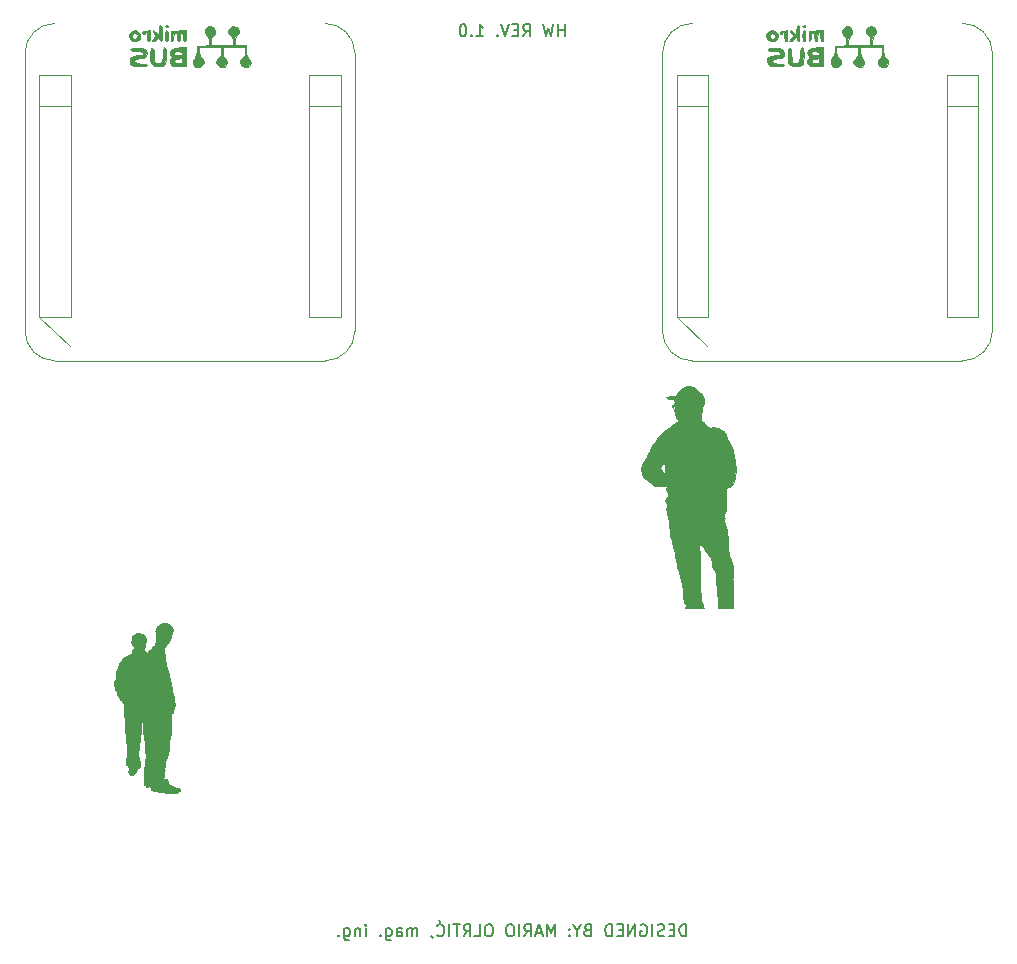
<source format=gbr>
G04 #@! TF.GenerationSoftware,KiCad,Pcbnew,(5.1.5)-3*
G04 #@! TF.CreationDate,2020-07-01T12:58:20+02:00*
G04 #@! TF.ProjectId,PIC18F45K22 Board,50494331-3846-4343-954b-323220426f61,rev?*
G04 #@! TF.SameCoordinates,Original*
G04 #@! TF.FileFunction,Legend,Bot*
G04 #@! TF.FilePolarity,Positive*
%FSLAX46Y46*%
G04 Gerber Fmt 4.6, Leading zero omitted, Abs format (unit mm)*
G04 Created by KiCad (PCBNEW (5.1.5)-3) date 2020-07-01 12:58:20*
%MOMM*%
%LPD*%
G04 APERTURE LIST*
%ADD10C,0.150000*%
%ADD11C,0.010000*%
%ADD12C,0.120000*%
G04 APERTURE END LIST*
D10*
X104758571Y-71572380D02*
X104758571Y-70572380D01*
X104758571Y-71048571D02*
X104187142Y-71048571D01*
X104187142Y-71572380D02*
X104187142Y-70572380D01*
X103806190Y-70572380D02*
X103568095Y-71572380D01*
X103377619Y-70858095D01*
X103187142Y-71572380D01*
X102949047Y-70572380D01*
X101234761Y-71572380D02*
X101568095Y-71096190D01*
X101806190Y-71572380D02*
X101806190Y-70572380D01*
X101425238Y-70572380D01*
X101330000Y-70620000D01*
X101282380Y-70667619D01*
X101234761Y-70762857D01*
X101234761Y-70905714D01*
X101282380Y-71000952D01*
X101330000Y-71048571D01*
X101425238Y-71096190D01*
X101806190Y-71096190D01*
X100806190Y-71048571D02*
X100472857Y-71048571D01*
X100330000Y-71572380D02*
X100806190Y-71572380D01*
X100806190Y-70572380D01*
X100330000Y-70572380D01*
X100044285Y-70572380D02*
X99710952Y-71572380D01*
X99377619Y-70572380D01*
X99044285Y-71477142D02*
X98996666Y-71524761D01*
X99044285Y-71572380D01*
X99091904Y-71524761D01*
X99044285Y-71477142D01*
X99044285Y-71572380D01*
X97282380Y-71572380D02*
X97853809Y-71572380D01*
X97568095Y-71572380D02*
X97568095Y-70572380D01*
X97663333Y-70715238D01*
X97758571Y-70810476D01*
X97853809Y-70858095D01*
X96853809Y-71477142D02*
X96806190Y-71524761D01*
X96853809Y-71572380D01*
X96901428Y-71524761D01*
X96853809Y-71477142D01*
X96853809Y-71572380D01*
X96187142Y-70572380D02*
X96091904Y-70572380D01*
X95996666Y-70620000D01*
X95949047Y-70667619D01*
X95901428Y-70762857D01*
X95853809Y-70953333D01*
X95853809Y-71191428D01*
X95901428Y-71381904D01*
X95949047Y-71477142D01*
X95996666Y-71524761D01*
X96091904Y-71572380D01*
X96187142Y-71572380D01*
X96282380Y-71524761D01*
X96330000Y-71477142D01*
X96377619Y-71381904D01*
X96425238Y-71191428D01*
X96425238Y-70953333D01*
X96377619Y-70762857D01*
X96330000Y-70667619D01*
X96282380Y-70620000D01*
X96187142Y-70572380D01*
X115044285Y-147772380D02*
X115044285Y-146772380D01*
X114806190Y-146772380D01*
X114663333Y-146820000D01*
X114568095Y-146915238D01*
X114520476Y-147010476D01*
X114472857Y-147200952D01*
X114472857Y-147343809D01*
X114520476Y-147534285D01*
X114568095Y-147629523D01*
X114663333Y-147724761D01*
X114806190Y-147772380D01*
X115044285Y-147772380D01*
X114044285Y-147248571D02*
X113710952Y-147248571D01*
X113568095Y-147772380D02*
X114044285Y-147772380D01*
X114044285Y-146772380D01*
X113568095Y-146772380D01*
X113187142Y-147724761D02*
X113044285Y-147772380D01*
X112806190Y-147772380D01*
X112710952Y-147724761D01*
X112663333Y-147677142D01*
X112615714Y-147581904D01*
X112615714Y-147486666D01*
X112663333Y-147391428D01*
X112710952Y-147343809D01*
X112806190Y-147296190D01*
X112996666Y-147248571D01*
X113091904Y-147200952D01*
X113139523Y-147153333D01*
X113187142Y-147058095D01*
X113187142Y-146962857D01*
X113139523Y-146867619D01*
X113091904Y-146820000D01*
X112996666Y-146772380D01*
X112758571Y-146772380D01*
X112615714Y-146820000D01*
X112187142Y-147772380D02*
X112187142Y-146772380D01*
X111187142Y-146820000D02*
X111282380Y-146772380D01*
X111425238Y-146772380D01*
X111568095Y-146820000D01*
X111663333Y-146915238D01*
X111710952Y-147010476D01*
X111758571Y-147200952D01*
X111758571Y-147343809D01*
X111710952Y-147534285D01*
X111663333Y-147629523D01*
X111568095Y-147724761D01*
X111425238Y-147772380D01*
X111330000Y-147772380D01*
X111187142Y-147724761D01*
X111139523Y-147677142D01*
X111139523Y-147343809D01*
X111330000Y-147343809D01*
X110710952Y-147772380D02*
X110710952Y-146772380D01*
X110139523Y-147772380D01*
X110139523Y-146772380D01*
X109663333Y-147248571D02*
X109330000Y-147248571D01*
X109187142Y-147772380D02*
X109663333Y-147772380D01*
X109663333Y-146772380D01*
X109187142Y-146772380D01*
X108758571Y-147772380D02*
X108758571Y-146772380D01*
X108520476Y-146772380D01*
X108377619Y-146820000D01*
X108282380Y-146915238D01*
X108234761Y-147010476D01*
X108187142Y-147200952D01*
X108187142Y-147343809D01*
X108234761Y-147534285D01*
X108282380Y-147629523D01*
X108377619Y-147724761D01*
X108520476Y-147772380D01*
X108758571Y-147772380D01*
X106663333Y-147248571D02*
X106520476Y-147296190D01*
X106472857Y-147343809D01*
X106425238Y-147439047D01*
X106425238Y-147581904D01*
X106472857Y-147677142D01*
X106520476Y-147724761D01*
X106615714Y-147772380D01*
X106996666Y-147772380D01*
X106996666Y-146772380D01*
X106663333Y-146772380D01*
X106568095Y-146820000D01*
X106520476Y-146867619D01*
X106472857Y-146962857D01*
X106472857Y-147058095D01*
X106520476Y-147153333D01*
X106568095Y-147200952D01*
X106663333Y-147248571D01*
X106996666Y-147248571D01*
X105806190Y-147296190D02*
X105806190Y-147772380D01*
X106139523Y-146772380D02*
X105806190Y-147296190D01*
X105472857Y-146772380D01*
X105139523Y-147677142D02*
X105091904Y-147724761D01*
X105139523Y-147772380D01*
X105187142Y-147724761D01*
X105139523Y-147677142D01*
X105139523Y-147772380D01*
X105139523Y-147153333D02*
X105091904Y-147200952D01*
X105139523Y-147248571D01*
X105187142Y-147200952D01*
X105139523Y-147153333D01*
X105139523Y-147248571D01*
X103901428Y-147772380D02*
X103901428Y-146772380D01*
X103568095Y-147486666D01*
X103234761Y-146772380D01*
X103234761Y-147772380D01*
X102806190Y-147486666D02*
X102330000Y-147486666D01*
X102901428Y-147772380D02*
X102568095Y-146772380D01*
X102234761Y-147772380D01*
X101330000Y-147772380D02*
X101663333Y-147296190D01*
X101901428Y-147772380D02*
X101901428Y-146772380D01*
X101520476Y-146772380D01*
X101425238Y-146820000D01*
X101377619Y-146867619D01*
X101330000Y-146962857D01*
X101330000Y-147105714D01*
X101377619Y-147200952D01*
X101425238Y-147248571D01*
X101520476Y-147296190D01*
X101901428Y-147296190D01*
X100901428Y-147772380D02*
X100901428Y-146772380D01*
X100234761Y-146772380D02*
X100044285Y-146772380D01*
X99949047Y-146820000D01*
X99853809Y-146915238D01*
X99806190Y-147105714D01*
X99806190Y-147439047D01*
X99853809Y-147629523D01*
X99949047Y-147724761D01*
X100044285Y-147772380D01*
X100234761Y-147772380D01*
X100330000Y-147724761D01*
X100425238Y-147629523D01*
X100472857Y-147439047D01*
X100472857Y-147105714D01*
X100425238Y-146915238D01*
X100330000Y-146820000D01*
X100234761Y-146772380D01*
X98425238Y-146772380D02*
X98234761Y-146772380D01*
X98139523Y-146820000D01*
X98044285Y-146915238D01*
X97996666Y-147105714D01*
X97996666Y-147439047D01*
X98044285Y-147629523D01*
X98139523Y-147724761D01*
X98234761Y-147772380D01*
X98425238Y-147772380D01*
X98520476Y-147724761D01*
X98615714Y-147629523D01*
X98663333Y-147439047D01*
X98663333Y-147105714D01*
X98615714Y-146915238D01*
X98520476Y-146820000D01*
X98425238Y-146772380D01*
X97091904Y-147772380D02*
X97568095Y-147772380D01*
X97568095Y-146772380D01*
X96187142Y-147772380D02*
X96520476Y-147296190D01*
X96758571Y-147772380D02*
X96758571Y-146772380D01*
X96377619Y-146772380D01*
X96282380Y-146820000D01*
X96234761Y-146867619D01*
X96187142Y-146962857D01*
X96187142Y-147105714D01*
X96234761Y-147200952D01*
X96282380Y-147248571D01*
X96377619Y-147296190D01*
X96758571Y-147296190D01*
X95901428Y-146772380D02*
X95330000Y-146772380D01*
X95615714Y-147772380D02*
X95615714Y-146772380D01*
X94996666Y-147772380D02*
X94996666Y-146772380D01*
X93949047Y-147677142D02*
X93996666Y-147724761D01*
X94139523Y-147772380D01*
X94234761Y-147772380D01*
X94377619Y-147724761D01*
X94472857Y-147629523D01*
X94520476Y-147534285D01*
X94568095Y-147343809D01*
X94568095Y-147200952D01*
X94520476Y-147010476D01*
X94472857Y-146915238D01*
X94377619Y-146820000D01*
X94234761Y-146772380D01*
X94139523Y-146772380D01*
X93996666Y-146820000D01*
X93949047Y-146867619D01*
X94091904Y-146391428D02*
X94234761Y-146534285D01*
X93472857Y-147724761D02*
X93472857Y-147772380D01*
X93520476Y-147867619D01*
X93568095Y-147915238D01*
X92282380Y-147772380D02*
X92282380Y-147105714D01*
X92282380Y-147200952D02*
X92234761Y-147153333D01*
X92139523Y-147105714D01*
X91996666Y-147105714D01*
X91901428Y-147153333D01*
X91853809Y-147248571D01*
X91853809Y-147772380D01*
X91853809Y-147248571D02*
X91806190Y-147153333D01*
X91710952Y-147105714D01*
X91568095Y-147105714D01*
X91472857Y-147153333D01*
X91425238Y-147248571D01*
X91425238Y-147772380D01*
X90520476Y-147772380D02*
X90520476Y-147248571D01*
X90568095Y-147153333D01*
X90663333Y-147105714D01*
X90853809Y-147105714D01*
X90949047Y-147153333D01*
X90520476Y-147724761D02*
X90615714Y-147772380D01*
X90853809Y-147772380D01*
X90949047Y-147724761D01*
X90996666Y-147629523D01*
X90996666Y-147534285D01*
X90949047Y-147439047D01*
X90853809Y-147391428D01*
X90615714Y-147391428D01*
X90520476Y-147343809D01*
X89615714Y-147105714D02*
X89615714Y-147915238D01*
X89663333Y-148010476D01*
X89710952Y-148058095D01*
X89806190Y-148105714D01*
X89949047Y-148105714D01*
X90044285Y-148058095D01*
X89615714Y-147724761D02*
X89710952Y-147772380D01*
X89901428Y-147772380D01*
X89996666Y-147724761D01*
X90044285Y-147677142D01*
X90091904Y-147581904D01*
X90091904Y-147296190D01*
X90044285Y-147200952D01*
X89996666Y-147153333D01*
X89901428Y-147105714D01*
X89710952Y-147105714D01*
X89615714Y-147153333D01*
X89139523Y-147677142D02*
X89091904Y-147724761D01*
X89139523Y-147772380D01*
X89187142Y-147724761D01*
X89139523Y-147677142D01*
X89139523Y-147772380D01*
X87901428Y-147772380D02*
X87901428Y-147105714D01*
X87901428Y-146772380D02*
X87949047Y-146820000D01*
X87901428Y-146867619D01*
X87853809Y-146820000D01*
X87901428Y-146772380D01*
X87901428Y-146867619D01*
X87425238Y-147105714D02*
X87425238Y-147772380D01*
X87425238Y-147200952D02*
X87377619Y-147153333D01*
X87282380Y-147105714D01*
X87139523Y-147105714D01*
X87044285Y-147153333D01*
X86996666Y-147248571D01*
X86996666Y-147772380D01*
X86091904Y-147105714D02*
X86091904Y-147915238D01*
X86139523Y-148010476D01*
X86187142Y-148058095D01*
X86282380Y-148105714D01*
X86425238Y-148105714D01*
X86520476Y-148058095D01*
X86091904Y-147724761D02*
X86187142Y-147772380D01*
X86377619Y-147772380D01*
X86472857Y-147724761D01*
X86520476Y-147677142D01*
X86568095Y-147581904D01*
X86568095Y-147296190D01*
X86520476Y-147200952D01*
X86472857Y-147153333D01*
X86377619Y-147105714D01*
X86187142Y-147105714D01*
X86091904Y-147153333D01*
X85615714Y-147677142D02*
X85568095Y-147724761D01*
X85615714Y-147772380D01*
X85663333Y-147724761D01*
X85615714Y-147677142D01*
X85615714Y-147772380D01*
D11*
G36*
X70921994Y-121243049D02*
G01*
X70859125Y-121246204D01*
X70843241Y-121247154D01*
X70770709Y-121252454D01*
X70719652Y-121258534D01*
X70686143Y-121266062D01*
X70666260Y-121275710D01*
X70663768Y-121277773D01*
X70635574Y-121295543D01*
X70598144Y-121310541D01*
X70594453Y-121311605D01*
X70564744Y-121322580D01*
X70549175Y-121333739D01*
X70548501Y-121335907D01*
X70537433Y-121345944D01*
X70509562Y-121357569D01*
X70495073Y-121361907D01*
X70441766Y-121386896D01*
X70393105Y-121431438D01*
X70357172Y-121468090D01*
X70319063Y-121500735D01*
X70300483Y-121513827D01*
X70272703Y-121534478D01*
X70257422Y-121552605D01*
X70256400Y-121556545D01*
X70248187Y-121578847D01*
X70242420Y-121586000D01*
X70229588Y-121605609D01*
X70210881Y-121642149D01*
X70189160Y-121689001D01*
X70167288Y-121739551D01*
X70148129Y-121787182D01*
X70134546Y-121825277D01*
X70129400Y-121847193D01*
X70123446Y-121877801D01*
X70115661Y-121896542D01*
X70108355Y-121927985D01*
X70109227Y-121973995D01*
X70110503Y-121984607D01*
X70117826Y-122023214D01*
X70127938Y-122042114D01*
X70143292Y-122047000D01*
X70163337Y-122049691D01*
X70163789Y-122060307D01*
X70144528Y-122082659D01*
X70142101Y-122085100D01*
X70128274Y-122103755D01*
X70120449Y-122129699D01*
X70117138Y-122169866D01*
X70116700Y-122203633D01*
X70117918Y-122250278D01*
X70121129Y-122286647D01*
X70125669Y-122305576D01*
X70126225Y-122306291D01*
X70134305Y-122325095D01*
X70138399Y-122349683D01*
X70145161Y-122427076D01*
X70151838Y-122482056D01*
X70159029Y-122517601D01*
X70167335Y-122536690D01*
X70177210Y-122542299D01*
X70187082Y-122546163D01*
X70191859Y-122561070D01*
X70192204Y-122591992D01*
X70189527Y-122634374D01*
X70184891Y-122691095D01*
X70180250Y-122729251D01*
X70173847Y-122755618D01*
X70163924Y-122776970D01*
X70148725Y-122800083D01*
X70145275Y-122804977D01*
X70123350Y-122840907D01*
X70119510Y-122867705D01*
X70134273Y-122894587D01*
X70151402Y-122913681D01*
X70172540Y-122938992D01*
X70175547Y-122953978D01*
X70169047Y-122960444D01*
X70143353Y-122966193D01*
X70126138Y-122964226D01*
X70107774Y-122962996D01*
X70104942Y-122977612D01*
X70106861Y-122988008D01*
X70115789Y-123021206D01*
X70122336Y-123039627D01*
X70121711Y-123059980D01*
X70108094Y-123068183D01*
X70086794Y-123082944D01*
X70061558Y-123110797D01*
X70053765Y-123121551D01*
X70024609Y-123155524D01*
X69984790Y-123191334D01*
X69961712Y-123208431D01*
X69934444Y-123229561D01*
X69892855Y-123265301D01*
X69840617Y-123312327D01*
X69781399Y-123367318D01*
X69718871Y-123426953D01*
X69698893Y-123446346D01*
X69632774Y-123511103D01*
X69582809Y-123561008D01*
X69546764Y-123598732D01*
X69522407Y-123626946D01*
X69507503Y-123648322D01*
X69499819Y-123665531D01*
X69497123Y-123681245D01*
X69496940Y-123687926D01*
X69487494Y-123737727D01*
X69462550Y-123784558D01*
X69427203Y-123822772D01*
X69386548Y-123846723D01*
X69349452Y-123851392D01*
X69320706Y-123841935D01*
X69286499Y-123823406D01*
X69254605Y-123801051D01*
X69232800Y-123780116D01*
X69227700Y-123769245D01*
X69236653Y-123747133D01*
X69246750Y-123736099D01*
X69261028Y-123715415D01*
X69265436Y-123691627D01*
X69259126Y-123675011D01*
X69252002Y-123672600D01*
X69234628Y-123665666D01*
X69204826Y-123647860D01*
X69182152Y-123632347D01*
X69148932Y-123606281D01*
X69132186Y-123584468D01*
X69126497Y-123558277D01*
X69126101Y-123543039D01*
X69131420Y-123496228D01*
X69144285Y-123450492D01*
X69144935Y-123448906D01*
X69160453Y-123400615D01*
X69175726Y-123332959D01*
X69189710Y-123251960D01*
X69201362Y-123163642D01*
X69209485Y-123076205D01*
X69215442Y-123010189D01*
X69223433Y-122962821D01*
X69235365Y-122927351D01*
X69253147Y-122897028D01*
X69264257Y-122882397D01*
X69271143Y-122868604D01*
X69275335Y-122845329D01*
X69276996Y-122808688D01*
X69276288Y-122754801D01*
X69273374Y-122679784D01*
X69273055Y-122672847D01*
X69269210Y-122605866D01*
X69264485Y-122547758D01*
X69259379Y-122503330D01*
X69254387Y-122477387D01*
X69252374Y-122473085D01*
X69243818Y-122452654D01*
X69240400Y-122421943D01*
X69229499Y-122379879D01*
X69202057Y-122333809D01*
X69111586Y-122333809D01*
X69108298Y-122349176D01*
X69100700Y-122351800D01*
X69088727Y-122341872D01*
X69088000Y-122336925D01*
X69080150Y-122316487D01*
X69067853Y-122299787D01*
X69054747Y-122283429D01*
X69060162Y-122279665D01*
X69070127Y-122280816D01*
X69088943Y-122291369D01*
X69103949Y-122311786D01*
X69111586Y-122333809D01*
X69202057Y-122333809D01*
X69196878Y-122325116D01*
X69188281Y-122313358D01*
X69156344Y-122273836D01*
X69130021Y-122250715D01*
X69102063Y-122238488D01*
X69084642Y-122234639D01*
X69039324Y-122220793D01*
X68994256Y-122198599D01*
X68987536Y-122194248D01*
X68944917Y-122171522D01*
X68898682Y-122155722D01*
X68891150Y-122154177D01*
X68854106Y-122145053D01*
X68826374Y-122133658D01*
X68822532Y-122131069D01*
X68799035Y-122122953D01*
X68756327Y-122117530D01*
X68700447Y-122114743D01*
X68637435Y-122114539D01*
X68573330Y-122116863D01*
X68514174Y-122121661D01*
X68466004Y-122128878D01*
X68444509Y-122134475D01*
X68347163Y-122180086D01*
X68260680Y-122245620D01*
X68214043Y-122296051D01*
X68182752Y-122333708D01*
X68153312Y-122366456D01*
X68137042Y-122382614D01*
X68119622Y-122404176D01*
X68123640Y-122415818D01*
X68130507Y-122429071D01*
X68130052Y-122458576D01*
X68122755Y-122505653D01*
X68114081Y-122556386D01*
X68107123Y-122604071D01*
X68104067Y-122631200D01*
X68097595Y-122689098D01*
X68088686Y-122742023D01*
X68078816Y-122782074D01*
X68073229Y-122796300D01*
X68068408Y-122822603D01*
X68069641Y-122864507D01*
X68075709Y-122913275D01*
X68085395Y-122960171D01*
X68097482Y-122996459D01*
X68102383Y-123005545D01*
X68117272Y-123032890D01*
X68122801Y-123051265D01*
X68130522Y-123067737D01*
X68150292Y-123096559D01*
X68177021Y-123131334D01*
X68205618Y-123165667D01*
X68230993Y-123193162D01*
X68246288Y-123206418D01*
X68268747Y-123232629D01*
X68287600Y-123275843D01*
X68300767Y-123327711D01*
X68306172Y-123379883D01*
X68301735Y-123424009D01*
X68301044Y-123426441D01*
X68293304Y-123447063D01*
X68289112Y-123448313D01*
X68288992Y-123447175D01*
X68279022Y-123432005D01*
X68256259Y-123431524D01*
X68226610Y-123443229D01*
X68195982Y-123464617D01*
X68170280Y-123493185D01*
X68166537Y-123499057D01*
X68153842Y-123526589D01*
X68146827Y-123560683D01*
X68144418Y-123608561D01*
X68144715Y-123645849D01*
X68141861Y-123728844D01*
X68127736Y-123792152D01*
X68099677Y-123839981D01*
X68055016Y-123876542D01*
X67991089Y-123906047D01*
X67976750Y-123911132D01*
X67932547Y-123927471D01*
X67874000Y-123950762D01*
X67809890Y-123977451D01*
X67767200Y-123995903D01*
X67700090Y-124025703D01*
X67646815Y-124050222D01*
X67597816Y-124074070D01*
X67543531Y-124101853D01*
X67499520Y-124124924D01*
X67466709Y-124148174D01*
X67422364Y-124188066D01*
X67369942Y-124240739D01*
X67312902Y-124302333D01*
X67254701Y-124368987D01*
X67198800Y-124436841D01*
X67148654Y-124502033D01*
X67107724Y-124560703D01*
X67104059Y-124566395D01*
X67091914Y-124589416D01*
X67076163Y-124624070D01*
X67060409Y-124661739D01*
X67048254Y-124693802D01*
X67043302Y-124711641D01*
X67043300Y-124711748D01*
X67034572Y-124728832D01*
X67023704Y-124739853D01*
X67004622Y-124764369D01*
X66981630Y-124806783D01*
X66957727Y-124860550D01*
X66935910Y-124919125D01*
X66924084Y-124957334D01*
X66911778Y-124998545D01*
X66893904Y-125055047D01*
X66873247Y-125118144D01*
X66859672Y-125158500D01*
X66834688Y-125232232D01*
X66816449Y-125287392D01*
X66803362Y-125329403D01*
X66793838Y-125363686D01*
X66786288Y-125395662D01*
X66779120Y-125430755D01*
X66777733Y-125437900D01*
X66767541Y-125502065D01*
X66757873Y-125583350D01*
X66749448Y-125673474D01*
X66742984Y-125764156D01*
X66739198Y-125847117D01*
X66738511Y-125890310D01*
X66730941Y-125985770D01*
X66706626Y-126067652D01*
X66663126Y-126143365D01*
X66649015Y-126162138D01*
X66625162Y-126200698D01*
X66602791Y-126250089D01*
X66592940Y-126278888D01*
X66580745Y-126365284D01*
X66591305Y-126460216D01*
X66624340Y-126561518D01*
X66631660Y-126578101D01*
X66650183Y-126627005D01*
X66659658Y-126677455D01*
X66662300Y-126740657D01*
X66665718Y-126810083D01*
X66678055Y-126861585D01*
X66702445Y-126901968D01*
X66742016Y-126938038D01*
X66758526Y-126949871D01*
X66805546Y-126988951D01*
X66841714Y-127032045D01*
X66862377Y-127072988D01*
X66865453Y-127091644D01*
X66860203Y-127117074D01*
X66847220Y-127151566D01*
X66844307Y-127157881D01*
X66833265Y-127183934D01*
X66829681Y-127206405D01*
X66833736Y-127234302D01*
X66845615Y-127276632D01*
X66846797Y-127280544D01*
X66866299Y-127336497D01*
X66885832Y-127371302D01*
X66908590Y-127389013D01*
X66935961Y-127393700D01*
X66959329Y-127400153D01*
X66979391Y-127423001D01*
X66992204Y-127446885D01*
X67008045Y-127486422D01*
X67017089Y-127522073D01*
X67017900Y-127531606D01*
X67025249Y-127568329D01*
X67044419Y-127616556D01*
X67071101Y-127668175D01*
X67100982Y-127715071D01*
X67129753Y-127749131D01*
X67136558Y-127754913D01*
X67175217Y-127776584D01*
X67216476Y-127789061D01*
X67220768Y-127789582D01*
X67252054Y-127796181D01*
X67269208Y-127813634D01*
X67278526Y-127838200D01*
X67305725Y-127910383D01*
X67341400Y-127970185D01*
X67375696Y-128012074D01*
X67403516Y-128047073D01*
X67423401Y-128079464D01*
X67429188Y-128094624D01*
X67431025Y-128114187D01*
X67433528Y-128155838D01*
X67436547Y-128216278D01*
X67439930Y-128292207D01*
X67443527Y-128380326D01*
X67447188Y-128477337D01*
X67449073Y-128530350D01*
X67453083Y-128639465D01*
X67457507Y-128749224D01*
X67462119Y-128854675D01*
X67466688Y-128950868D01*
X67470989Y-129032854D01*
X67474792Y-129095682D01*
X67475667Y-129108200D01*
X67481060Y-129185387D01*
X67487175Y-129277676D01*
X67493351Y-129374805D01*
X67498926Y-129466516D01*
X67500252Y-129489200D01*
X67505601Y-129578493D01*
X67511785Y-129676798D01*
X67518123Y-129773554D01*
X67523933Y-129858199D01*
X67525246Y-129876550D01*
X67533117Y-129986784D01*
X67541769Y-130110462D01*
X67550832Y-130242116D01*
X67559938Y-130376274D01*
X67568718Y-130507467D01*
X67576805Y-130630224D01*
X67583830Y-130739075D01*
X67589424Y-130828550D01*
X67589840Y-130835400D01*
X67594755Y-130905209D01*
X67600521Y-130969522D01*
X67606513Y-131022328D01*
X67612105Y-131057616D01*
X67613643Y-131064000D01*
X67619228Y-131094367D01*
X67624819Y-131143118D01*
X67629726Y-131203247D01*
X67632971Y-131260850D01*
X67638162Y-131337112D01*
X67646370Y-131408788D01*
X67656537Y-131467549D01*
X67662014Y-131489450D01*
X67678493Y-131576414D01*
X67683455Y-131685387D01*
X67683448Y-131686300D01*
X67682572Y-131747958D01*
X67680817Y-131826852D01*
X67678316Y-131919393D01*
X67675204Y-132021996D01*
X67671613Y-132131073D01*
X67667676Y-132243038D01*
X67663528Y-132354302D01*
X67659300Y-132461281D01*
X67655128Y-132560386D01*
X67651142Y-132648031D01*
X67647478Y-132720629D01*
X67644268Y-132774593D01*
X67641917Y-132803900D01*
X67638175Y-132883556D01*
X67641904Y-132965642D01*
X67644901Y-132991164D01*
X67651580Y-133071704D01*
X67646070Y-133139987D01*
X67644165Y-133149914D01*
X67637013Y-133196503D01*
X67639203Y-133228783D01*
X67646750Y-133248537D01*
X67666852Y-133275261D01*
X67701951Y-133310609D01*
X67745921Y-133349098D01*
X67792638Y-133385246D01*
X67821075Y-133404573D01*
X67845192Y-133425271D01*
X67853874Y-133452427D01*
X67854087Y-133474052D01*
X67855988Y-133528835D01*
X67867504Y-133561911D01*
X67889744Y-133575508D01*
X67904686Y-133575755D01*
X67927877Y-133576362D01*
X67938585Y-133589332D01*
X67942846Y-133616416D01*
X67944712Y-133645000D01*
X67940308Y-133652157D01*
X67926193Y-133641701D01*
X67922796Y-133638641D01*
X67901424Y-133622036D01*
X67889865Y-133616700D01*
X67878555Y-133627887D01*
X67863172Y-133657133D01*
X67846224Y-133697963D01*
X67830222Y-133743903D01*
X67817672Y-133788478D01*
X67811934Y-133817841D01*
X67808551Y-133859250D01*
X67813149Y-133894376D01*
X67827874Y-133934807D01*
X67837513Y-133955983D01*
X67866894Y-134007349D01*
X67904736Y-134059176D01*
X67928088Y-134085216D01*
X67984189Y-134140983D01*
X68082070Y-134133605D01*
X68133892Y-134128640D01*
X68166621Y-134122019D01*
X68186562Y-134111801D01*
X68199000Y-134097604D01*
X68220408Y-134070626D01*
X68236429Y-134055565D01*
X68253342Y-134040776D01*
X68282690Y-134012829D01*
X68319206Y-133976785D01*
X68334340Y-133961537D01*
X68388774Y-133901892D01*
X68437004Y-133838240D01*
X68454982Y-133809553D01*
X68048363Y-133809553D01*
X68047115Y-133829124D01*
X68022746Y-133856640D01*
X68017870Y-133860833D01*
X67973281Y-133889105D01*
X67933457Y-133893573D01*
X67899803Y-133877957D01*
X67883176Y-133863704D01*
X67887029Y-133855677D01*
X67897303Y-133851226D01*
X67913215Y-133839378D01*
X67907439Y-133827979D01*
X67883471Y-133820776D01*
X67868051Y-133819900D01*
X67839180Y-133813018D01*
X67830922Y-133792127D01*
X67843243Y-133756857D01*
X67859781Y-133729703D01*
X67888443Y-133696719D01*
X67913070Y-133688396D01*
X67933175Y-133704824D01*
X67938487Y-133715125D01*
X67953939Y-133737096D01*
X67967062Y-133743700D01*
X67980952Y-133749593D01*
X67981597Y-133753225D01*
X67981038Y-133772899D01*
X67981597Y-133786530D01*
X67985964Y-133802566D01*
X67999719Y-133796478D01*
X68002150Y-133794500D01*
X68018269Y-133773274D01*
X68021200Y-133761944D01*
X68030727Y-133740343D01*
X68035742Y-133736211D01*
X68045281Y-133737460D01*
X68044010Y-133760041D01*
X68043014Y-133791127D01*
X68048363Y-133809553D01*
X68454982Y-133809553D01*
X68483565Y-133763946D01*
X68532993Y-133672379D01*
X68535550Y-133667368D01*
X68577767Y-133601559D01*
X68631426Y-133551543D01*
X68635188Y-133548835D01*
X68673876Y-133517459D01*
X68706921Y-133483980D01*
X68720826Y-133465502D01*
X68749325Y-133432712D01*
X68786254Y-133406234D01*
X68789464Y-133404633D01*
X68820196Y-133385715D01*
X68832608Y-133363418D01*
X68834000Y-133346812D01*
X68829200Y-133310077D01*
X68820311Y-133284650D01*
X68812987Y-133259581D01*
X68806694Y-133217901D01*
X68802741Y-133168397D01*
X68802627Y-133165833D01*
X68799687Y-133118639D01*
X68795665Y-133081212D01*
X68791380Y-133060985D01*
X68790961Y-133060182D01*
X68784699Y-133040615D01*
X68778292Y-133006639D01*
X68776487Y-132993622D01*
X68760793Y-132901440D01*
X68735929Y-132811447D01*
X68715269Y-132753025D01*
X68688876Y-132676237D01*
X68673247Y-132610902D01*
X68666499Y-132546448D01*
X68666506Y-132479133D01*
X68664371Y-132406305D01*
X68653124Y-132350817D01*
X68650259Y-132343285D01*
X68639203Y-132301285D01*
X68633774Y-132247794D01*
X68633959Y-132191963D01*
X68639743Y-132142942D01*
X68650605Y-132110695D01*
X68664999Y-132077775D01*
X68673047Y-132047195D01*
X68681474Y-132011736D01*
X68694847Y-131968036D01*
X68699622Y-131954357D01*
X68712453Y-131904539D01*
X68718810Y-131851233D01*
X68718970Y-131840057D01*
X68718601Y-131731489D01*
X68720724Y-131631509D01*
X68725111Y-131543306D01*
X68731533Y-131470070D01*
X68739759Y-131414991D01*
X68749560Y-131381259D01*
X68752342Y-131376372D01*
X68763581Y-131346083D01*
X68769743Y-131298445D01*
X68770500Y-131272275D01*
X68773438Y-131222009D01*
X68781003Y-131175199D01*
X68788091Y-131151275D01*
X68798480Y-131107437D01*
X68802570Y-131041126D01*
X68801983Y-130987800D01*
X68802861Y-130896425D01*
X68811860Y-130828632D01*
X68816812Y-130810755D01*
X68826951Y-130768839D01*
X68835573Y-130713631D01*
X68840719Y-130658355D01*
X68844728Y-130599340D01*
X68850578Y-130528225D01*
X68857169Y-130458142D01*
X68858869Y-130441700D01*
X68865764Y-130371880D01*
X68872529Y-130295562D01*
X68877912Y-130227034D01*
X68878789Y-130214379D01*
X68883615Y-130161974D01*
X68890109Y-130117191D01*
X68897073Y-130087810D01*
X68898959Y-130083374D01*
X68903238Y-130063412D01*
X68907331Y-130022453D01*
X68910963Y-129964899D01*
X68913857Y-129895153D01*
X68915737Y-129817617D01*
X68915772Y-129815395D01*
X68919339Y-129690569D01*
X68925890Y-129589822D01*
X68935605Y-129511987D01*
X68948661Y-129455900D01*
X68965239Y-129420393D01*
X68978452Y-129407509D01*
X68999167Y-129401732D01*
X69017878Y-129416825D01*
X69019832Y-129419350D01*
X69029672Y-129438115D01*
X69033601Y-129464612D01*
X69032108Y-129505455D01*
X69028771Y-129540000D01*
X69022280Y-129631709D01*
X69022514Y-129718434D01*
X69029260Y-129792798D01*
X69037249Y-129831794D01*
X69042699Y-129862163D01*
X69048193Y-129910919D01*
X69053053Y-129971061D01*
X69056311Y-130028809D01*
X69059637Y-130098663D01*
X69063853Y-130179702D01*
X69068676Y-130267193D01*
X69073822Y-130356403D01*
X69079009Y-130442599D01*
X69083953Y-130521046D01*
X69088371Y-130587012D01*
X69091980Y-130635764D01*
X69093923Y-130657600D01*
X69105746Y-130756109D01*
X69118859Y-130839686D01*
X69132625Y-130904775D01*
X69145639Y-130946039D01*
X69157688Y-130985495D01*
X69167619Y-131037144D01*
X69172028Y-131075509D01*
X69177015Y-131121658D01*
X69183840Y-131159753D01*
X69189897Y-131178853D01*
X69194947Y-131200564D01*
X69198887Y-131240915D01*
X69201184Y-131293153D01*
X69201552Y-131326093D01*
X69203276Y-131395550D01*
X69207959Y-131470044D01*
X69214700Y-131536375D01*
X69217026Y-131552950D01*
X69222655Y-131605030D01*
X69226817Y-131674406D01*
X69229177Y-131752997D01*
X69229397Y-131832724D01*
X69229211Y-131845050D01*
X69228678Y-131920025D01*
X69230207Y-131990216D01*
X69234260Y-132060585D01*
X69241299Y-132136089D01*
X69251785Y-132221691D01*
X69266181Y-132322349D01*
X69284776Y-132441950D01*
X69296960Y-132529771D01*
X69302484Y-132597825D01*
X69301309Y-132644632D01*
X69293391Y-132668714D01*
X69291201Y-132670550D01*
X69282099Y-132687694D01*
X69278500Y-132716255D01*
X69272608Y-132752139D01*
X69257996Y-132793680D01*
X69253477Y-132803162D01*
X69245956Y-132819856D01*
X69239277Y-132840081D01*
X69233139Y-132866337D01*
X69227242Y-132901124D01*
X69221286Y-132946942D01*
X69214970Y-133006291D01*
X69207996Y-133081672D01*
X69200062Y-133175584D01*
X69190870Y-133290526D01*
X69183273Y-133388100D01*
X69176122Y-133471460D01*
X69167773Y-133554146D01*
X69158978Y-133629590D01*
X69150488Y-133691222D01*
X69144731Y-133724650D01*
X69133761Y-133786556D01*
X69124975Y-133853578D01*
X69118207Y-133928930D01*
X69113287Y-134015825D01*
X69110048Y-134117476D01*
X69108322Y-134237097D01*
X69107940Y-134377901D01*
X69108065Y-134425445D01*
X69108624Y-134530425D01*
X69109560Y-134613011D01*
X69111052Y-134676207D01*
X69113276Y-134723018D01*
X69116409Y-134756449D01*
X69120627Y-134779503D01*
X69126109Y-134795187D01*
X69130272Y-134802607D01*
X69142349Y-134829076D01*
X69138659Y-134842337D01*
X69128442Y-134861382D01*
X69126938Y-134892750D01*
X69133763Y-134925051D01*
X69141975Y-134940507D01*
X69163879Y-134956596D01*
X69198968Y-134971438D01*
X69210346Y-134974775D01*
X69258875Y-134993317D01*
X69284415Y-135018670D01*
X69288939Y-135052953D01*
X69288070Y-135058267D01*
X69286448Y-135075640D01*
X69292163Y-135087532D01*
X69309271Y-135095377D01*
X69341833Y-135100607D01*
X69393907Y-135104656D01*
X69424550Y-135106462D01*
X69495533Y-135106269D01*
X69543215Y-135096356D01*
X69548375Y-135094019D01*
X69576407Y-135083595D01*
X69601415Y-135087059D01*
X69622513Y-135096825D01*
X69648493Y-135118153D01*
X69673743Y-135151232D01*
X69694025Y-135188383D01*
X69705099Y-135221927D01*
X69703351Y-135243270D01*
X69699815Y-135264110D01*
X69702540Y-135296337D01*
X69702890Y-135298263D01*
X69723325Y-135339191D01*
X69768402Y-135377632D01*
X69837459Y-135413281D01*
X69929831Y-135445831D01*
X70044855Y-135474975D01*
X70116700Y-135489290D01*
X70268285Y-135516199D01*
X70415076Y-135540617D01*
X70550796Y-135561545D01*
X70669167Y-135577980D01*
X70688200Y-135580391D01*
X70757764Y-135589883D01*
X70828670Y-135600958D01*
X70890976Y-135611997D01*
X70923150Y-135618612D01*
X70981257Y-135630007D01*
X71050350Y-135641098D01*
X71116095Y-135649597D01*
X71120000Y-135650014D01*
X71184953Y-135657203D01*
X71254212Y-135665425D01*
X71313481Y-135672979D01*
X71316850Y-135673434D01*
X71391549Y-135680572D01*
X71476137Y-135683856D01*
X71562626Y-135683395D01*
X71643024Y-135679298D01*
X71709343Y-135671674D01*
X71729600Y-135667783D01*
X71822964Y-135644624D01*
X71896390Y-135621115D01*
X71955285Y-135595251D01*
X72002852Y-135566572D01*
X72045047Y-135538399D01*
X72085739Y-135513038D01*
X72106436Y-135501229D01*
X72141648Y-135469363D01*
X72160156Y-135423786D01*
X72161275Y-135370496D01*
X72144319Y-135315493D01*
X72130405Y-135291482D01*
X72108818Y-135265558D01*
X72082214Y-135247883D01*
X72045578Y-135236997D01*
X71993897Y-135231439D01*
X71922158Y-135229748D01*
X71918476Y-135229739D01*
X71853824Y-135225248D01*
X71798609Y-135213108D01*
X71758147Y-135194988D01*
X71737972Y-135173137D01*
X71722506Y-135159945D01*
X71712317Y-135160829D01*
X71688593Y-135159153D01*
X71650795Y-135144870D01*
X71604848Y-135121029D01*
X71556677Y-135090683D01*
X71514902Y-135059153D01*
X71482370Y-135034030D01*
X71456274Y-135017521D01*
X71445824Y-135013698D01*
X71423735Y-135006104D01*
X71387297Y-134985699D01*
X71341582Y-134956041D01*
X71291662Y-134920687D01*
X71242609Y-134883195D01*
X71199496Y-134847123D01*
X71173975Y-134823004D01*
X71131301Y-134774393D01*
X71110186Y-134737817D01*
X71110273Y-134712477D01*
X71120000Y-134702550D01*
X71129047Y-134684245D01*
X71132352Y-134650027D01*
X71130237Y-134608652D01*
X71123020Y-134568872D01*
X71116171Y-134550196D01*
X70251926Y-134550196D01*
X70250803Y-134574456D01*
X70249752Y-134586128D01*
X70242289Y-134638724D01*
X70232339Y-134666318D01*
X70225251Y-134670800D01*
X70224905Y-134659842D01*
X70224944Y-134659599D01*
X70129400Y-134659599D01*
X70121576Y-134666484D01*
X70116700Y-134664450D01*
X70107706Y-134669412D01*
X70104007Y-134694121D01*
X70104000Y-134695450D01*
X70100102Y-134722519D01*
X70090682Y-134734284D01*
X70090291Y-134734300D01*
X70082380Y-134723239D01*
X70085435Y-134693025D01*
X70093148Y-134661801D01*
X70099747Y-134642510D01*
X70100022Y-134642017D01*
X70112665Y-134637743D01*
X70126015Y-134648309D01*
X70129400Y-134659599D01*
X70224944Y-134659599D01*
X70229309Y-134632592D01*
X70231252Y-134623175D01*
X70235775Y-134603149D01*
X70038081Y-134603149D01*
X70034887Y-134631215D01*
X70022172Y-134668549D01*
X70015856Y-134682019D01*
X69999705Y-134719081D01*
X69990509Y-134750658D01*
X69989700Y-134758444D01*
X69983981Y-134782967D01*
X69977000Y-134791450D01*
X69967801Y-134808642D01*
X69964300Y-134836146D01*
X69960829Y-134868538D01*
X69951911Y-134909364D01*
X69939792Y-134951348D01*
X69926716Y-134987211D01*
X69914929Y-135009676D01*
X69909528Y-135013700D01*
X69902484Y-135004559D01*
X69903838Y-134997825D01*
X69911764Y-134970824D01*
X69922961Y-134926331D01*
X69935717Y-134871761D01*
X69948321Y-134814528D01*
X69959062Y-134762048D01*
X69962657Y-134742930D01*
X69975470Y-134692499D01*
X69993618Y-134644332D01*
X70005093Y-134622280D01*
X70023209Y-134594886D01*
X70032671Y-134587470D01*
X70037238Y-134597851D01*
X70038081Y-134603149D01*
X70235775Y-134603149D01*
X70242306Y-134574243D01*
X70249146Y-134550021D01*
X70251926Y-134550196D01*
X71116171Y-134550196D01*
X71114249Y-134544958D01*
X71090391Y-134514405D01*
X71074939Y-134505700D01*
X70256400Y-134505700D01*
X70251754Y-134516153D01*
X70247934Y-134514166D01*
X70246414Y-134499094D01*
X70247934Y-134497233D01*
X70255484Y-134498976D01*
X70256400Y-134505700D01*
X71074939Y-134505700D01*
X71053370Y-134493549D01*
X71023588Y-134486650D01*
X70167500Y-134486650D01*
X70161150Y-134493000D01*
X70154800Y-134486650D01*
X70161150Y-134480300D01*
X70167500Y-134486650D01*
X71023588Y-134486650D01*
X70999408Y-134481049D01*
X70924725Y-134475562D01*
X70918248Y-134475397D01*
X70855246Y-134471488D01*
X70811704Y-134461220D01*
X70781916Y-134441677D01*
X70777924Y-134435850D01*
X70180200Y-134435850D01*
X70173850Y-134442200D01*
X70167500Y-134435850D01*
X70173850Y-134429500D01*
X70180200Y-134435850D01*
X70777924Y-134435850D01*
X70760176Y-134409944D01*
X70751114Y-134389984D01*
X70742338Y-134360877D01*
X70748778Y-134339813D01*
X70761920Y-134324190D01*
X70793196Y-134284167D01*
X70817578Y-134236187D01*
X70836132Y-134176365D01*
X70849926Y-134100819D01*
X70860026Y-134005665D01*
X70863789Y-133953250D01*
X70867278Y-133886992D01*
X70354796Y-133886992D01*
X70347671Y-133920157D01*
X70347495Y-133920665D01*
X70338434Y-133954856D01*
X70329278Y-134002298D01*
X70323825Y-134039102D01*
X70318271Y-134078632D01*
X70314283Y-134094499D01*
X70311207Y-134088344D01*
X70309544Y-134074921D01*
X70310046Y-134033843D01*
X70316685Y-133987028D01*
X70318935Y-133977222D01*
X70327665Y-133934423D01*
X70332348Y-133895630D01*
X70332600Y-133887936D01*
X70335145Y-133864989D01*
X70343931Y-133864526D01*
X70346878Y-133867197D01*
X70354796Y-133886992D01*
X70867278Y-133886992D01*
X70867993Y-133873422D01*
X70870727Y-133792545D01*
X70871826Y-133718438D01*
X70871750Y-133711950D01*
X70383400Y-133711950D01*
X70377050Y-133718300D01*
X70370700Y-133711950D01*
X70377050Y-133705600D01*
X70383400Y-133711950D01*
X70871750Y-133711950D01*
X70871123Y-133658922D01*
X70870370Y-133642100D01*
X70867790Y-133596591D01*
X70395098Y-133596591D01*
X70392763Y-133613063D01*
X70388428Y-133613260D01*
X70385396Y-133596262D01*
X70387425Y-133588918D01*
X70393064Y-133584108D01*
X70395098Y-133596591D01*
X70867790Y-133596591D01*
X70866268Y-133569746D01*
X70864231Y-133517829D01*
X70864782Y-133481432D01*
X70868444Y-133455638D01*
X70875741Y-133435532D01*
X70887195Y-133416197D01*
X70895726Y-133403721D01*
X70906757Y-133387345D01*
X70915271Y-133371744D01*
X70921559Y-133353576D01*
X70925911Y-133329505D01*
X70928619Y-133296191D01*
X70929973Y-133250297D01*
X70930266Y-133188482D01*
X70929788Y-133107409D01*
X70929004Y-133022062D01*
X70929156Y-132980207D01*
X70932073Y-132948166D01*
X70940045Y-132919023D01*
X70955359Y-132885862D01*
X70980307Y-132841768D01*
X70999231Y-132809902D01*
X71046209Y-132725250D01*
X71079636Y-132648769D01*
X71103302Y-132570074D01*
X71110904Y-132530850D01*
X70256400Y-132530850D01*
X70250050Y-132537200D01*
X70243700Y-132530850D01*
X70250050Y-132524500D01*
X70256400Y-132530850D01*
X71110904Y-132530850D01*
X71120998Y-132478776D01*
X71121684Y-132474406D01*
X71131320Y-132423737D01*
X71131923Y-132421344D01*
X70307200Y-132421344D01*
X70298417Y-132434902D01*
X70294500Y-132435600D01*
X70284182Y-132446236D01*
X70281800Y-132461000D01*
X70276975Y-132481644D01*
X70270289Y-132486400D01*
X70263701Y-132476306D01*
X70265312Y-132461416D01*
X70275438Y-132439010D01*
X70289839Y-132421263D01*
X70302434Y-132413991D01*
X70307200Y-132421344D01*
X71131923Y-132421344D01*
X71139534Y-132391150D01*
X70472300Y-132391150D01*
X70465950Y-132397500D01*
X70459600Y-132391150D01*
X70465950Y-132384800D01*
X70472300Y-132391150D01*
X71139534Y-132391150D01*
X71143166Y-132376744D01*
X71152093Y-132350270D01*
X71162152Y-132317171D01*
X71163450Y-132291982D01*
X71162834Y-132289917D01*
X71162482Y-132268659D01*
X71168682Y-132232124D01*
X71177330Y-132198153D01*
X71188605Y-132158823D01*
X71196290Y-132130975D01*
X71198553Y-132121558D01*
X71201394Y-132108761D01*
X71208920Y-132078899D01*
X71215871Y-132052249D01*
X71224469Y-132010150D01*
X70485000Y-132010150D01*
X70478650Y-132016500D01*
X70472300Y-132010150D01*
X70478650Y-132003800D01*
X70485000Y-132010150D01*
X71224469Y-132010150D01*
X71224762Y-132008717D01*
X71233300Y-131950147D01*
X71235029Y-131933950D01*
X70700900Y-131933950D01*
X70694550Y-131940300D01*
X70688200Y-131933950D01*
X70694550Y-131927600D01*
X70700900Y-131933950D01*
X71235029Y-131933950D01*
X71239776Y-131889500D01*
X70497700Y-131889500D01*
X70493054Y-131899953D01*
X70489234Y-131897966D01*
X70487714Y-131882894D01*
X70489234Y-131881033D01*
X70496784Y-131882776D01*
X70497700Y-131889500D01*
X71239776Y-131889500D01*
X71240057Y-131886878D01*
X71241799Y-131864640D01*
X71243592Y-131843991D01*
X70661798Y-131843991D01*
X70659463Y-131860463D01*
X70655128Y-131860660D01*
X70654421Y-131856691D01*
X70356998Y-131856691D01*
X70354663Y-131873163D01*
X70350328Y-131873360D01*
X70347296Y-131856362D01*
X70349325Y-131849018D01*
X70354964Y-131844208D01*
X70356998Y-131856691D01*
X70654421Y-131856691D01*
X70652096Y-131843662D01*
X70654125Y-131836318D01*
X70659764Y-131831508D01*
X70661798Y-131843991D01*
X71243592Y-131843991D01*
X71244839Y-131829640D01*
X70559153Y-131829640D01*
X70556063Y-131836737D01*
X70543276Y-131850371D01*
X70535924Y-131847574D01*
X70535800Y-131845799D01*
X70544821Y-131835057D01*
X70550463Y-131831137D01*
X70559153Y-131829640D01*
X71244839Y-131829640D01*
X71246580Y-131809607D01*
X71249280Y-131787900D01*
X70713600Y-131787900D01*
X70708954Y-131798353D01*
X70705134Y-131796366D01*
X70703815Y-131783283D01*
X70525556Y-131783283D01*
X70520385Y-131811940D01*
X70518445Y-131818542D01*
X70506967Y-131849654D01*
X70500451Y-131856411D01*
X70499891Y-131839548D01*
X70504624Y-131808358D01*
X70512401Y-131780333D01*
X70520903Y-131768283D01*
X70522709Y-131768607D01*
X70525556Y-131783283D01*
X70703815Y-131783283D01*
X70703614Y-131781294D01*
X70705134Y-131779433D01*
X70712684Y-131781176D01*
X70713600Y-131787900D01*
X71249280Y-131787900D01*
X71252421Y-131762663D01*
X71258369Y-131730750D01*
X70535800Y-131730750D01*
X70529450Y-131737100D01*
X70523100Y-131730750D01*
X70529450Y-131724400D01*
X70535800Y-131730750D01*
X71258369Y-131730750D01*
X71258386Y-131730664D01*
X71261231Y-131722196D01*
X71264373Y-131703486D01*
X71264642Y-131699000D01*
X70739000Y-131699000D01*
X70734354Y-131709453D01*
X70730534Y-131707466D01*
X70729681Y-131699000D01*
X70548500Y-131699000D01*
X70543854Y-131709453D01*
X70540034Y-131707466D01*
X70539739Y-131704534D01*
X70390817Y-131704534D01*
X70384759Y-131735436D01*
X70380777Y-131749347D01*
X70369885Y-131778643D01*
X70362628Y-131784741D01*
X70360599Y-131778655D01*
X70362266Y-131749216D01*
X70370480Y-131718631D01*
X70382630Y-131693009D01*
X70389758Y-131689351D01*
X70390817Y-131704534D01*
X70539739Y-131704534D01*
X70538514Y-131692394D01*
X70540034Y-131690533D01*
X70547584Y-131692276D01*
X70548500Y-131699000D01*
X70729681Y-131699000D01*
X70729014Y-131692394D01*
X70730534Y-131690533D01*
X70738084Y-131692276D01*
X70739000Y-131699000D01*
X71264642Y-131699000D01*
X71266551Y-131667250D01*
X70548500Y-131667250D01*
X70542150Y-131673600D01*
X70535800Y-131667250D01*
X70542150Y-131660900D01*
X70548500Y-131667250D01*
X71266551Y-131667250D01*
X71266774Y-131663542D01*
X71268330Y-131606525D01*
X71268354Y-131603750D01*
X70561200Y-131603750D01*
X70554850Y-131610100D01*
X70548500Y-131603750D01*
X70554850Y-131597400D01*
X70561200Y-131603750D01*
X71268354Y-131603750D01*
X71268938Y-131536592D01*
X71268496Y-131457902D01*
X71268237Y-131439120D01*
X71267083Y-131348895D01*
X71266920Y-131280142D01*
X71267986Y-131228942D01*
X71270520Y-131191378D01*
X71274761Y-131163531D01*
X71280948Y-131141483D01*
X71287360Y-131125612D01*
X71301762Y-131088008D01*
X71309857Y-131056329D01*
X71310500Y-131049078D01*
X71316532Y-131016792D01*
X71323389Y-131000148D01*
X71333567Y-130972275D01*
X71345609Y-130926176D01*
X71352967Y-130892550D01*
X70709968Y-130892550D01*
X70709161Y-130922668D01*
X70706897Y-130933677D01*
X70704661Y-130927649D01*
X70702374Y-130892808D01*
X70704487Y-130864149D01*
X70707397Y-130855336D01*
X70709397Y-130869062D01*
X70709968Y-130892550D01*
X71352967Y-130892550D01*
X71358161Y-130868818D01*
X71369871Y-130807172D01*
X71379387Y-130748204D01*
X71383435Y-130714750D01*
X70548500Y-130714750D01*
X70542150Y-130721100D01*
X70535800Y-130714750D01*
X70542150Y-130708400D01*
X70548500Y-130714750D01*
X71383435Y-130714750D01*
X71385356Y-130698884D01*
X71386700Y-130673910D01*
X71390036Y-130627661D01*
X71398541Y-130573225D01*
X71404730Y-130545133D01*
X71409723Y-130512773D01*
X71414594Y-130457138D01*
X71418637Y-130390900D01*
X70688200Y-130390900D01*
X70683554Y-130401353D01*
X70679734Y-130399366D01*
X70678214Y-130384294D01*
X70679734Y-130382433D01*
X70687284Y-130384176D01*
X70688200Y-130390900D01*
X71418637Y-130390900D01*
X71419282Y-130380351D01*
X71423209Y-130295650D01*
X70688200Y-130295650D01*
X70681850Y-130302000D01*
X70675500Y-130295650D01*
X70681850Y-130289300D01*
X70688200Y-130295650D01*
X71423209Y-130295650D01*
X71423725Y-130284536D01*
X71425880Y-130225800D01*
X70688200Y-130225800D01*
X70683554Y-130236253D01*
X70679734Y-130234266D01*
X70678214Y-130219194D01*
X70679734Y-130217333D01*
X70687284Y-130219076D01*
X70688200Y-130225800D01*
X71425880Y-130225800D01*
X71427862Y-130171816D01*
X71428518Y-130149600D01*
X70688200Y-130149600D01*
X70683554Y-130160053D01*
X70679734Y-130158066D01*
X70678214Y-130142994D01*
X70679734Y-130141133D01*
X70687284Y-130142876D01*
X70688200Y-130149600D01*
X71428518Y-130149600D01*
X71430239Y-130091391D01*
X70687198Y-130091391D01*
X70684863Y-130107863D01*
X70680528Y-130108060D01*
X70677496Y-130091062D01*
X70679525Y-130083718D01*
X70685164Y-130078908D01*
X70687198Y-130091391D01*
X71430239Y-130091391D01*
X71431631Y-130044316D01*
X71434571Y-129921000D01*
X70688200Y-129921000D01*
X70683554Y-129931453D01*
X70679734Y-129929466D01*
X70678214Y-129914394D01*
X70679734Y-129912533D01*
X70687284Y-129914276D01*
X70688200Y-129921000D01*
X71434571Y-129921000D01*
X71434973Y-129904160D01*
X71436236Y-129837391D01*
X70674498Y-129837391D01*
X70672163Y-129853863D01*
X70667828Y-129854060D01*
X70664796Y-129837062D01*
X70666825Y-129829718D01*
X70672464Y-129824908D01*
X70674498Y-129837391D01*
X71436236Y-129837391D01*
X71437824Y-129753472D01*
X71440125Y-129594376D01*
X71441813Y-129428995D01*
X71442014Y-129395380D01*
X70671135Y-129395380D01*
X70669150Y-129400300D01*
X70657738Y-129412415D01*
X70655701Y-129413000D01*
X70650246Y-129403174D01*
X70650100Y-129400300D01*
X70659864Y-129388088D01*
X70663550Y-129387600D01*
X70671135Y-129395380D01*
X71442014Y-129395380D01*
X71442288Y-129349500D01*
X70662800Y-129349500D01*
X70658154Y-129359953D01*
X70654334Y-129357966D01*
X70652814Y-129342894D01*
X70654334Y-129341033D01*
X70661884Y-129342776D01*
X70662800Y-129349500D01*
X71442288Y-129349500D01*
X71442828Y-129259453D01*
X71442866Y-129247900D01*
X70345300Y-129247900D01*
X70340654Y-129258353D01*
X70336834Y-129256366D01*
X70335314Y-129241294D01*
X70336834Y-129239433D01*
X70344384Y-129241176D01*
X70345300Y-129247900D01*
X71442866Y-129247900D01*
X71442961Y-129219779D01*
X71443300Y-129122494D01*
X71443460Y-129101850D01*
X71031100Y-129101850D01*
X71024750Y-129108200D01*
X71018400Y-129101850D01*
X71024750Y-129095500D01*
X71031100Y-129101850D01*
X71443460Y-129101850D01*
X71443885Y-129047380D01*
X71443912Y-129045987D01*
X70989403Y-129045987D01*
X70986738Y-129058713D01*
X70985834Y-129061122D01*
X70975773Y-129076674D01*
X70970053Y-129076786D01*
X70971478Y-129063351D01*
X70978725Y-129054013D01*
X70989403Y-129045987D01*
X71443912Y-129045987D01*
X71444996Y-128991209D01*
X71446914Y-128950752D01*
X71449919Y-128922782D01*
X71454293Y-128904068D01*
X71460316Y-128891384D01*
X71468269Y-128881500D01*
X71472778Y-128876879D01*
X71514133Y-128852188D01*
X71542628Y-128847850D01*
X70660325Y-128847850D01*
X70658952Y-128869539D01*
X70654976Y-128871448D01*
X70654470Y-128870316D01*
X70651958Y-128845104D01*
X70654000Y-128832216D01*
X70658042Y-128827037D01*
X70660241Y-128843906D01*
X70660325Y-128847850D01*
X71542628Y-128847850D01*
X71583550Y-128847850D01*
X71584804Y-128746250D01*
X71587869Y-128682300D01*
X71594527Y-128644650D01*
X70650100Y-128644650D01*
X70643750Y-128651000D01*
X70637400Y-128644650D01*
X70643750Y-128638300D01*
X70650100Y-128644650D01*
X71594527Y-128644650D01*
X71596295Y-128634657D01*
X71611709Y-128594502D01*
X71613379Y-128591180D01*
X71630282Y-128549590D01*
X71639876Y-128509484D01*
X71640700Y-128498271D01*
X71647429Y-128453679D01*
X71664637Y-128414682D01*
X71682936Y-128394869D01*
X71685702Y-128390650D01*
X70942200Y-128390650D01*
X70935850Y-128397000D01*
X70929500Y-128390650D01*
X69977000Y-128390650D01*
X69970650Y-128397000D01*
X69964300Y-128390650D01*
X69970650Y-128384300D01*
X69977000Y-128390650D01*
X70929500Y-128390650D01*
X70935850Y-128384300D01*
X70942200Y-128390650D01*
X71685702Y-128390650D01*
X71691857Y-128381263D01*
X70873192Y-128381263D01*
X70860709Y-128383297D01*
X70844237Y-128380962D01*
X70844102Y-128377972D01*
X69803904Y-128377972D01*
X69789481Y-128379887D01*
X69761100Y-128380494D01*
X69729747Y-128379706D01*
X69717996Y-128377656D01*
X69726175Y-128375203D01*
X69767198Y-128373077D01*
X69796025Y-128375203D01*
X69803904Y-128377972D01*
X70844102Y-128377972D01*
X70844040Y-128376627D01*
X70861038Y-128373595D01*
X70868382Y-128375624D01*
X70873192Y-128381263D01*
X71691857Y-128381263D01*
X71694871Y-128376668D01*
X71698492Y-128363133D01*
X70810967Y-128363133D01*
X70809224Y-128370683D01*
X70802500Y-128371600D01*
X70794189Y-128367905D01*
X69576950Y-128367905D01*
X69395975Y-128369752D01*
X69323986Y-128370159D01*
X69273685Y-128369420D01*
X69241372Y-128367166D01*
X69223350Y-128363030D01*
X69215917Y-128356644D01*
X69215000Y-128351771D01*
X69219395Y-128340027D01*
X69236556Y-128336680D01*
X69272186Y-128340519D01*
X69310730Y-128345333D01*
X69365280Y-128350930D01*
X69426504Y-128356384D01*
X69453161Y-128358500D01*
X69576950Y-128367905D01*
X70794189Y-128367905D01*
X70792047Y-128366953D01*
X70794034Y-128363133D01*
X70809106Y-128361613D01*
X70810967Y-128363133D01*
X71698492Y-128363133D01*
X71700196Y-128356769D01*
X71708408Y-128321633D01*
X71717874Y-128293862D01*
X71728630Y-128248369D01*
X71730151Y-128227327D01*
X69391742Y-128227327D01*
X69382941Y-128229616D01*
X69354788Y-128231256D01*
X69313331Y-128231899D01*
X69312367Y-128231900D01*
X69269232Y-128230182D01*
X69238892Y-128225653D01*
X69227700Y-128219394D01*
X69238964Y-128215202D01*
X69267391Y-128213742D01*
X69304941Y-128214627D01*
X69343569Y-128217468D01*
X69375232Y-128221875D01*
X69391742Y-128227327D01*
X71730151Y-128227327D01*
X71733154Y-128185784D01*
X71731587Y-128113600D01*
X71724074Y-128039311D01*
X71711779Y-127974513D01*
X71699694Y-127920783D01*
X71694711Y-127882861D01*
X71696354Y-127852308D01*
X71703300Y-127823496D01*
X71710326Y-127793836D01*
X71711766Y-127764214D01*
X71707130Y-127726994D01*
X71695928Y-127674538D01*
X71692913Y-127661783D01*
X71678694Y-127601747D01*
X71661388Y-127528038D01*
X71643591Y-127451739D01*
X71633080Y-127406400D01*
X71611537Y-127324103D01*
X71588379Y-127254876D01*
X71565560Y-127204466D01*
X71562865Y-127199834D01*
X71539752Y-127154840D01*
X71528863Y-127111622D01*
X71526400Y-127063252D01*
X71522929Y-127015723D01*
X71513669Y-126954596D01*
X71500354Y-126890533D01*
X71494650Y-126867858D01*
X71479700Y-126806001D01*
X71470145Y-126749539D01*
X71464929Y-126689192D01*
X71462998Y-126615680D01*
X71462900Y-126588699D01*
X71462428Y-126519552D01*
X71460169Y-126467671D01*
X71454861Y-126424929D01*
X71445242Y-126383197D01*
X71430048Y-126334347D01*
X71417824Y-126298508D01*
X71394740Y-126227446D01*
X71369367Y-126142055D01*
X71343002Y-126047460D01*
X71316946Y-125948785D01*
X71292499Y-125851154D01*
X71270960Y-125759692D01*
X71253628Y-125679522D01*
X71241804Y-125615769D01*
X71238204Y-125590300D01*
X71232150Y-125552879D01*
X71224715Y-125525974D01*
X71221858Y-125520450D01*
X71214181Y-125502910D01*
X71202350Y-125467498D01*
X71188565Y-125420936D01*
X71184473Y-125406150D01*
X71156514Y-125303927D01*
X71132766Y-125218163D01*
X71110978Y-125140755D01*
X71101559Y-125107700D01*
X71087303Y-125057621D01*
X71083510Y-125044200D01*
X69443600Y-125044200D01*
X69433936Y-125056530D01*
X69430900Y-125056900D01*
X69418570Y-125047235D01*
X69418200Y-125044200D01*
X69427865Y-125031869D01*
X69430900Y-125031500D01*
X69443231Y-125041164D01*
X69443600Y-125044200D01*
X71083510Y-125044200D01*
X71073335Y-125008207D01*
X71067398Y-124987050D01*
X71053561Y-124943072D01*
X71038252Y-124901891D01*
X71036266Y-124897201D01*
X71025932Y-124864988D01*
X71014954Y-124817642D01*
X71005665Y-124765258D01*
X71005457Y-124763851D01*
X70996823Y-124711694D01*
X70987344Y-124664471D01*
X70979027Y-124632147D01*
X70978795Y-124631450D01*
X70966727Y-124585790D01*
X70954529Y-124523510D01*
X70943511Y-124453346D01*
X70934984Y-124384037D01*
X70930258Y-124324321D01*
X70929722Y-124304252D01*
X70927648Y-124260069D01*
X70922545Y-124223951D01*
X70917884Y-124209002D01*
X70911797Y-124187658D01*
X70904506Y-124147379D01*
X70897056Y-124094533D01*
X70892115Y-124051677D01*
X70875898Y-123930852D01*
X70854665Y-123828233D01*
X70847657Y-123805950D01*
X69494400Y-123805950D01*
X69488050Y-123812300D01*
X69481700Y-123805950D01*
X69488050Y-123799600D01*
X69494400Y-123805950D01*
X70847657Y-123805950D01*
X70829092Y-123746923D01*
X70822370Y-123730895D01*
X70802125Y-123664733D01*
X70798876Y-123615450D01*
X69634100Y-123615450D01*
X69627750Y-123621800D01*
X69621400Y-123615450D01*
X69627750Y-123609100D01*
X69634100Y-123615450D01*
X70798876Y-123615450D01*
X70797733Y-123598131D01*
X70801192Y-123580663D01*
X69653992Y-123580663D01*
X69641509Y-123582697D01*
X69625037Y-123580362D01*
X69624840Y-123576027D01*
X69641838Y-123572995D01*
X69649182Y-123575024D01*
X69653992Y-123580663D01*
X70801192Y-123580663D01*
X70808136Y-123545600D01*
X70836444Y-123471980D01*
X70866331Y-123396197D01*
X70895610Y-123323611D01*
X70922100Y-123259583D01*
X70943615Y-123209474D01*
X70956195Y-123182166D01*
X70981892Y-123143963D01*
X71026091Y-123094177D01*
X71086223Y-123035411D01*
X71159718Y-122970267D01*
X71192167Y-122943102D01*
X71240678Y-122889935D01*
X71286965Y-122812872D01*
X71330413Y-122713368D01*
X71334501Y-122701050D01*
X70330125Y-122701050D01*
X70328752Y-122722739D01*
X70324776Y-122724648D01*
X70324270Y-122723516D01*
X70321758Y-122698304D01*
X70323800Y-122685416D01*
X70327842Y-122680237D01*
X70330041Y-122697106D01*
X70330125Y-122701050D01*
X71334501Y-122701050D01*
X71370405Y-122592875D01*
X71406326Y-122452848D01*
X71413176Y-122421650D01*
X71426297Y-122360335D01*
X71439488Y-122298835D01*
X71450389Y-122248141D01*
X71452685Y-122237500D01*
X71462785Y-122197869D01*
X71472935Y-122169289D01*
X71478707Y-122160134D01*
X71485855Y-122144609D01*
X71494149Y-122111060D01*
X71501815Y-122066692D01*
X71501931Y-122065875D01*
X71509615Y-122020210D01*
X71517918Y-121984093D01*
X71524995Y-121965440D01*
X71538367Y-121936765D01*
X71549757Y-121892216D01*
X71557564Y-121841316D01*
X71560184Y-121793589D01*
X71558218Y-121767997D01*
X71536099Y-121700397D01*
X71512370Y-121659650D01*
X70316698Y-121659650D01*
X70315676Y-121685787D01*
X70312798Y-121692533D01*
X70311175Y-121688373D01*
X70308809Y-121657874D01*
X70310918Y-121637573D01*
X70314264Y-121630534D01*
X70316368Y-121645799D01*
X70316698Y-121659650D01*
X71512370Y-121659650D01*
X71491325Y-121623512D01*
X71424511Y-121538241D01*
X71375638Y-121486792D01*
X70414280Y-121486792D01*
X70412317Y-121503195D01*
X70405255Y-121509644D01*
X70387371Y-121526335D01*
X70364500Y-121554486D01*
X70359673Y-121561225D01*
X70338513Y-121587510D01*
X70321610Y-121601695D01*
X70318648Y-121602500D01*
X70303666Y-121611305D01*
X70279697Y-121633614D01*
X70267022Y-121647376D01*
X70239998Y-121674306D01*
X70223260Y-121684357D01*
X70219757Y-121677972D01*
X70232439Y-121655594D01*
X70241648Y-121643567D01*
X70265710Y-121608331D01*
X70283315Y-121573925D01*
X70296943Y-121548985D01*
X70309802Y-121539000D01*
X70317311Y-121548256D01*
X70315464Y-121557643D01*
X70315112Y-121577775D01*
X70319541Y-121583227D01*
X70331536Y-121578708D01*
X70339022Y-121564175D01*
X70352322Y-121537593D01*
X70372571Y-121511339D01*
X70393821Y-121491532D01*
X70410123Y-121484287D01*
X70414280Y-121486792D01*
X71375638Y-121486792D01*
X71337886Y-121447052D01*
X71292807Y-121403986D01*
X70599368Y-121403986D01*
X70585706Y-121415323D01*
X70583425Y-121416289D01*
X70554382Y-121423332D01*
X70537460Y-121418496D01*
X70535800Y-121413480D01*
X70546645Y-121402980D01*
X70567550Y-121396191D01*
X70592001Y-121395944D01*
X70599368Y-121403986D01*
X71292807Y-121403986D01*
X71283544Y-121395137D01*
X71241607Y-121358407D01*
X71207300Y-121333338D01*
X71175848Y-121316407D01*
X71145400Y-121305011D01*
X71098777Y-121288281D01*
X71056005Y-121269881D01*
X71037450Y-121260207D01*
X71018385Y-121250738D01*
X70996322Y-121244960D01*
X70965959Y-121242516D01*
X70921994Y-121243049D01*
G37*
X70921994Y-121243049D02*
X70859125Y-121246204D01*
X70843241Y-121247154D01*
X70770709Y-121252454D01*
X70719652Y-121258534D01*
X70686143Y-121266062D01*
X70666260Y-121275710D01*
X70663768Y-121277773D01*
X70635574Y-121295543D01*
X70598144Y-121310541D01*
X70594453Y-121311605D01*
X70564744Y-121322580D01*
X70549175Y-121333739D01*
X70548501Y-121335907D01*
X70537433Y-121345944D01*
X70509562Y-121357569D01*
X70495073Y-121361907D01*
X70441766Y-121386896D01*
X70393105Y-121431438D01*
X70357172Y-121468090D01*
X70319063Y-121500735D01*
X70300483Y-121513827D01*
X70272703Y-121534478D01*
X70257422Y-121552605D01*
X70256400Y-121556545D01*
X70248187Y-121578847D01*
X70242420Y-121586000D01*
X70229588Y-121605609D01*
X70210881Y-121642149D01*
X70189160Y-121689001D01*
X70167288Y-121739551D01*
X70148129Y-121787182D01*
X70134546Y-121825277D01*
X70129400Y-121847193D01*
X70123446Y-121877801D01*
X70115661Y-121896542D01*
X70108355Y-121927985D01*
X70109227Y-121973995D01*
X70110503Y-121984607D01*
X70117826Y-122023214D01*
X70127938Y-122042114D01*
X70143292Y-122047000D01*
X70163337Y-122049691D01*
X70163789Y-122060307D01*
X70144528Y-122082659D01*
X70142101Y-122085100D01*
X70128274Y-122103755D01*
X70120449Y-122129699D01*
X70117138Y-122169866D01*
X70116700Y-122203633D01*
X70117918Y-122250278D01*
X70121129Y-122286647D01*
X70125669Y-122305576D01*
X70126225Y-122306291D01*
X70134305Y-122325095D01*
X70138399Y-122349683D01*
X70145161Y-122427076D01*
X70151838Y-122482056D01*
X70159029Y-122517601D01*
X70167335Y-122536690D01*
X70177210Y-122542299D01*
X70187082Y-122546163D01*
X70191859Y-122561070D01*
X70192204Y-122591992D01*
X70189527Y-122634374D01*
X70184891Y-122691095D01*
X70180250Y-122729251D01*
X70173847Y-122755618D01*
X70163924Y-122776970D01*
X70148725Y-122800083D01*
X70145275Y-122804977D01*
X70123350Y-122840907D01*
X70119510Y-122867705D01*
X70134273Y-122894587D01*
X70151402Y-122913681D01*
X70172540Y-122938992D01*
X70175547Y-122953978D01*
X70169047Y-122960444D01*
X70143353Y-122966193D01*
X70126138Y-122964226D01*
X70107774Y-122962996D01*
X70104942Y-122977612D01*
X70106861Y-122988008D01*
X70115789Y-123021206D01*
X70122336Y-123039627D01*
X70121711Y-123059980D01*
X70108094Y-123068183D01*
X70086794Y-123082944D01*
X70061558Y-123110797D01*
X70053765Y-123121551D01*
X70024609Y-123155524D01*
X69984790Y-123191334D01*
X69961712Y-123208431D01*
X69934444Y-123229561D01*
X69892855Y-123265301D01*
X69840617Y-123312327D01*
X69781399Y-123367318D01*
X69718871Y-123426953D01*
X69698893Y-123446346D01*
X69632774Y-123511103D01*
X69582809Y-123561008D01*
X69546764Y-123598732D01*
X69522407Y-123626946D01*
X69507503Y-123648322D01*
X69499819Y-123665531D01*
X69497123Y-123681245D01*
X69496940Y-123687926D01*
X69487494Y-123737727D01*
X69462550Y-123784558D01*
X69427203Y-123822772D01*
X69386548Y-123846723D01*
X69349452Y-123851392D01*
X69320706Y-123841935D01*
X69286499Y-123823406D01*
X69254605Y-123801051D01*
X69232800Y-123780116D01*
X69227700Y-123769245D01*
X69236653Y-123747133D01*
X69246750Y-123736099D01*
X69261028Y-123715415D01*
X69265436Y-123691627D01*
X69259126Y-123675011D01*
X69252002Y-123672600D01*
X69234628Y-123665666D01*
X69204826Y-123647860D01*
X69182152Y-123632347D01*
X69148932Y-123606281D01*
X69132186Y-123584468D01*
X69126497Y-123558277D01*
X69126101Y-123543039D01*
X69131420Y-123496228D01*
X69144285Y-123450492D01*
X69144935Y-123448906D01*
X69160453Y-123400615D01*
X69175726Y-123332959D01*
X69189710Y-123251960D01*
X69201362Y-123163642D01*
X69209485Y-123076205D01*
X69215442Y-123010189D01*
X69223433Y-122962821D01*
X69235365Y-122927351D01*
X69253147Y-122897028D01*
X69264257Y-122882397D01*
X69271143Y-122868604D01*
X69275335Y-122845329D01*
X69276996Y-122808688D01*
X69276288Y-122754801D01*
X69273374Y-122679784D01*
X69273055Y-122672847D01*
X69269210Y-122605866D01*
X69264485Y-122547758D01*
X69259379Y-122503330D01*
X69254387Y-122477387D01*
X69252374Y-122473085D01*
X69243818Y-122452654D01*
X69240400Y-122421943D01*
X69229499Y-122379879D01*
X69202057Y-122333809D01*
X69111586Y-122333809D01*
X69108298Y-122349176D01*
X69100700Y-122351800D01*
X69088727Y-122341872D01*
X69088000Y-122336925D01*
X69080150Y-122316487D01*
X69067853Y-122299787D01*
X69054747Y-122283429D01*
X69060162Y-122279665D01*
X69070127Y-122280816D01*
X69088943Y-122291369D01*
X69103949Y-122311786D01*
X69111586Y-122333809D01*
X69202057Y-122333809D01*
X69196878Y-122325116D01*
X69188281Y-122313358D01*
X69156344Y-122273836D01*
X69130021Y-122250715D01*
X69102063Y-122238488D01*
X69084642Y-122234639D01*
X69039324Y-122220793D01*
X68994256Y-122198599D01*
X68987536Y-122194248D01*
X68944917Y-122171522D01*
X68898682Y-122155722D01*
X68891150Y-122154177D01*
X68854106Y-122145053D01*
X68826374Y-122133658D01*
X68822532Y-122131069D01*
X68799035Y-122122953D01*
X68756327Y-122117530D01*
X68700447Y-122114743D01*
X68637435Y-122114539D01*
X68573330Y-122116863D01*
X68514174Y-122121661D01*
X68466004Y-122128878D01*
X68444509Y-122134475D01*
X68347163Y-122180086D01*
X68260680Y-122245620D01*
X68214043Y-122296051D01*
X68182752Y-122333708D01*
X68153312Y-122366456D01*
X68137042Y-122382614D01*
X68119622Y-122404176D01*
X68123640Y-122415818D01*
X68130507Y-122429071D01*
X68130052Y-122458576D01*
X68122755Y-122505653D01*
X68114081Y-122556386D01*
X68107123Y-122604071D01*
X68104067Y-122631200D01*
X68097595Y-122689098D01*
X68088686Y-122742023D01*
X68078816Y-122782074D01*
X68073229Y-122796300D01*
X68068408Y-122822603D01*
X68069641Y-122864507D01*
X68075709Y-122913275D01*
X68085395Y-122960171D01*
X68097482Y-122996459D01*
X68102383Y-123005545D01*
X68117272Y-123032890D01*
X68122801Y-123051265D01*
X68130522Y-123067737D01*
X68150292Y-123096559D01*
X68177021Y-123131334D01*
X68205618Y-123165667D01*
X68230993Y-123193162D01*
X68246288Y-123206418D01*
X68268747Y-123232629D01*
X68287600Y-123275843D01*
X68300767Y-123327711D01*
X68306172Y-123379883D01*
X68301735Y-123424009D01*
X68301044Y-123426441D01*
X68293304Y-123447063D01*
X68289112Y-123448313D01*
X68288992Y-123447175D01*
X68279022Y-123432005D01*
X68256259Y-123431524D01*
X68226610Y-123443229D01*
X68195982Y-123464617D01*
X68170280Y-123493185D01*
X68166537Y-123499057D01*
X68153842Y-123526589D01*
X68146827Y-123560683D01*
X68144418Y-123608561D01*
X68144715Y-123645849D01*
X68141861Y-123728844D01*
X68127736Y-123792152D01*
X68099677Y-123839981D01*
X68055016Y-123876542D01*
X67991089Y-123906047D01*
X67976750Y-123911132D01*
X67932547Y-123927471D01*
X67874000Y-123950762D01*
X67809890Y-123977451D01*
X67767200Y-123995903D01*
X67700090Y-124025703D01*
X67646815Y-124050222D01*
X67597816Y-124074070D01*
X67543531Y-124101853D01*
X67499520Y-124124924D01*
X67466709Y-124148174D01*
X67422364Y-124188066D01*
X67369942Y-124240739D01*
X67312902Y-124302333D01*
X67254701Y-124368987D01*
X67198800Y-124436841D01*
X67148654Y-124502033D01*
X67107724Y-124560703D01*
X67104059Y-124566395D01*
X67091914Y-124589416D01*
X67076163Y-124624070D01*
X67060409Y-124661739D01*
X67048254Y-124693802D01*
X67043302Y-124711641D01*
X67043300Y-124711748D01*
X67034572Y-124728832D01*
X67023704Y-124739853D01*
X67004622Y-124764369D01*
X66981630Y-124806783D01*
X66957727Y-124860550D01*
X66935910Y-124919125D01*
X66924084Y-124957334D01*
X66911778Y-124998545D01*
X66893904Y-125055047D01*
X66873247Y-125118144D01*
X66859672Y-125158500D01*
X66834688Y-125232232D01*
X66816449Y-125287392D01*
X66803362Y-125329403D01*
X66793838Y-125363686D01*
X66786288Y-125395662D01*
X66779120Y-125430755D01*
X66777733Y-125437900D01*
X66767541Y-125502065D01*
X66757873Y-125583350D01*
X66749448Y-125673474D01*
X66742984Y-125764156D01*
X66739198Y-125847117D01*
X66738511Y-125890310D01*
X66730941Y-125985770D01*
X66706626Y-126067652D01*
X66663126Y-126143365D01*
X66649015Y-126162138D01*
X66625162Y-126200698D01*
X66602791Y-126250089D01*
X66592940Y-126278888D01*
X66580745Y-126365284D01*
X66591305Y-126460216D01*
X66624340Y-126561518D01*
X66631660Y-126578101D01*
X66650183Y-126627005D01*
X66659658Y-126677455D01*
X66662300Y-126740657D01*
X66665718Y-126810083D01*
X66678055Y-126861585D01*
X66702445Y-126901968D01*
X66742016Y-126938038D01*
X66758526Y-126949871D01*
X66805546Y-126988951D01*
X66841714Y-127032045D01*
X66862377Y-127072988D01*
X66865453Y-127091644D01*
X66860203Y-127117074D01*
X66847220Y-127151566D01*
X66844307Y-127157881D01*
X66833265Y-127183934D01*
X66829681Y-127206405D01*
X66833736Y-127234302D01*
X66845615Y-127276632D01*
X66846797Y-127280544D01*
X66866299Y-127336497D01*
X66885832Y-127371302D01*
X66908590Y-127389013D01*
X66935961Y-127393700D01*
X66959329Y-127400153D01*
X66979391Y-127423001D01*
X66992204Y-127446885D01*
X67008045Y-127486422D01*
X67017089Y-127522073D01*
X67017900Y-127531606D01*
X67025249Y-127568329D01*
X67044419Y-127616556D01*
X67071101Y-127668175D01*
X67100982Y-127715071D01*
X67129753Y-127749131D01*
X67136558Y-127754913D01*
X67175217Y-127776584D01*
X67216476Y-127789061D01*
X67220768Y-127789582D01*
X67252054Y-127796181D01*
X67269208Y-127813634D01*
X67278526Y-127838200D01*
X67305725Y-127910383D01*
X67341400Y-127970185D01*
X67375696Y-128012074D01*
X67403516Y-128047073D01*
X67423401Y-128079464D01*
X67429188Y-128094624D01*
X67431025Y-128114187D01*
X67433528Y-128155838D01*
X67436547Y-128216278D01*
X67439930Y-128292207D01*
X67443527Y-128380326D01*
X67447188Y-128477337D01*
X67449073Y-128530350D01*
X67453083Y-128639465D01*
X67457507Y-128749224D01*
X67462119Y-128854675D01*
X67466688Y-128950868D01*
X67470989Y-129032854D01*
X67474792Y-129095682D01*
X67475667Y-129108200D01*
X67481060Y-129185387D01*
X67487175Y-129277676D01*
X67493351Y-129374805D01*
X67498926Y-129466516D01*
X67500252Y-129489200D01*
X67505601Y-129578493D01*
X67511785Y-129676798D01*
X67518123Y-129773554D01*
X67523933Y-129858199D01*
X67525246Y-129876550D01*
X67533117Y-129986784D01*
X67541769Y-130110462D01*
X67550832Y-130242116D01*
X67559938Y-130376274D01*
X67568718Y-130507467D01*
X67576805Y-130630224D01*
X67583830Y-130739075D01*
X67589424Y-130828550D01*
X67589840Y-130835400D01*
X67594755Y-130905209D01*
X67600521Y-130969522D01*
X67606513Y-131022328D01*
X67612105Y-131057616D01*
X67613643Y-131064000D01*
X67619228Y-131094367D01*
X67624819Y-131143118D01*
X67629726Y-131203247D01*
X67632971Y-131260850D01*
X67638162Y-131337112D01*
X67646370Y-131408788D01*
X67656537Y-131467549D01*
X67662014Y-131489450D01*
X67678493Y-131576414D01*
X67683455Y-131685387D01*
X67683448Y-131686300D01*
X67682572Y-131747958D01*
X67680817Y-131826852D01*
X67678316Y-131919393D01*
X67675204Y-132021996D01*
X67671613Y-132131073D01*
X67667676Y-132243038D01*
X67663528Y-132354302D01*
X67659300Y-132461281D01*
X67655128Y-132560386D01*
X67651142Y-132648031D01*
X67647478Y-132720629D01*
X67644268Y-132774593D01*
X67641917Y-132803900D01*
X67638175Y-132883556D01*
X67641904Y-132965642D01*
X67644901Y-132991164D01*
X67651580Y-133071704D01*
X67646070Y-133139987D01*
X67644165Y-133149914D01*
X67637013Y-133196503D01*
X67639203Y-133228783D01*
X67646750Y-133248537D01*
X67666852Y-133275261D01*
X67701951Y-133310609D01*
X67745921Y-133349098D01*
X67792638Y-133385246D01*
X67821075Y-133404573D01*
X67845192Y-133425271D01*
X67853874Y-133452427D01*
X67854087Y-133474052D01*
X67855988Y-133528835D01*
X67867504Y-133561911D01*
X67889744Y-133575508D01*
X67904686Y-133575755D01*
X67927877Y-133576362D01*
X67938585Y-133589332D01*
X67942846Y-133616416D01*
X67944712Y-133645000D01*
X67940308Y-133652157D01*
X67926193Y-133641701D01*
X67922796Y-133638641D01*
X67901424Y-133622036D01*
X67889865Y-133616700D01*
X67878555Y-133627887D01*
X67863172Y-133657133D01*
X67846224Y-133697963D01*
X67830222Y-133743903D01*
X67817672Y-133788478D01*
X67811934Y-133817841D01*
X67808551Y-133859250D01*
X67813149Y-133894376D01*
X67827874Y-133934807D01*
X67837513Y-133955983D01*
X67866894Y-134007349D01*
X67904736Y-134059176D01*
X67928088Y-134085216D01*
X67984189Y-134140983D01*
X68082070Y-134133605D01*
X68133892Y-134128640D01*
X68166621Y-134122019D01*
X68186562Y-134111801D01*
X68199000Y-134097604D01*
X68220408Y-134070626D01*
X68236429Y-134055565D01*
X68253342Y-134040776D01*
X68282690Y-134012829D01*
X68319206Y-133976785D01*
X68334340Y-133961537D01*
X68388774Y-133901892D01*
X68437004Y-133838240D01*
X68454982Y-133809553D01*
X68048363Y-133809553D01*
X68047115Y-133829124D01*
X68022746Y-133856640D01*
X68017870Y-133860833D01*
X67973281Y-133889105D01*
X67933457Y-133893573D01*
X67899803Y-133877957D01*
X67883176Y-133863704D01*
X67887029Y-133855677D01*
X67897303Y-133851226D01*
X67913215Y-133839378D01*
X67907439Y-133827979D01*
X67883471Y-133820776D01*
X67868051Y-133819900D01*
X67839180Y-133813018D01*
X67830922Y-133792127D01*
X67843243Y-133756857D01*
X67859781Y-133729703D01*
X67888443Y-133696719D01*
X67913070Y-133688396D01*
X67933175Y-133704824D01*
X67938487Y-133715125D01*
X67953939Y-133737096D01*
X67967062Y-133743700D01*
X67980952Y-133749593D01*
X67981597Y-133753225D01*
X67981038Y-133772899D01*
X67981597Y-133786530D01*
X67985964Y-133802566D01*
X67999719Y-133796478D01*
X68002150Y-133794500D01*
X68018269Y-133773274D01*
X68021200Y-133761944D01*
X68030727Y-133740343D01*
X68035742Y-133736211D01*
X68045281Y-133737460D01*
X68044010Y-133760041D01*
X68043014Y-133791127D01*
X68048363Y-133809553D01*
X68454982Y-133809553D01*
X68483565Y-133763946D01*
X68532993Y-133672379D01*
X68535550Y-133667368D01*
X68577767Y-133601559D01*
X68631426Y-133551543D01*
X68635188Y-133548835D01*
X68673876Y-133517459D01*
X68706921Y-133483980D01*
X68720826Y-133465502D01*
X68749325Y-133432712D01*
X68786254Y-133406234D01*
X68789464Y-133404633D01*
X68820196Y-133385715D01*
X68832608Y-133363418D01*
X68834000Y-133346812D01*
X68829200Y-133310077D01*
X68820311Y-133284650D01*
X68812987Y-133259581D01*
X68806694Y-133217901D01*
X68802741Y-133168397D01*
X68802627Y-133165833D01*
X68799687Y-133118639D01*
X68795665Y-133081212D01*
X68791380Y-133060985D01*
X68790961Y-133060182D01*
X68784699Y-133040615D01*
X68778292Y-133006639D01*
X68776487Y-132993622D01*
X68760793Y-132901440D01*
X68735929Y-132811447D01*
X68715269Y-132753025D01*
X68688876Y-132676237D01*
X68673247Y-132610902D01*
X68666499Y-132546448D01*
X68666506Y-132479133D01*
X68664371Y-132406305D01*
X68653124Y-132350817D01*
X68650259Y-132343285D01*
X68639203Y-132301285D01*
X68633774Y-132247794D01*
X68633959Y-132191963D01*
X68639743Y-132142942D01*
X68650605Y-132110695D01*
X68664999Y-132077775D01*
X68673047Y-132047195D01*
X68681474Y-132011736D01*
X68694847Y-131968036D01*
X68699622Y-131954357D01*
X68712453Y-131904539D01*
X68718810Y-131851233D01*
X68718970Y-131840057D01*
X68718601Y-131731489D01*
X68720724Y-131631509D01*
X68725111Y-131543306D01*
X68731533Y-131470070D01*
X68739759Y-131414991D01*
X68749560Y-131381259D01*
X68752342Y-131376372D01*
X68763581Y-131346083D01*
X68769743Y-131298445D01*
X68770500Y-131272275D01*
X68773438Y-131222009D01*
X68781003Y-131175199D01*
X68788091Y-131151275D01*
X68798480Y-131107437D01*
X68802570Y-131041126D01*
X68801983Y-130987800D01*
X68802861Y-130896425D01*
X68811860Y-130828632D01*
X68816812Y-130810755D01*
X68826951Y-130768839D01*
X68835573Y-130713631D01*
X68840719Y-130658355D01*
X68844728Y-130599340D01*
X68850578Y-130528225D01*
X68857169Y-130458142D01*
X68858869Y-130441700D01*
X68865764Y-130371880D01*
X68872529Y-130295562D01*
X68877912Y-130227034D01*
X68878789Y-130214379D01*
X68883615Y-130161974D01*
X68890109Y-130117191D01*
X68897073Y-130087810D01*
X68898959Y-130083374D01*
X68903238Y-130063412D01*
X68907331Y-130022453D01*
X68910963Y-129964899D01*
X68913857Y-129895153D01*
X68915737Y-129817617D01*
X68915772Y-129815395D01*
X68919339Y-129690569D01*
X68925890Y-129589822D01*
X68935605Y-129511987D01*
X68948661Y-129455900D01*
X68965239Y-129420393D01*
X68978452Y-129407509D01*
X68999167Y-129401732D01*
X69017878Y-129416825D01*
X69019832Y-129419350D01*
X69029672Y-129438115D01*
X69033601Y-129464612D01*
X69032108Y-129505455D01*
X69028771Y-129540000D01*
X69022280Y-129631709D01*
X69022514Y-129718434D01*
X69029260Y-129792798D01*
X69037249Y-129831794D01*
X69042699Y-129862163D01*
X69048193Y-129910919D01*
X69053053Y-129971061D01*
X69056311Y-130028809D01*
X69059637Y-130098663D01*
X69063853Y-130179702D01*
X69068676Y-130267193D01*
X69073822Y-130356403D01*
X69079009Y-130442599D01*
X69083953Y-130521046D01*
X69088371Y-130587012D01*
X69091980Y-130635764D01*
X69093923Y-130657600D01*
X69105746Y-130756109D01*
X69118859Y-130839686D01*
X69132625Y-130904775D01*
X69145639Y-130946039D01*
X69157688Y-130985495D01*
X69167619Y-131037144D01*
X69172028Y-131075509D01*
X69177015Y-131121658D01*
X69183840Y-131159753D01*
X69189897Y-131178853D01*
X69194947Y-131200564D01*
X69198887Y-131240915D01*
X69201184Y-131293153D01*
X69201552Y-131326093D01*
X69203276Y-131395550D01*
X69207959Y-131470044D01*
X69214700Y-131536375D01*
X69217026Y-131552950D01*
X69222655Y-131605030D01*
X69226817Y-131674406D01*
X69229177Y-131752997D01*
X69229397Y-131832724D01*
X69229211Y-131845050D01*
X69228678Y-131920025D01*
X69230207Y-131990216D01*
X69234260Y-132060585D01*
X69241299Y-132136089D01*
X69251785Y-132221691D01*
X69266181Y-132322349D01*
X69284776Y-132441950D01*
X69296960Y-132529771D01*
X69302484Y-132597825D01*
X69301309Y-132644632D01*
X69293391Y-132668714D01*
X69291201Y-132670550D01*
X69282099Y-132687694D01*
X69278500Y-132716255D01*
X69272608Y-132752139D01*
X69257996Y-132793680D01*
X69253477Y-132803162D01*
X69245956Y-132819856D01*
X69239277Y-132840081D01*
X69233139Y-132866337D01*
X69227242Y-132901124D01*
X69221286Y-132946942D01*
X69214970Y-133006291D01*
X69207996Y-133081672D01*
X69200062Y-133175584D01*
X69190870Y-133290526D01*
X69183273Y-133388100D01*
X69176122Y-133471460D01*
X69167773Y-133554146D01*
X69158978Y-133629590D01*
X69150488Y-133691222D01*
X69144731Y-133724650D01*
X69133761Y-133786556D01*
X69124975Y-133853578D01*
X69118207Y-133928930D01*
X69113287Y-134015825D01*
X69110048Y-134117476D01*
X69108322Y-134237097D01*
X69107940Y-134377901D01*
X69108065Y-134425445D01*
X69108624Y-134530425D01*
X69109560Y-134613011D01*
X69111052Y-134676207D01*
X69113276Y-134723018D01*
X69116409Y-134756449D01*
X69120627Y-134779503D01*
X69126109Y-134795187D01*
X69130272Y-134802607D01*
X69142349Y-134829076D01*
X69138659Y-134842337D01*
X69128442Y-134861382D01*
X69126938Y-134892750D01*
X69133763Y-134925051D01*
X69141975Y-134940507D01*
X69163879Y-134956596D01*
X69198968Y-134971438D01*
X69210346Y-134974775D01*
X69258875Y-134993317D01*
X69284415Y-135018670D01*
X69288939Y-135052953D01*
X69288070Y-135058267D01*
X69286448Y-135075640D01*
X69292163Y-135087532D01*
X69309271Y-135095377D01*
X69341833Y-135100607D01*
X69393907Y-135104656D01*
X69424550Y-135106462D01*
X69495533Y-135106269D01*
X69543215Y-135096356D01*
X69548375Y-135094019D01*
X69576407Y-135083595D01*
X69601415Y-135087059D01*
X69622513Y-135096825D01*
X69648493Y-135118153D01*
X69673743Y-135151232D01*
X69694025Y-135188383D01*
X69705099Y-135221927D01*
X69703351Y-135243270D01*
X69699815Y-135264110D01*
X69702540Y-135296337D01*
X69702890Y-135298263D01*
X69723325Y-135339191D01*
X69768402Y-135377632D01*
X69837459Y-135413281D01*
X69929831Y-135445831D01*
X70044855Y-135474975D01*
X70116700Y-135489290D01*
X70268285Y-135516199D01*
X70415076Y-135540617D01*
X70550796Y-135561545D01*
X70669167Y-135577980D01*
X70688200Y-135580391D01*
X70757764Y-135589883D01*
X70828670Y-135600958D01*
X70890976Y-135611997D01*
X70923150Y-135618612D01*
X70981257Y-135630007D01*
X71050350Y-135641098D01*
X71116095Y-135649597D01*
X71120000Y-135650014D01*
X71184953Y-135657203D01*
X71254212Y-135665425D01*
X71313481Y-135672979D01*
X71316850Y-135673434D01*
X71391549Y-135680572D01*
X71476137Y-135683856D01*
X71562626Y-135683395D01*
X71643024Y-135679298D01*
X71709343Y-135671674D01*
X71729600Y-135667783D01*
X71822964Y-135644624D01*
X71896390Y-135621115D01*
X71955285Y-135595251D01*
X72002852Y-135566572D01*
X72045047Y-135538399D01*
X72085739Y-135513038D01*
X72106436Y-135501229D01*
X72141648Y-135469363D01*
X72160156Y-135423786D01*
X72161275Y-135370496D01*
X72144319Y-135315493D01*
X72130405Y-135291482D01*
X72108818Y-135265558D01*
X72082214Y-135247883D01*
X72045578Y-135236997D01*
X71993897Y-135231439D01*
X71922158Y-135229748D01*
X71918476Y-135229739D01*
X71853824Y-135225248D01*
X71798609Y-135213108D01*
X71758147Y-135194988D01*
X71737972Y-135173137D01*
X71722506Y-135159945D01*
X71712317Y-135160829D01*
X71688593Y-135159153D01*
X71650795Y-135144870D01*
X71604848Y-135121029D01*
X71556677Y-135090683D01*
X71514902Y-135059153D01*
X71482370Y-135034030D01*
X71456274Y-135017521D01*
X71445824Y-135013698D01*
X71423735Y-135006104D01*
X71387297Y-134985699D01*
X71341582Y-134956041D01*
X71291662Y-134920687D01*
X71242609Y-134883195D01*
X71199496Y-134847123D01*
X71173975Y-134823004D01*
X71131301Y-134774393D01*
X71110186Y-134737817D01*
X71110273Y-134712477D01*
X71120000Y-134702550D01*
X71129047Y-134684245D01*
X71132352Y-134650027D01*
X71130237Y-134608652D01*
X71123020Y-134568872D01*
X71116171Y-134550196D01*
X70251926Y-134550196D01*
X70250803Y-134574456D01*
X70249752Y-134586128D01*
X70242289Y-134638724D01*
X70232339Y-134666318D01*
X70225251Y-134670800D01*
X70224905Y-134659842D01*
X70224944Y-134659599D01*
X70129400Y-134659599D01*
X70121576Y-134666484D01*
X70116700Y-134664450D01*
X70107706Y-134669412D01*
X70104007Y-134694121D01*
X70104000Y-134695450D01*
X70100102Y-134722519D01*
X70090682Y-134734284D01*
X70090291Y-134734300D01*
X70082380Y-134723239D01*
X70085435Y-134693025D01*
X70093148Y-134661801D01*
X70099747Y-134642510D01*
X70100022Y-134642017D01*
X70112665Y-134637743D01*
X70126015Y-134648309D01*
X70129400Y-134659599D01*
X70224944Y-134659599D01*
X70229309Y-134632592D01*
X70231252Y-134623175D01*
X70235775Y-134603149D01*
X70038081Y-134603149D01*
X70034887Y-134631215D01*
X70022172Y-134668549D01*
X70015856Y-134682019D01*
X69999705Y-134719081D01*
X69990509Y-134750658D01*
X69989700Y-134758444D01*
X69983981Y-134782967D01*
X69977000Y-134791450D01*
X69967801Y-134808642D01*
X69964300Y-134836146D01*
X69960829Y-134868538D01*
X69951911Y-134909364D01*
X69939792Y-134951348D01*
X69926716Y-134987211D01*
X69914929Y-135009676D01*
X69909528Y-135013700D01*
X69902484Y-135004559D01*
X69903838Y-134997825D01*
X69911764Y-134970824D01*
X69922961Y-134926331D01*
X69935717Y-134871761D01*
X69948321Y-134814528D01*
X69959062Y-134762048D01*
X69962657Y-134742930D01*
X69975470Y-134692499D01*
X69993618Y-134644332D01*
X70005093Y-134622280D01*
X70023209Y-134594886D01*
X70032671Y-134587470D01*
X70037238Y-134597851D01*
X70038081Y-134603149D01*
X70235775Y-134603149D01*
X70242306Y-134574243D01*
X70249146Y-134550021D01*
X70251926Y-134550196D01*
X71116171Y-134550196D01*
X71114249Y-134544958D01*
X71090391Y-134514405D01*
X71074939Y-134505700D01*
X70256400Y-134505700D01*
X70251754Y-134516153D01*
X70247934Y-134514166D01*
X70246414Y-134499094D01*
X70247934Y-134497233D01*
X70255484Y-134498976D01*
X70256400Y-134505700D01*
X71074939Y-134505700D01*
X71053370Y-134493549D01*
X71023588Y-134486650D01*
X70167500Y-134486650D01*
X70161150Y-134493000D01*
X70154800Y-134486650D01*
X70161150Y-134480300D01*
X70167500Y-134486650D01*
X71023588Y-134486650D01*
X70999408Y-134481049D01*
X70924725Y-134475562D01*
X70918248Y-134475397D01*
X70855246Y-134471488D01*
X70811704Y-134461220D01*
X70781916Y-134441677D01*
X70777924Y-134435850D01*
X70180200Y-134435850D01*
X70173850Y-134442200D01*
X70167500Y-134435850D01*
X70173850Y-134429500D01*
X70180200Y-134435850D01*
X70777924Y-134435850D01*
X70760176Y-134409944D01*
X70751114Y-134389984D01*
X70742338Y-134360877D01*
X70748778Y-134339813D01*
X70761920Y-134324190D01*
X70793196Y-134284167D01*
X70817578Y-134236187D01*
X70836132Y-134176365D01*
X70849926Y-134100819D01*
X70860026Y-134005665D01*
X70863789Y-133953250D01*
X70867278Y-133886992D01*
X70354796Y-133886992D01*
X70347671Y-133920157D01*
X70347495Y-133920665D01*
X70338434Y-133954856D01*
X70329278Y-134002298D01*
X70323825Y-134039102D01*
X70318271Y-134078632D01*
X70314283Y-134094499D01*
X70311207Y-134088344D01*
X70309544Y-134074921D01*
X70310046Y-134033843D01*
X70316685Y-133987028D01*
X70318935Y-133977222D01*
X70327665Y-133934423D01*
X70332348Y-133895630D01*
X70332600Y-133887936D01*
X70335145Y-133864989D01*
X70343931Y-133864526D01*
X70346878Y-133867197D01*
X70354796Y-133886992D01*
X70867278Y-133886992D01*
X70867993Y-133873422D01*
X70870727Y-133792545D01*
X70871826Y-133718438D01*
X70871750Y-133711950D01*
X70383400Y-133711950D01*
X70377050Y-133718300D01*
X70370700Y-133711950D01*
X70377050Y-133705600D01*
X70383400Y-133711950D01*
X70871750Y-133711950D01*
X70871123Y-133658922D01*
X70870370Y-133642100D01*
X70867790Y-133596591D01*
X70395098Y-133596591D01*
X70392763Y-133613063D01*
X70388428Y-133613260D01*
X70385396Y-133596262D01*
X70387425Y-133588918D01*
X70393064Y-133584108D01*
X70395098Y-133596591D01*
X70867790Y-133596591D01*
X70866268Y-133569746D01*
X70864231Y-133517829D01*
X70864782Y-133481432D01*
X70868444Y-133455638D01*
X70875741Y-133435532D01*
X70887195Y-133416197D01*
X70895726Y-133403721D01*
X70906757Y-133387345D01*
X70915271Y-133371744D01*
X70921559Y-133353576D01*
X70925911Y-133329505D01*
X70928619Y-133296191D01*
X70929973Y-133250297D01*
X70930266Y-133188482D01*
X70929788Y-133107409D01*
X70929004Y-133022062D01*
X70929156Y-132980207D01*
X70932073Y-132948166D01*
X70940045Y-132919023D01*
X70955359Y-132885862D01*
X70980307Y-132841768D01*
X70999231Y-132809902D01*
X71046209Y-132725250D01*
X71079636Y-132648769D01*
X71103302Y-132570074D01*
X71110904Y-132530850D01*
X70256400Y-132530850D01*
X70250050Y-132537200D01*
X70243700Y-132530850D01*
X70250050Y-132524500D01*
X70256400Y-132530850D01*
X71110904Y-132530850D01*
X71120998Y-132478776D01*
X71121684Y-132474406D01*
X71131320Y-132423737D01*
X71131923Y-132421344D01*
X70307200Y-132421344D01*
X70298417Y-132434902D01*
X70294500Y-132435600D01*
X70284182Y-132446236D01*
X70281800Y-132461000D01*
X70276975Y-132481644D01*
X70270289Y-132486400D01*
X70263701Y-132476306D01*
X70265312Y-132461416D01*
X70275438Y-132439010D01*
X70289839Y-132421263D01*
X70302434Y-132413991D01*
X70307200Y-132421344D01*
X71131923Y-132421344D01*
X71139534Y-132391150D01*
X70472300Y-132391150D01*
X70465950Y-132397500D01*
X70459600Y-132391150D01*
X70465950Y-132384800D01*
X70472300Y-132391150D01*
X71139534Y-132391150D01*
X71143166Y-132376744D01*
X71152093Y-132350270D01*
X71162152Y-132317171D01*
X71163450Y-132291982D01*
X71162834Y-132289917D01*
X71162482Y-132268659D01*
X71168682Y-132232124D01*
X71177330Y-132198153D01*
X71188605Y-132158823D01*
X71196290Y-132130975D01*
X71198553Y-132121558D01*
X71201394Y-132108761D01*
X71208920Y-132078899D01*
X71215871Y-132052249D01*
X71224469Y-132010150D01*
X70485000Y-132010150D01*
X70478650Y-132016500D01*
X70472300Y-132010150D01*
X70478650Y-132003800D01*
X70485000Y-132010150D01*
X71224469Y-132010150D01*
X71224762Y-132008717D01*
X71233300Y-131950147D01*
X71235029Y-131933950D01*
X70700900Y-131933950D01*
X70694550Y-131940300D01*
X70688200Y-131933950D01*
X70694550Y-131927600D01*
X70700900Y-131933950D01*
X71235029Y-131933950D01*
X71239776Y-131889500D01*
X70497700Y-131889500D01*
X70493054Y-131899953D01*
X70489234Y-131897966D01*
X70487714Y-131882894D01*
X70489234Y-131881033D01*
X70496784Y-131882776D01*
X70497700Y-131889500D01*
X71239776Y-131889500D01*
X71240057Y-131886878D01*
X71241799Y-131864640D01*
X71243592Y-131843991D01*
X70661798Y-131843991D01*
X70659463Y-131860463D01*
X70655128Y-131860660D01*
X70654421Y-131856691D01*
X70356998Y-131856691D01*
X70354663Y-131873163D01*
X70350328Y-131873360D01*
X70347296Y-131856362D01*
X70349325Y-131849018D01*
X70354964Y-131844208D01*
X70356998Y-131856691D01*
X70654421Y-131856691D01*
X70652096Y-131843662D01*
X70654125Y-131836318D01*
X70659764Y-131831508D01*
X70661798Y-131843991D01*
X71243592Y-131843991D01*
X71244839Y-131829640D01*
X70559153Y-131829640D01*
X70556063Y-131836737D01*
X70543276Y-131850371D01*
X70535924Y-131847574D01*
X70535800Y-131845799D01*
X70544821Y-131835057D01*
X70550463Y-131831137D01*
X70559153Y-131829640D01*
X71244839Y-131829640D01*
X71246580Y-131809607D01*
X71249280Y-131787900D01*
X70713600Y-131787900D01*
X70708954Y-131798353D01*
X70705134Y-131796366D01*
X70703815Y-131783283D01*
X70525556Y-131783283D01*
X70520385Y-131811940D01*
X70518445Y-131818542D01*
X70506967Y-131849654D01*
X70500451Y-131856411D01*
X70499891Y-131839548D01*
X70504624Y-131808358D01*
X70512401Y-131780333D01*
X70520903Y-131768283D01*
X70522709Y-131768607D01*
X70525556Y-131783283D01*
X70703815Y-131783283D01*
X70703614Y-131781294D01*
X70705134Y-131779433D01*
X70712684Y-131781176D01*
X70713600Y-131787900D01*
X71249280Y-131787900D01*
X71252421Y-131762663D01*
X71258369Y-131730750D01*
X70535800Y-131730750D01*
X70529450Y-131737100D01*
X70523100Y-131730750D01*
X70529450Y-131724400D01*
X70535800Y-131730750D01*
X71258369Y-131730750D01*
X71258386Y-131730664D01*
X71261231Y-131722196D01*
X71264373Y-131703486D01*
X71264642Y-131699000D01*
X70739000Y-131699000D01*
X70734354Y-131709453D01*
X70730534Y-131707466D01*
X70729681Y-131699000D01*
X70548500Y-131699000D01*
X70543854Y-131709453D01*
X70540034Y-131707466D01*
X70539739Y-131704534D01*
X70390817Y-131704534D01*
X70384759Y-131735436D01*
X70380777Y-131749347D01*
X70369885Y-131778643D01*
X70362628Y-131784741D01*
X70360599Y-131778655D01*
X70362266Y-131749216D01*
X70370480Y-131718631D01*
X70382630Y-131693009D01*
X70389758Y-131689351D01*
X70390817Y-131704534D01*
X70539739Y-131704534D01*
X70538514Y-131692394D01*
X70540034Y-131690533D01*
X70547584Y-131692276D01*
X70548500Y-131699000D01*
X70729681Y-131699000D01*
X70729014Y-131692394D01*
X70730534Y-131690533D01*
X70738084Y-131692276D01*
X70739000Y-131699000D01*
X71264642Y-131699000D01*
X71266551Y-131667250D01*
X70548500Y-131667250D01*
X70542150Y-131673600D01*
X70535800Y-131667250D01*
X70542150Y-131660900D01*
X70548500Y-131667250D01*
X71266551Y-131667250D01*
X71266774Y-131663542D01*
X71268330Y-131606525D01*
X71268354Y-131603750D01*
X70561200Y-131603750D01*
X70554850Y-131610100D01*
X70548500Y-131603750D01*
X70554850Y-131597400D01*
X70561200Y-131603750D01*
X71268354Y-131603750D01*
X71268938Y-131536592D01*
X71268496Y-131457902D01*
X71268237Y-131439120D01*
X71267083Y-131348895D01*
X71266920Y-131280142D01*
X71267986Y-131228942D01*
X71270520Y-131191378D01*
X71274761Y-131163531D01*
X71280948Y-131141483D01*
X71287360Y-131125612D01*
X71301762Y-131088008D01*
X71309857Y-131056329D01*
X71310500Y-131049078D01*
X71316532Y-131016792D01*
X71323389Y-131000148D01*
X71333567Y-130972275D01*
X71345609Y-130926176D01*
X71352967Y-130892550D01*
X70709968Y-130892550D01*
X70709161Y-130922668D01*
X70706897Y-130933677D01*
X70704661Y-130927649D01*
X70702374Y-130892808D01*
X70704487Y-130864149D01*
X70707397Y-130855336D01*
X70709397Y-130869062D01*
X70709968Y-130892550D01*
X71352967Y-130892550D01*
X71358161Y-130868818D01*
X71369871Y-130807172D01*
X71379387Y-130748204D01*
X71383435Y-130714750D01*
X70548500Y-130714750D01*
X70542150Y-130721100D01*
X70535800Y-130714750D01*
X70542150Y-130708400D01*
X70548500Y-130714750D01*
X71383435Y-130714750D01*
X71385356Y-130698884D01*
X71386700Y-130673910D01*
X71390036Y-130627661D01*
X71398541Y-130573225D01*
X71404730Y-130545133D01*
X71409723Y-130512773D01*
X71414594Y-130457138D01*
X71418637Y-130390900D01*
X70688200Y-130390900D01*
X70683554Y-130401353D01*
X70679734Y-130399366D01*
X70678214Y-130384294D01*
X70679734Y-130382433D01*
X70687284Y-130384176D01*
X70688200Y-130390900D01*
X71418637Y-130390900D01*
X71419282Y-130380351D01*
X71423209Y-130295650D01*
X70688200Y-130295650D01*
X70681850Y-130302000D01*
X70675500Y-130295650D01*
X70681850Y-130289300D01*
X70688200Y-130295650D01*
X71423209Y-130295650D01*
X71423725Y-130284536D01*
X71425880Y-130225800D01*
X70688200Y-130225800D01*
X70683554Y-130236253D01*
X70679734Y-130234266D01*
X70678214Y-130219194D01*
X70679734Y-130217333D01*
X70687284Y-130219076D01*
X70688200Y-130225800D01*
X71425880Y-130225800D01*
X71427862Y-130171816D01*
X71428518Y-130149600D01*
X70688200Y-130149600D01*
X70683554Y-130160053D01*
X70679734Y-130158066D01*
X70678214Y-130142994D01*
X70679734Y-130141133D01*
X70687284Y-130142876D01*
X70688200Y-130149600D01*
X71428518Y-130149600D01*
X71430239Y-130091391D01*
X70687198Y-130091391D01*
X70684863Y-130107863D01*
X70680528Y-130108060D01*
X70677496Y-130091062D01*
X70679525Y-130083718D01*
X70685164Y-130078908D01*
X70687198Y-130091391D01*
X71430239Y-130091391D01*
X71431631Y-130044316D01*
X71434571Y-129921000D01*
X70688200Y-129921000D01*
X70683554Y-129931453D01*
X70679734Y-129929466D01*
X70678214Y-129914394D01*
X70679734Y-129912533D01*
X70687284Y-129914276D01*
X70688200Y-129921000D01*
X71434571Y-129921000D01*
X71434973Y-129904160D01*
X71436236Y-129837391D01*
X70674498Y-129837391D01*
X70672163Y-129853863D01*
X70667828Y-129854060D01*
X70664796Y-129837062D01*
X70666825Y-129829718D01*
X70672464Y-129824908D01*
X70674498Y-129837391D01*
X71436236Y-129837391D01*
X71437824Y-129753472D01*
X71440125Y-129594376D01*
X71441813Y-129428995D01*
X71442014Y-129395380D01*
X70671135Y-129395380D01*
X70669150Y-129400300D01*
X70657738Y-129412415D01*
X70655701Y-129413000D01*
X70650246Y-129403174D01*
X70650100Y-129400300D01*
X70659864Y-129388088D01*
X70663550Y-129387600D01*
X70671135Y-129395380D01*
X71442014Y-129395380D01*
X71442288Y-129349500D01*
X70662800Y-129349500D01*
X70658154Y-129359953D01*
X70654334Y-129357966D01*
X70652814Y-129342894D01*
X70654334Y-129341033D01*
X70661884Y-129342776D01*
X70662800Y-129349500D01*
X71442288Y-129349500D01*
X71442828Y-129259453D01*
X71442866Y-129247900D01*
X70345300Y-129247900D01*
X70340654Y-129258353D01*
X70336834Y-129256366D01*
X70335314Y-129241294D01*
X70336834Y-129239433D01*
X70344384Y-129241176D01*
X70345300Y-129247900D01*
X71442866Y-129247900D01*
X71442961Y-129219779D01*
X71443300Y-129122494D01*
X71443460Y-129101850D01*
X71031100Y-129101850D01*
X71024750Y-129108200D01*
X71018400Y-129101850D01*
X71024750Y-129095500D01*
X71031100Y-129101850D01*
X71443460Y-129101850D01*
X71443885Y-129047380D01*
X71443912Y-129045987D01*
X70989403Y-129045987D01*
X70986738Y-129058713D01*
X70985834Y-129061122D01*
X70975773Y-129076674D01*
X70970053Y-129076786D01*
X70971478Y-129063351D01*
X70978725Y-129054013D01*
X70989403Y-129045987D01*
X71443912Y-129045987D01*
X71444996Y-128991209D01*
X71446914Y-128950752D01*
X71449919Y-128922782D01*
X71454293Y-128904068D01*
X71460316Y-128891384D01*
X71468269Y-128881500D01*
X71472778Y-128876879D01*
X71514133Y-128852188D01*
X71542628Y-128847850D01*
X70660325Y-128847850D01*
X70658952Y-128869539D01*
X70654976Y-128871448D01*
X70654470Y-128870316D01*
X70651958Y-128845104D01*
X70654000Y-128832216D01*
X70658042Y-128827037D01*
X70660241Y-128843906D01*
X70660325Y-128847850D01*
X71542628Y-128847850D01*
X71583550Y-128847850D01*
X71584804Y-128746250D01*
X71587869Y-128682300D01*
X71594527Y-128644650D01*
X70650100Y-128644650D01*
X70643750Y-128651000D01*
X70637400Y-128644650D01*
X70643750Y-128638300D01*
X70650100Y-128644650D01*
X71594527Y-128644650D01*
X71596295Y-128634657D01*
X71611709Y-128594502D01*
X71613379Y-128591180D01*
X71630282Y-128549590D01*
X71639876Y-128509484D01*
X71640700Y-128498271D01*
X71647429Y-128453679D01*
X71664637Y-128414682D01*
X71682936Y-128394869D01*
X71685702Y-128390650D01*
X70942200Y-128390650D01*
X70935850Y-128397000D01*
X70929500Y-128390650D01*
X69977000Y-128390650D01*
X69970650Y-128397000D01*
X69964300Y-128390650D01*
X69970650Y-128384300D01*
X69977000Y-128390650D01*
X70929500Y-128390650D01*
X70935850Y-128384300D01*
X70942200Y-128390650D01*
X71685702Y-128390650D01*
X71691857Y-128381263D01*
X70873192Y-128381263D01*
X70860709Y-128383297D01*
X70844237Y-128380962D01*
X70844102Y-128377972D01*
X69803904Y-128377972D01*
X69789481Y-128379887D01*
X69761100Y-128380494D01*
X69729747Y-128379706D01*
X69717996Y-128377656D01*
X69726175Y-128375203D01*
X69767198Y-128373077D01*
X69796025Y-128375203D01*
X69803904Y-128377972D01*
X70844102Y-128377972D01*
X70844040Y-128376627D01*
X70861038Y-128373595D01*
X70868382Y-128375624D01*
X70873192Y-128381263D01*
X71691857Y-128381263D01*
X71694871Y-128376668D01*
X71698492Y-128363133D01*
X70810967Y-128363133D01*
X70809224Y-128370683D01*
X70802500Y-128371600D01*
X70794189Y-128367905D01*
X69576950Y-128367905D01*
X69395975Y-128369752D01*
X69323986Y-128370159D01*
X69273685Y-128369420D01*
X69241372Y-128367166D01*
X69223350Y-128363030D01*
X69215917Y-128356644D01*
X69215000Y-128351771D01*
X69219395Y-128340027D01*
X69236556Y-128336680D01*
X69272186Y-128340519D01*
X69310730Y-128345333D01*
X69365280Y-128350930D01*
X69426504Y-128356384D01*
X69453161Y-128358500D01*
X69576950Y-128367905D01*
X70794189Y-128367905D01*
X70792047Y-128366953D01*
X70794034Y-128363133D01*
X70809106Y-128361613D01*
X70810967Y-128363133D01*
X71698492Y-128363133D01*
X71700196Y-128356769D01*
X71708408Y-128321633D01*
X71717874Y-128293862D01*
X71728630Y-128248369D01*
X71730151Y-128227327D01*
X69391742Y-128227327D01*
X69382941Y-128229616D01*
X69354788Y-128231256D01*
X69313331Y-128231899D01*
X69312367Y-128231900D01*
X69269232Y-128230182D01*
X69238892Y-128225653D01*
X69227700Y-128219394D01*
X69238964Y-128215202D01*
X69267391Y-128213742D01*
X69304941Y-128214627D01*
X69343569Y-128217468D01*
X69375232Y-128221875D01*
X69391742Y-128227327D01*
X71730151Y-128227327D01*
X71733154Y-128185784D01*
X71731587Y-128113600D01*
X71724074Y-128039311D01*
X71711779Y-127974513D01*
X71699694Y-127920783D01*
X71694711Y-127882861D01*
X71696354Y-127852308D01*
X71703300Y-127823496D01*
X71710326Y-127793836D01*
X71711766Y-127764214D01*
X71707130Y-127726994D01*
X71695928Y-127674538D01*
X71692913Y-127661783D01*
X71678694Y-127601747D01*
X71661388Y-127528038D01*
X71643591Y-127451739D01*
X71633080Y-127406400D01*
X71611537Y-127324103D01*
X71588379Y-127254876D01*
X71565560Y-127204466D01*
X71562865Y-127199834D01*
X71539752Y-127154840D01*
X71528863Y-127111622D01*
X71526400Y-127063252D01*
X71522929Y-127015723D01*
X71513669Y-126954596D01*
X71500354Y-126890533D01*
X71494650Y-126867858D01*
X71479700Y-126806001D01*
X71470145Y-126749539D01*
X71464929Y-126689192D01*
X71462998Y-126615680D01*
X71462900Y-126588699D01*
X71462428Y-126519552D01*
X71460169Y-126467671D01*
X71454861Y-126424929D01*
X71445242Y-126383197D01*
X71430048Y-126334347D01*
X71417824Y-126298508D01*
X71394740Y-126227446D01*
X71369367Y-126142055D01*
X71343002Y-126047460D01*
X71316946Y-125948785D01*
X71292499Y-125851154D01*
X71270960Y-125759692D01*
X71253628Y-125679522D01*
X71241804Y-125615769D01*
X71238204Y-125590300D01*
X71232150Y-125552879D01*
X71224715Y-125525974D01*
X71221858Y-125520450D01*
X71214181Y-125502910D01*
X71202350Y-125467498D01*
X71188565Y-125420936D01*
X71184473Y-125406150D01*
X71156514Y-125303927D01*
X71132766Y-125218163D01*
X71110978Y-125140755D01*
X71101559Y-125107700D01*
X71087303Y-125057621D01*
X71083510Y-125044200D01*
X69443600Y-125044200D01*
X69433936Y-125056530D01*
X69430900Y-125056900D01*
X69418570Y-125047235D01*
X69418200Y-125044200D01*
X69427865Y-125031869D01*
X69430900Y-125031500D01*
X69443231Y-125041164D01*
X69443600Y-125044200D01*
X71083510Y-125044200D01*
X71073335Y-125008207D01*
X71067398Y-124987050D01*
X71053561Y-124943072D01*
X71038252Y-124901891D01*
X71036266Y-124897201D01*
X71025932Y-124864988D01*
X71014954Y-124817642D01*
X71005665Y-124765258D01*
X71005457Y-124763851D01*
X70996823Y-124711694D01*
X70987344Y-124664471D01*
X70979027Y-124632147D01*
X70978795Y-124631450D01*
X70966727Y-124585790D01*
X70954529Y-124523510D01*
X70943511Y-124453346D01*
X70934984Y-124384037D01*
X70930258Y-124324321D01*
X70929722Y-124304252D01*
X70927648Y-124260069D01*
X70922545Y-124223951D01*
X70917884Y-124209002D01*
X70911797Y-124187658D01*
X70904506Y-124147379D01*
X70897056Y-124094533D01*
X70892115Y-124051677D01*
X70875898Y-123930852D01*
X70854665Y-123828233D01*
X70847657Y-123805950D01*
X69494400Y-123805950D01*
X69488050Y-123812300D01*
X69481700Y-123805950D01*
X69488050Y-123799600D01*
X69494400Y-123805950D01*
X70847657Y-123805950D01*
X70829092Y-123746923D01*
X70822370Y-123730895D01*
X70802125Y-123664733D01*
X70798876Y-123615450D01*
X69634100Y-123615450D01*
X69627750Y-123621800D01*
X69621400Y-123615450D01*
X69627750Y-123609100D01*
X69634100Y-123615450D01*
X70798876Y-123615450D01*
X70797733Y-123598131D01*
X70801192Y-123580663D01*
X69653992Y-123580663D01*
X69641509Y-123582697D01*
X69625037Y-123580362D01*
X69624840Y-123576027D01*
X69641838Y-123572995D01*
X69649182Y-123575024D01*
X69653992Y-123580663D01*
X70801192Y-123580663D01*
X70808136Y-123545600D01*
X70836444Y-123471980D01*
X70866331Y-123396197D01*
X70895610Y-123323611D01*
X70922100Y-123259583D01*
X70943615Y-123209474D01*
X70956195Y-123182166D01*
X70981892Y-123143963D01*
X71026091Y-123094177D01*
X71086223Y-123035411D01*
X71159718Y-122970267D01*
X71192167Y-122943102D01*
X71240678Y-122889935D01*
X71286965Y-122812872D01*
X71330413Y-122713368D01*
X71334501Y-122701050D01*
X70330125Y-122701050D01*
X70328752Y-122722739D01*
X70324776Y-122724648D01*
X70324270Y-122723516D01*
X70321758Y-122698304D01*
X70323800Y-122685416D01*
X70327842Y-122680237D01*
X70330041Y-122697106D01*
X70330125Y-122701050D01*
X71334501Y-122701050D01*
X71370405Y-122592875D01*
X71406326Y-122452848D01*
X71413176Y-122421650D01*
X71426297Y-122360335D01*
X71439488Y-122298835D01*
X71450389Y-122248141D01*
X71452685Y-122237500D01*
X71462785Y-122197869D01*
X71472935Y-122169289D01*
X71478707Y-122160134D01*
X71485855Y-122144609D01*
X71494149Y-122111060D01*
X71501815Y-122066692D01*
X71501931Y-122065875D01*
X71509615Y-122020210D01*
X71517918Y-121984093D01*
X71524995Y-121965440D01*
X71538367Y-121936765D01*
X71549757Y-121892216D01*
X71557564Y-121841316D01*
X71560184Y-121793589D01*
X71558218Y-121767997D01*
X71536099Y-121700397D01*
X71512370Y-121659650D01*
X70316698Y-121659650D01*
X70315676Y-121685787D01*
X70312798Y-121692533D01*
X70311175Y-121688373D01*
X70308809Y-121657874D01*
X70310918Y-121637573D01*
X70314264Y-121630534D01*
X70316368Y-121645799D01*
X70316698Y-121659650D01*
X71512370Y-121659650D01*
X71491325Y-121623512D01*
X71424511Y-121538241D01*
X71375638Y-121486792D01*
X70414280Y-121486792D01*
X70412317Y-121503195D01*
X70405255Y-121509644D01*
X70387371Y-121526335D01*
X70364500Y-121554486D01*
X70359673Y-121561225D01*
X70338513Y-121587510D01*
X70321610Y-121601695D01*
X70318648Y-121602500D01*
X70303666Y-121611305D01*
X70279697Y-121633614D01*
X70267022Y-121647376D01*
X70239998Y-121674306D01*
X70223260Y-121684357D01*
X70219757Y-121677972D01*
X70232439Y-121655594D01*
X70241648Y-121643567D01*
X70265710Y-121608331D01*
X70283315Y-121573925D01*
X70296943Y-121548985D01*
X70309802Y-121539000D01*
X70317311Y-121548256D01*
X70315464Y-121557643D01*
X70315112Y-121577775D01*
X70319541Y-121583227D01*
X70331536Y-121578708D01*
X70339022Y-121564175D01*
X70352322Y-121537593D01*
X70372571Y-121511339D01*
X70393821Y-121491532D01*
X70410123Y-121484287D01*
X70414280Y-121486792D01*
X71375638Y-121486792D01*
X71337886Y-121447052D01*
X71292807Y-121403986D01*
X70599368Y-121403986D01*
X70585706Y-121415323D01*
X70583425Y-121416289D01*
X70554382Y-121423332D01*
X70537460Y-121418496D01*
X70535800Y-121413480D01*
X70546645Y-121402980D01*
X70567550Y-121396191D01*
X70592001Y-121395944D01*
X70599368Y-121403986D01*
X71292807Y-121403986D01*
X71283544Y-121395137D01*
X71241607Y-121358407D01*
X71207300Y-121333338D01*
X71175848Y-121316407D01*
X71145400Y-121305011D01*
X71098777Y-121288281D01*
X71056005Y-121269881D01*
X71037450Y-121260207D01*
X71018385Y-121250738D01*
X70996322Y-121244960D01*
X70965959Y-121242516D01*
X70921994Y-121243049D01*
G36*
X70146390Y-122666125D02*
G01*
X70144712Y-122692126D01*
X70146390Y-122697875D01*
X70151025Y-122699470D01*
X70152795Y-122682000D01*
X70150799Y-122663970D01*
X70146390Y-122666125D01*
G37*
X70146390Y-122666125D02*
X70144712Y-122692126D01*
X70146390Y-122697875D01*
X70151025Y-122699470D01*
X70152795Y-122682000D01*
X70150799Y-122663970D01*
X70146390Y-122666125D01*
G36*
X115041305Y-101228422D02*
G01*
X114930140Y-101264226D01*
X114761476Y-101350961D01*
X114585021Y-101481408D01*
X114420659Y-101638439D01*
X114288274Y-101804923D01*
X114270824Y-101832210D01*
X114204109Y-101929043D01*
X114139891Y-102003563D01*
X114106038Y-102030961D01*
X114042324Y-102048312D01*
X113934329Y-102062044D01*
X113804613Y-102069356D01*
X113795354Y-102069554D01*
X113606101Y-102076318D01*
X113476312Y-102089124D01*
X113398777Y-102109320D01*
X113366281Y-102138258D01*
X113364211Y-102150259D01*
X113395175Y-102211944D01*
X113478774Y-102261671D01*
X113601062Y-102293424D01*
X113715475Y-102301842D01*
X113835240Y-102307681D01*
X113914186Y-102330371D01*
X113977714Y-102377671D01*
X113984019Y-102383876D01*
X114039839Y-102452201D01*
X114065815Y-102508641D01*
X114066053Y-102512425D01*
X114041405Y-102608145D01*
X113980858Y-102709220D01*
X113904504Y-102784501D01*
X113882533Y-102796943D01*
X113819813Y-102832851D01*
X113805496Y-102875929D01*
X113831340Y-102951770D01*
X113832105Y-102953553D01*
X113853990Y-102998352D01*
X113861597Y-102980720D01*
X113863177Y-102944371D01*
X113888981Y-102880319D01*
X113948532Y-102835482D01*
X114021737Y-102814234D01*
X114088502Y-102820948D01*
X114128733Y-102859999D01*
X114132895Y-102885662D01*
X114115171Y-102930807D01*
X114099474Y-102936843D01*
X114067938Y-102910734D01*
X114066053Y-102897851D01*
X114052920Y-102875071D01*
X114044580Y-102880333D01*
X114044555Y-102919860D01*
X114062729Y-102949549D01*
X114085426Y-103009251D01*
X114081679Y-103080508D01*
X114057538Y-103138666D01*
X114019052Y-103159072D01*
X114011798Y-103157122D01*
X113973253Y-103149759D01*
X113974151Y-103177592D01*
X114015398Y-103248770D01*
X114023346Y-103260984D01*
X114062372Y-103355638D01*
X114071040Y-103442849D01*
X114082239Y-103541407D01*
X114113747Y-103611925D01*
X114154685Y-103704757D01*
X114166316Y-103778805D01*
X114194865Y-103873181D01*
X114266579Y-103944759D01*
X114332679Y-104007079D01*
X114365913Y-104064748D01*
X114366842Y-104072759D01*
X114338640Y-104150873D01*
X114271435Y-104200747D01*
X114236215Y-104206843D01*
X114188175Y-104229181D01*
X114111595Y-104287614D01*
X114027096Y-104365593D01*
X113881077Y-104509649D01*
X113765487Y-104617006D01*
X113664966Y-104699660D01*
X113564151Y-104769607D01*
X113447681Y-104838841D01*
X113357443Y-104888527D01*
X113193865Y-104983611D01*
X113081348Y-105065824D01*
X113007871Y-105144388D01*
X112991082Y-105169539D01*
X112921519Y-105269631D01*
X112832337Y-105380896D01*
X112791680Y-105426711D01*
X112683974Y-105547142D01*
X112588112Y-105661970D01*
X112513505Y-105759174D01*
X112469568Y-105826734D01*
X112461842Y-105847907D01*
X112441389Y-105887127D01*
X112389341Y-105955914D01*
X112353224Y-105998308D01*
X112269146Y-106109256D01*
X112166982Y-106269297D01*
X112053808Y-106465598D01*
X111936703Y-106685328D01*
X111822741Y-106915655D01*
X111719000Y-107143746D01*
X111710031Y-107164606D01*
X111665718Y-107252379D01*
X111595398Y-107374426D01*
X111511184Y-107510115D01*
X111471159Y-107571368D01*
X111370225Y-107733213D01*
X111305139Y-107865634D01*
X111266744Y-107988626D01*
X111256874Y-108039263D01*
X111238833Y-108279324D01*
X111261678Y-108513249D01*
X111322800Y-108717438D01*
X111334724Y-108743258D01*
X111393572Y-108829965D01*
X111492410Y-108941498D01*
X111616631Y-109064119D01*
X111751631Y-109184090D01*
X111882804Y-109287672D01*
X111985888Y-109355741D01*
X112158875Y-109457488D01*
X112271478Y-109531254D01*
X112323940Y-109577205D01*
X112328158Y-109587310D01*
X112351341Y-109614544D01*
X112423901Y-109634814D01*
X112550352Y-109648654D01*
X112735210Y-109656597D01*
X112935686Y-109659092D01*
X113131443Y-109661712D01*
X113267943Y-109670093D01*
X113352720Y-109687344D01*
X113393305Y-109716575D01*
X113397234Y-109760894D01*
X113372037Y-109823409D01*
X113365240Y-109836367D01*
X113340873Y-109915753D01*
X113363620Y-109987582D01*
X113395292Y-110058958D01*
X113436508Y-110167557D01*
X113468918Y-110261636D01*
X113534561Y-110461596D01*
X113417854Y-110590778D01*
X113313099Y-110740048D01*
X113274574Y-110883270D01*
X113302056Y-111021618D01*
X113327302Y-111069225D01*
X113383670Y-111219843D01*
X113394851Y-111410129D01*
X113365871Y-111605958D01*
X113352601Y-111713953D01*
X113376661Y-111808538D01*
X113400090Y-111856121D01*
X113449523Y-112001438D01*
X113464474Y-112153276D01*
X113474418Y-112282594D01*
X113499583Y-112406165D01*
X113514605Y-112450287D01*
X113546543Y-112562352D01*
X113563797Y-112692229D01*
X113564783Y-112724937D01*
X113570840Y-112832621D01*
X113586841Y-112977919D01*
X113609598Y-113132907D01*
X113614869Y-113163685D01*
X113638587Y-113316387D01*
X113656238Y-113464409D01*
X113664650Y-113580247D01*
X113664947Y-113598158D01*
X113676368Y-113714180D01*
X113708766Y-113881250D01*
X113759406Y-114087923D01*
X113825554Y-114322751D01*
X113880507Y-114500527D01*
X113913229Y-114620562D01*
X113945360Y-114766746D01*
X113961635Y-114856998D01*
X113987842Y-114985321D01*
X114021058Y-115101254D01*
X114045086Y-115160717D01*
X114073405Y-115246857D01*
X114094876Y-115369650D01*
X114103292Y-115472666D01*
X114118209Y-115629680D01*
X114148007Y-115798390D01*
X114170481Y-115887500D01*
X114207345Y-116028300D01*
X114244443Y-116196428D01*
X114270836Y-116338685D01*
X114300003Y-116483788D01*
X114343937Y-116662799D01*
X114395238Y-116846566D01*
X114420933Y-116929860D01*
X114469134Y-117085807D01*
X114511127Y-117231989D01*
X114541245Y-117348146D01*
X114551739Y-117397755D01*
X114578173Y-117514585D01*
X114616146Y-117641896D01*
X114624831Y-117666675D01*
X114660658Y-117852355D01*
X114654532Y-117944556D01*
X114648247Y-118053643D01*
X114677278Y-118139661D01*
X114703797Y-118180696D01*
X114733483Y-118229496D01*
X114754181Y-118286910D01*
X114767851Y-118366226D01*
X114776454Y-118480730D01*
X114781952Y-118643707D01*
X114783645Y-118721631D01*
X114788269Y-118890177D01*
X114794662Y-119037027D01*
X114802035Y-119147931D01*
X114809599Y-119208637D01*
X114810831Y-119212895D01*
X114826153Y-119276692D01*
X114841645Y-119373825D01*
X114845360Y-119403910D01*
X114873664Y-119518605D01*
X114922873Y-119621457D01*
X114933985Y-119636959D01*
X114985651Y-119729940D01*
X114987314Y-119830965D01*
X114985938Y-119838642D01*
X114965392Y-119948158D01*
X116513585Y-119948158D01*
X116490457Y-119872961D01*
X116469082Y-119792994D01*
X116443843Y-119684784D01*
X116436352Y-119649917D01*
X116404668Y-119544061D01*
X116362911Y-119458228D01*
X116349062Y-119439844D01*
X116322505Y-119394296D01*
X116302284Y-119317435D01*
X116286577Y-119198396D01*
X116273566Y-119026313D01*
X116270282Y-118969401D01*
X116257949Y-118799351D01*
X116241285Y-118643450D01*
X116222535Y-118519634D01*
X116205094Y-118448737D01*
X116185054Y-118368737D01*
X116177287Y-118258283D01*
X116181341Y-118103821D01*
X116189530Y-117980842D01*
X116206125Y-117678841D01*
X116214373Y-117323624D01*
X116214100Y-116928317D01*
X116208002Y-116606053D01*
X116205845Y-116485875D01*
X116204195Y-116316707D01*
X116203158Y-116116397D01*
X116202839Y-115902795D01*
X116203043Y-115773780D01*
X116202000Y-115581733D01*
X116198065Y-115412119D01*
X116191749Y-115276583D01*
X116183564Y-115186768D01*
X116175884Y-115155491D01*
X116155292Y-115102957D01*
X116134691Y-115009548D01*
X116125327Y-114947758D01*
X116116807Y-114833442D01*
X116130184Y-114757836D01*
X116165806Y-114699883D01*
X116228163Y-114647670D01*
X116290647Y-114651752D01*
X116359304Y-114714957D01*
X116430839Y-114823809D01*
X116508383Y-114942623D01*
X116604833Y-115070880D01*
X116657850Y-115133908D01*
X116741659Y-115231557D01*
X116814655Y-115322615D01*
X116848761Y-115369474D01*
X116896194Y-115438765D01*
X116967347Y-115540416D01*
X117046895Y-115652536D01*
X117047622Y-115653553D01*
X117115067Y-115750113D01*
X117157246Y-115824098D01*
X117180256Y-115896679D01*
X117190198Y-115989023D01*
X117193170Y-116122300D01*
X117193500Y-116159889D01*
X117196079Y-116465698D01*
X117333030Y-116621282D01*
X117427143Y-116741178D01*
X117494319Y-116863050D01*
X117538570Y-117001390D01*
X117563911Y-117170690D01*
X117574354Y-117385444D01*
X117575263Y-117496034D01*
X117581041Y-117735017D01*
X117597547Y-117938424D01*
X117623540Y-118091355D01*
X117625523Y-118099173D01*
X117646139Y-118211642D01*
X117663802Y-118380774D01*
X117678711Y-118609355D01*
X117691063Y-118900171D01*
X117697714Y-119120146D01*
X117719645Y-119948158D01*
X119020551Y-119948158D01*
X119009997Y-118953882D01*
X119008168Y-118698519D01*
X119008146Y-118461453D01*
X119009798Y-118251884D01*
X119012996Y-118079015D01*
X119017609Y-117952045D01*
X119023507Y-117880177D01*
X119025336Y-117871297D01*
X119027275Y-117757934D01*
X118995237Y-117674712D01*
X118955931Y-117545471D01*
X118963193Y-117445520D01*
X118975362Y-117355089D01*
X118984838Y-117229854D01*
X118991352Y-117085538D01*
X118994633Y-116937860D01*
X118994413Y-116802542D01*
X118990421Y-116695304D01*
X118982390Y-116631867D01*
X118977309Y-116621751D01*
X118966414Y-116582759D01*
X118964421Y-116498358D01*
X118968966Y-116421466D01*
X118974498Y-116305399D01*
X118960873Y-116225797D01*
X118921209Y-116153422D01*
X118898632Y-116122721D01*
X118843101Y-116027868D01*
X118813400Y-115934182D01*
X118811842Y-115914301D01*
X118795837Y-115823165D01*
X118756232Y-115717258D01*
X118745000Y-115694956D01*
X118701170Y-115584795D01*
X118678871Y-115473222D01*
X118678158Y-115455120D01*
X118669311Y-115371832D01*
X118647713Y-115321638D01*
X118644737Y-115319343D01*
X118630445Y-115278751D01*
X118619316Y-115185498D01*
X118612646Y-115053741D01*
X118611316Y-114954300D01*
X118608029Y-114786553D01*
X118599214Y-114622969D01*
X118586440Y-114488434D01*
X118578788Y-114438395D01*
X118562746Y-114321634D01*
X118549692Y-114167607D01*
X118542013Y-114005884D01*
X118541317Y-113974294D01*
X118535250Y-113830504D01*
X118523423Y-113703643D01*
X118508044Y-113615157D01*
X118502616Y-113598158D01*
X118482551Y-113517855D01*
X118467472Y-113401916D01*
X118462507Y-113322591D01*
X118448593Y-113183782D01*
X118414358Y-113090697D01*
X118387923Y-113055223D01*
X118338012Y-112968908D01*
X118296683Y-112842914D01*
X118269098Y-112702800D01*
X118260424Y-112574126D01*
X118273386Y-112488335D01*
X118287590Y-112381335D01*
X118270937Y-112247372D01*
X118255688Y-112158733D01*
X118257665Y-112086484D01*
X118281472Y-112007059D01*
X118331710Y-111896889D01*
X118344469Y-111870849D01*
X118399529Y-111754006D01*
X118426294Y-111677770D01*
X118428562Y-111624116D01*
X118410135Y-111575019D01*
X118407776Y-111570553D01*
X118382474Y-111499643D01*
X118400414Y-111465393D01*
X118420158Y-111419367D01*
X118416261Y-111317507D01*
X118408577Y-111262850D01*
X118397299Y-111111158D01*
X118402939Y-110929401D01*
X118413216Y-110828376D01*
X118425383Y-110681746D01*
X118430787Y-110497649D01*
X118428900Y-110305168D01*
X118424492Y-110205047D01*
X118415474Y-110029661D01*
X118416672Y-109909226D01*
X118433650Y-109832012D01*
X118471975Y-109786290D01*
X118537212Y-109760330D01*
X118634928Y-109742403D01*
X118644737Y-109740900D01*
X118814263Y-109692499D01*
X118939511Y-109602218D01*
X119026111Y-109463791D01*
X119079691Y-109270951D01*
X119082649Y-109253421D01*
X119107804Y-109123106D01*
X119138902Y-108992449D01*
X119145271Y-108969343D01*
X119213814Y-108701974D01*
X113257432Y-108701974D01*
X113253820Y-108759051D01*
X113243357Y-108764077D01*
X113242025Y-108761097D01*
X113235414Y-108694750D01*
X113240787Y-108660834D01*
X113251425Y-108647205D01*
X113257212Y-108691595D01*
X113257432Y-108701974D01*
X119213814Y-108701974D01*
X119214444Y-108699519D01*
X119252927Y-108476954D01*
X119258682Y-108359518D01*
X113246174Y-108359518D01*
X113243572Y-108454126D01*
X113232285Y-108503460D01*
X113211252Y-108518141D01*
X113210257Y-108518158D01*
X113169511Y-108546704D01*
X113143290Y-108604490D01*
X113129680Y-108644250D01*
X113112223Y-108646660D01*
X113083836Y-108604337D01*
X113037436Y-108509896D01*
X113023068Y-108479161D01*
X112994319Y-108417895D01*
X112896316Y-108417895D01*
X112889576Y-108471017D01*
X112864376Y-108465677D01*
X112856211Y-108458000D01*
X112833314Y-108412521D01*
X112856211Y-108377790D01*
X112886141Y-108361339D01*
X112896072Y-108401809D01*
X112896316Y-108417895D01*
X112994319Y-108417895D01*
X112965630Y-108356761D01*
X112912872Y-108245958D01*
X112878977Y-108176339D01*
X112853962Y-108100355D01*
X112865943Y-108065090D01*
X112898354Y-108024947D01*
X112943886Y-107945728D01*
X112967904Y-107897238D01*
X113021542Y-107801628D01*
X113073359Y-107757313D01*
X113116597Y-107749474D01*
X113158046Y-107754246D01*
X113187568Y-107775416D01*
X113207949Y-107823260D01*
X113221976Y-107908059D01*
X113232433Y-108040090D01*
X113241152Y-108209014D01*
X113246174Y-108359518D01*
X119258682Y-108359518D01*
X119262077Y-108290244D01*
X119244499Y-108134039D01*
X119222996Y-108005930D01*
X119201433Y-107840752D01*
X119183551Y-107668172D01*
X119179182Y-107615790D01*
X119158831Y-107434183D01*
X119126975Y-107238090D01*
X119089730Y-107063972D01*
X119081060Y-107030921D01*
X119039095Y-106875541D01*
X119018495Y-106796974D01*
X115007417Y-106796974D01*
X114947292Y-106905593D01*
X114899347Y-106986746D01*
X114874818Y-107012335D01*
X114868901Y-106989145D01*
X114888763Y-106948306D01*
X114935822Y-106883831D01*
X114938531Y-106880527D01*
X115007417Y-106796974D01*
X119018495Y-106796974D01*
X118997566Y-106717157D01*
X118964941Y-106588108D01*
X118962901Y-106579737D01*
X118917535Y-106409482D01*
X118874792Y-106280204D01*
X118837921Y-106200661D01*
X118814038Y-106178685D01*
X118796833Y-106165915D01*
X118768520Y-106123013D01*
X118725485Y-106043085D01*
X118664115Y-105919239D01*
X118580794Y-105744582D01*
X118531915Y-105640617D01*
X118484424Y-105526925D01*
X118452093Y-105425972D01*
X118443026Y-105373248D01*
X118424099Y-105274974D01*
X118364607Y-105175808D01*
X118255955Y-105062344D01*
X118226974Y-105036229D01*
X118220250Y-105031160D01*
X118106161Y-105031160D01*
X118093257Y-105032202D01*
X118048651Y-105010144D01*
X117998000Y-104974270D01*
X117990960Y-104949742D01*
X118026010Y-104955101D01*
X118069020Y-104989775D01*
X118106161Y-105031160D01*
X118220250Y-105031160D01*
X118119995Y-104955593D01*
X117991959Y-104879161D01*
X117863608Y-104817454D01*
X117755685Y-104780996D01*
X117713054Y-104775512D01*
X117677461Y-104780998D01*
X117703363Y-104804174D01*
X117707980Y-104807116D01*
X117745971Y-104842419D01*
X117731132Y-104860309D01*
X117675697Y-104858688D01*
X117591899Y-104835459D01*
X117576725Y-104829616D01*
X117463241Y-104794424D01*
X117323883Y-104764709D01*
X117249484Y-104753950D01*
X117122918Y-104732771D01*
X117007816Y-104702072D01*
X116956974Y-104681853D01*
X116847869Y-104618897D01*
X116748139Y-104547697D01*
X116676437Y-104483506D01*
X116597291Y-104483506D01*
X116591142Y-104504720D01*
X116558083Y-104539022D01*
X116541398Y-104508545D01*
X116539211Y-104467527D01*
X116547399Y-104419040D01*
X116575628Y-104430423D01*
X116576404Y-104431194D01*
X116597291Y-104483506D01*
X116676437Y-104483506D01*
X116673584Y-104480952D01*
X116640006Y-104431364D01*
X116639474Y-104426669D01*
X116612751Y-104370395D01*
X116542153Y-104293870D01*
X116518154Y-104273685D01*
X114450395Y-104273685D01*
X114447745Y-104304482D01*
X114435657Y-104307106D01*
X114401623Y-104282845D01*
X114400263Y-104273685D01*
X114411666Y-104241132D01*
X114415001Y-104240264D01*
X114443535Y-104263683D01*
X114450395Y-104273685D01*
X116518154Y-104273685D01*
X116442032Y-104209662D01*
X116326743Y-104130340D01*
X116254070Y-104089192D01*
X116168264Y-104041870D01*
X116142219Y-104018142D01*
X116173899Y-104016124D01*
X116175344Y-104016325D01*
X116217570Y-104020039D01*
X116244360Y-104008174D01*
X116260569Y-103968172D01*
X116271049Y-103887469D01*
X116280654Y-103753506D01*
X116281421Y-103741791D01*
X116294473Y-103596828D01*
X116312496Y-103466385D01*
X116332144Y-103373440D01*
X116337384Y-103357519D01*
X116356615Y-103267851D01*
X116342322Y-103227901D01*
X116326597Y-103205127D01*
X116327779Y-103172296D01*
X116350426Y-103114674D01*
X116399098Y-103017529D01*
X116419590Y-102978219D01*
X116452571Y-102888537D01*
X116454892Y-102857054D01*
X116427459Y-102857054D01*
X116422237Y-102870000D01*
X116392205Y-102901884D01*
X116386844Y-102903421D01*
X116372489Y-102877564D01*
X116372105Y-102870000D01*
X116397798Y-102837864D01*
X116407499Y-102836579D01*
X116427459Y-102857054D01*
X116454892Y-102857054D01*
X116458168Y-102812640D01*
X116456364Y-102805383D01*
X116465572Y-102728275D01*
X116509112Y-102673552D01*
X116553628Y-102620564D01*
X116569212Y-102557635D01*
X116561916Y-102458331D01*
X116560606Y-102448608D01*
X116524686Y-102307140D01*
X116457083Y-102137410D01*
X116368840Y-101962557D01*
X116271002Y-101805722D01*
X116224524Y-101744427D01*
X116148276Y-101668483D01*
X116036555Y-101576973D01*
X115911652Y-101487961D01*
X115893425Y-101476113D01*
X115776434Y-101397370D01*
X115712659Y-101343951D01*
X115696132Y-101310116D01*
X115706796Y-101296581D01*
X115732636Y-101276609D01*
X115721344Y-101264473D01*
X115661368Y-101254813D01*
X115603421Y-101248612D01*
X115524822Y-101240387D01*
X115408984Y-101228073D01*
X115315983Y-101218100D01*
X115167193Y-101210513D01*
X115041305Y-101228422D01*
G37*
X115041305Y-101228422D02*
X114930140Y-101264226D01*
X114761476Y-101350961D01*
X114585021Y-101481408D01*
X114420659Y-101638439D01*
X114288274Y-101804923D01*
X114270824Y-101832210D01*
X114204109Y-101929043D01*
X114139891Y-102003563D01*
X114106038Y-102030961D01*
X114042324Y-102048312D01*
X113934329Y-102062044D01*
X113804613Y-102069356D01*
X113795354Y-102069554D01*
X113606101Y-102076318D01*
X113476312Y-102089124D01*
X113398777Y-102109320D01*
X113366281Y-102138258D01*
X113364211Y-102150259D01*
X113395175Y-102211944D01*
X113478774Y-102261671D01*
X113601062Y-102293424D01*
X113715475Y-102301842D01*
X113835240Y-102307681D01*
X113914186Y-102330371D01*
X113977714Y-102377671D01*
X113984019Y-102383876D01*
X114039839Y-102452201D01*
X114065815Y-102508641D01*
X114066053Y-102512425D01*
X114041405Y-102608145D01*
X113980858Y-102709220D01*
X113904504Y-102784501D01*
X113882533Y-102796943D01*
X113819813Y-102832851D01*
X113805496Y-102875929D01*
X113831340Y-102951770D01*
X113832105Y-102953553D01*
X113853990Y-102998352D01*
X113861597Y-102980720D01*
X113863177Y-102944371D01*
X113888981Y-102880319D01*
X113948532Y-102835482D01*
X114021737Y-102814234D01*
X114088502Y-102820948D01*
X114128733Y-102859999D01*
X114132895Y-102885662D01*
X114115171Y-102930807D01*
X114099474Y-102936843D01*
X114067938Y-102910734D01*
X114066053Y-102897851D01*
X114052920Y-102875071D01*
X114044580Y-102880333D01*
X114044555Y-102919860D01*
X114062729Y-102949549D01*
X114085426Y-103009251D01*
X114081679Y-103080508D01*
X114057538Y-103138666D01*
X114019052Y-103159072D01*
X114011798Y-103157122D01*
X113973253Y-103149759D01*
X113974151Y-103177592D01*
X114015398Y-103248770D01*
X114023346Y-103260984D01*
X114062372Y-103355638D01*
X114071040Y-103442849D01*
X114082239Y-103541407D01*
X114113747Y-103611925D01*
X114154685Y-103704757D01*
X114166316Y-103778805D01*
X114194865Y-103873181D01*
X114266579Y-103944759D01*
X114332679Y-104007079D01*
X114365913Y-104064748D01*
X114366842Y-104072759D01*
X114338640Y-104150873D01*
X114271435Y-104200747D01*
X114236215Y-104206843D01*
X114188175Y-104229181D01*
X114111595Y-104287614D01*
X114027096Y-104365593D01*
X113881077Y-104509649D01*
X113765487Y-104617006D01*
X113664966Y-104699660D01*
X113564151Y-104769607D01*
X113447681Y-104838841D01*
X113357443Y-104888527D01*
X113193865Y-104983611D01*
X113081348Y-105065824D01*
X113007871Y-105144388D01*
X112991082Y-105169539D01*
X112921519Y-105269631D01*
X112832337Y-105380896D01*
X112791680Y-105426711D01*
X112683974Y-105547142D01*
X112588112Y-105661970D01*
X112513505Y-105759174D01*
X112469568Y-105826734D01*
X112461842Y-105847907D01*
X112441389Y-105887127D01*
X112389341Y-105955914D01*
X112353224Y-105998308D01*
X112269146Y-106109256D01*
X112166982Y-106269297D01*
X112053808Y-106465598D01*
X111936703Y-106685328D01*
X111822741Y-106915655D01*
X111719000Y-107143746D01*
X111710031Y-107164606D01*
X111665718Y-107252379D01*
X111595398Y-107374426D01*
X111511184Y-107510115D01*
X111471159Y-107571368D01*
X111370225Y-107733213D01*
X111305139Y-107865634D01*
X111266744Y-107988626D01*
X111256874Y-108039263D01*
X111238833Y-108279324D01*
X111261678Y-108513249D01*
X111322800Y-108717438D01*
X111334724Y-108743258D01*
X111393572Y-108829965D01*
X111492410Y-108941498D01*
X111616631Y-109064119D01*
X111751631Y-109184090D01*
X111882804Y-109287672D01*
X111985888Y-109355741D01*
X112158875Y-109457488D01*
X112271478Y-109531254D01*
X112323940Y-109577205D01*
X112328158Y-109587310D01*
X112351341Y-109614544D01*
X112423901Y-109634814D01*
X112550352Y-109648654D01*
X112735210Y-109656597D01*
X112935686Y-109659092D01*
X113131443Y-109661712D01*
X113267943Y-109670093D01*
X113352720Y-109687344D01*
X113393305Y-109716575D01*
X113397234Y-109760894D01*
X113372037Y-109823409D01*
X113365240Y-109836367D01*
X113340873Y-109915753D01*
X113363620Y-109987582D01*
X113395292Y-110058958D01*
X113436508Y-110167557D01*
X113468918Y-110261636D01*
X113534561Y-110461596D01*
X113417854Y-110590778D01*
X113313099Y-110740048D01*
X113274574Y-110883270D01*
X113302056Y-111021618D01*
X113327302Y-111069225D01*
X113383670Y-111219843D01*
X113394851Y-111410129D01*
X113365871Y-111605958D01*
X113352601Y-111713953D01*
X113376661Y-111808538D01*
X113400090Y-111856121D01*
X113449523Y-112001438D01*
X113464474Y-112153276D01*
X113474418Y-112282594D01*
X113499583Y-112406165D01*
X113514605Y-112450287D01*
X113546543Y-112562352D01*
X113563797Y-112692229D01*
X113564783Y-112724937D01*
X113570840Y-112832621D01*
X113586841Y-112977919D01*
X113609598Y-113132907D01*
X113614869Y-113163685D01*
X113638587Y-113316387D01*
X113656238Y-113464409D01*
X113664650Y-113580247D01*
X113664947Y-113598158D01*
X113676368Y-113714180D01*
X113708766Y-113881250D01*
X113759406Y-114087923D01*
X113825554Y-114322751D01*
X113880507Y-114500527D01*
X113913229Y-114620562D01*
X113945360Y-114766746D01*
X113961635Y-114856998D01*
X113987842Y-114985321D01*
X114021058Y-115101254D01*
X114045086Y-115160717D01*
X114073405Y-115246857D01*
X114094876Y-115369650D01*
X114103292Y-115472666D01*
X114118209Y-115629680D01*
X114148007Y-115798390D01*
X114170481Y-115887500D01*
X114207345Y-116028300D01*
X114244443Y-116196428D01*
X114270836Y-116338685D01*
X114300003Y-116483788D01*
X114343937Y-116662799D01*
X114395238Y-116846566D01*
X114420933Y-116929860D01*
X114469134Y-117085807D01*
X114511127Y-117231989D01*
X114541245Y-117348146D01*
X114551739Y-117397755D01*
X114578173Y-117514585D01*
X114616146Y-117641896D01*
X114624831Y-117666675D01*
X114660658Y-117852355D01*
X114654532Y-117944556D01*
X114648247Y-118053643D01*
X114677278Y-118139661D01*
X114703797Y-118180696D01*
X114733483Y-118229496D01*
X114754181Y-118286910D01*
X114767851Y-118366226D01*
X114776454Y-118480730D01*
X114781952Y-118643707D01*
X114783645Y-118721631D01*
X114788269Y-118890177D01*
X114794662Y-119037027D01*
X114802035Y-119147931D01*
X114809599Y-119208637D01*
X114810831Y-119212895D01*
X114826153Y-119276692D01*
X114841645Y-119373825D01*
X114845360Y-119403910D01*
X114873664Y-119518605D01*
X114922873Y-119621457D01*
X114933985Y-119636959D01*
X114985651Y-119729940D01*
X114987314Y-119830965D01*
X114985938Y-119838642D01*
X114965392Y-119948158D01*
X116513585Y-119948158D01*
X116490457Y-119872961D01*
X116469082Y-119792994D01*
X116443843Y-119684784D01*
X116436352Y-119649917D01*
X116404668Y-119544061D01*
X116362911Y-119458228D01*
X116349062Y-119439844D01*
X116322505Y-119394296D01*
X116302284Y-119317435D01*
X116286577Y-119198396D01*
X116273566Y-119026313D01*
X116270282Y-118969401D01*
X116257949Y-118799351D01*
X116241285Y-118643450D01*
X116222535Y-118519634D01*
X116205094Y-118448737D01*
X116185054Y-118368737D01*
X116177287Y-118258283D01*
X116181341Y-118103821D01*
X116189530Y-117980842D01*
X116206125Y-117678841D01*
X116214373Y-117323624D01*
X116214100Y-116928317D01*
X116208002Y-116606053D01*
X116205845Y-116485875D01*
X116204195Y-116316707D01*
X116203158Y-116116397D01*
X116202839Y-115902795D01*
X116203043Y-115773780D01*
X116202000Y-115581733D01*
X116198065Y-115412119D01*
X116191749Y-115276583D01*
X116183564Y-115186768D01*
X116175884Y-115155491D01*
X116155292Y-115102957D01*
X116134691Y-115009548D01*
X116125327Y-114947758D01*
X116116807Y-114833442D01*
X116130184Y-114757836D01*
X116165806Y-114699883D01*
X116228163Y-114647670D01*
X116290647Y-114651752D01*
X116359304Y-114714957D01*
X116430839Y-114823809D01*
X116508383Y-114942623D01*
X116604833Y-115070880D01*
X116657850Y-115133908D01*
X116741659Y-115231557D01*
X116814655Y-115322615D01*
X116848761Y-115369474D01*
X116896194Y-115438765D01*
X116967347Y-115540416D01*
X117046895Y-115652536D01*
X117047622Y-115653553D01*
X117115067Y-115750113D01*
X117157246Y-115824098D01*
X117180256Y-115896679D01*
X117190198Y-115989023D01*
X117193170Y-116122300D01*
X117193500Y-116159889D01*
X117196079Y-116465698D01*
X117333030Y-116621282D01*
X117427143Y-116741178D01*
X117494319Y-116863050D01*
X117538570Y-117001390D01*
X117563911Y-117170690D01*
X117574354Y-117385444D01*
X117575263Y-117496034D01*
X117581041Y-117735017D01*
X117597547Y-117938424D01*
X117623540Y-118091355D01*
X117625523Y-118099173D01*
X117646139Y-118211642D01*
X117663802Y-118380774D01*
X117678711Y-118609355D01*
X117691063Y-118900171D01*
X117697714Y-119120146D01*
X117719645Y-119948158D01*
X119020551Y-119948158D01*
X119009997Y-118953882D01*
X119008168Y-118698519D01*
X119008146Y-118461453D01*
X119009798Y-118251884D01*
X119012996Y-118079015D01*
X119017609Y-117952045D01*
X119023507Y-117880177D01*
X119025336Y-117871297D01*
X119027275Y-117757934D01*
X118995237Y-117674712D01*
X118955931Y-117545471D01*
X118963193Y-117445520D01*
X118975362Y-117355089D01*
X118984838Y-117229854D01*
X118991352Y-117085538D01*
X118994633Y-116937860D01*
X118994413Y-116802542D01*
X118990421Y-116695304D01*
X118982390Y-116631867D01*
X118977309Y-116621751D01*
X118966414Y-116582759D01*
X118964421Y-116498358D01*
X118968966Y-116421466D01*
X118974498Y-116305399D01*
X118960873Y-116225797D01*
X118921209Y-116153422D01*
X118898632Y-116122721D01*
X118843101Y-116027868D01*
X118813400Y-115934182D01*
X118811842Y-115914301D01*
X118795837Y-115823165D01*
X118756232Y-115717258D01*
X118745000Y-115694956D01*
X118701170Y-115584795D01*
X118678871Y-115473222D01*
X118678158Y-115455120D01*
X118669311Y-115371832D01*
X118647713Y-115321638D01*
X118644737Y-115319343D01*
X118630445Y-115278751D01*
X118619316Y-115185498D01*
X118612646Y-115053741D01*
X118611316Y-114954300D01*
X118608029Y-114786553D01*
X118599214Y-114622969D01*
X118586440Y-114488434D01*
X118578788Y-114438395D01*
X118562746Y-114321634D01*
X118549692Y-114167607D01*
X118542013Y-114005884D01*
X118541317Y-113974294D01*
X118535250Y-113830504D01*
X118523423Y-113703643D01*
X118508044Y-113615157D01*
X118502616Y-113598158D01*
X118482551Y-113517855D01*
X118467472Y-113401916D01*
X118462507Y-113322591D01*
X118448593Y-113183782D01*
X118414358Y-113090697D01*
X118387923Y-113055223D01*
X118338012Y-112968908D01*
X118296683Y-112842914D01*
X118269098Y-112702800D01*
X118260424Y-112574126D01*
X118273386Y-112488335D01*
X118287590Y-112381335D01*
X118270937Y-112247372D01*
X118255688Y-112158733D01*
X118257665Y-112086484D01*
X118281472Y-112007059D01*
X118331710Y-111896889D01*
X118344469Y-111870849D01*
X118399529Y-111754006D01*
X118426294Y-111677770D01*
X118428562Y-111624116D01*
X118410135Y-111575019D01*
X118407776Y-111570553D01*
X118382474Y-111499643D01*
X118400414Y-111465393D01*
X118420158Y-111419367D01*
X118416261Y-111317507D01*
X118408577Y-111262850D01*
X118397299Y-111111158D01*
X118402939Y-110929401D01*
X118413216Y-110828376D01*
X118425383Y-110681746D01*
X118430787Y-110497649D01*
X118428900Y-110305168D01*
X118424492Y-110205047D01*
X118415474Y-110029661D01*
X118416672Y-109909226D01*
X118433650Y-109832012D01*
X118471975Y-109786290D01*
X118537212Y-109760330D01*
X118634928Y-109742403D01*
X118644737Y-109740900D01*
X118814263Y-109692499D01*
X118939511Y-109602218D01*
X119026111Y-109463791D01*
X119079691Y-109270951D01*
X119082649Y-109253421D01*
X119107804Y-109123106D01*
X119138902Y-108992449D01*
X119145271Y-108969343D01*
X119213814Y-108701974D01*
X113257432Y-108701974D01*
X113253820Y-108759051D01*
X113243357Y-108764077D01*
X113242025Y-108761097D01*
X113235414Y-108694750D01*
X113240787Y-108660834D01*
X113251425Y-108647205D01*
X113257212Y-108691595D01*
X113257432Y-108701974D01*
X119213814Y-108701974D01*
X119214444Y-108699519D01*
X119252927Y-108476954D01*
X119258682Y-108359518D01*
X113246174Y-108359518D01*
X113243572Y-108454126D01*
X113232285Y-108503460D01*
X113211252Y-108518141D01*
X113210257Y-108518158D01*
X113169511Y-108546704D01*
X113143290Y-108604490D01*
X113129680Y-108644250D01*
X113112223Y-108646660D01*
X113083836Y-108604337D01*
X113037436Y-108509896D01*
X113023068Y-108479161D01*
X112994319Y-108417895D01*
X112896316Y-108417895D01*
X112889576Y-108471017D01*
X112864376Y-108465677D01*
X112856211Y-108458000D01*
X112833314Y-108412521D01*
X112856211Y-108377790D01*
X112886141Y-108361339D01*
X112896072Y-108401809D01*
X112896316Y-108417895D01*
X112994319Y-108417895D01*
X112965630Y-108356761D01*
X112912872Y-108245958D01*
X112878977Y-108176339D01*
X112853962Y-108100355D01*
X112865943Y-108065090D01*
X112898354Y-108024947D01*
X112943886Y-107945728D01*
X112967904Y-107897238D01*
X113021542Y-107801628D01*
X113073359Y-107757313D01*
X113116597Y-107749474D01*
X113158046Y-107754246D01*
X113187568Y-107775416D01*
X113207949Y-107823260D01*
X113221976Y-107908059D01*
X113232433Y-108040090D01*
X113241152Y-108209014D01*
X113246174Y-108359518D01*
X119258682Y-108359518D01*
X119262077Y-108290244D01*
X119244499Y-108134039D01*
X119222996Y-108005930D01*
X119201433Y-107840752D01*
X119183551Y-107668172D01*
X119179182Y-107615790D01*
X119158831Y-107434183D01*
X119126975Y-107238090D01*
X119089730Y-107063972D01*
X119081060Y-107030921D01*
X119039095Y-106875541D01*
X119018495Y-106796974D01*
X115007417Y-106796974D01*
X114947292Y-106905593D01*
X114899347Y-106986746D01*
X114874818Y-107012335D01*
X114868901Y-106989145D01*
X114888763Y-106948306D01*
X114935822Y-106883831D01*
X114938531Y-106880527D01*
X115007417Y-106796974D01*
X119018495Y-106796974D01*
X118997566Y-106717157D01*
X118964941Y-106588108D01*
X118962901Y-106579737D01*
X118917535Y-106409482D01*
X118874792Y-106280204D01*
X118837921Y-106200661D01*
X118814038Y-106178685D01*
X118796833Y-106165915D01*
X118768520Y-106123013D01*
X118725485Y-106043085D01*
X118664115Y-105919239D01*
X118580794Y-105744582D01*
X118531915Y-105640617D01*
X118484424Y-105526925D01*
X118452093Y-105425972D01*
X118443026Y-105373248D01*
X118424099Y-105274974D01*
X118364607Y-105175808D01*
X118255955Y-105062344D01*
X118226974Y-105036229D01*
X118220250Y-105031160D01*
X118106161Y-105031160D01*
X118093257Y-105032202D01*
X118048651Y-105010144D01*
X117998000Y-104974270D01*
X117990960Y-104949742D01*
X118026010Y-104955101D01*
X118069020Y-104989775D01*
X118106161Y-105031160D01*
X118220250Y-105031160D01*
X118119995Y-104955593D01*
X117991959Y-104879161D01*
X117863608Y-104817454D01*
X117755685Y-104780996D01*
X117713054Y-104775512D01*
X117677461Y-104780998D01*
X117703363Y-104804174D01*
X117707980Y-104807116D01*
X117745971Y-104842419D01*
X117731132Y-104860309D01*
X117675697Y-104858688D01*
X117591899Y-104835459D01*
X117576725Y-104829616D01*
X117463241Y-104794424D01*
X117323883Y-104764709D01*
X117249484Y-104753950D01*
X117122918Y-104732771D01*
X117007816Y-104702072D01*
X116956974Y-104681853D01*
X116847869Y-104618897D01*
X116748139Y-104547697D01*
X116676437Y-104483506D01*
X116597291Y-104483506D01*
X116591142Y-104504720D01*
X116558083Y-104539022D01*
X116541398Y-104508545D01*
X116539211Y-104467527D01*
X116547399Y-104419040D01*
X116575628Y-104430423D01*
X116576404Y-104431194D01*
X116597291Y-104483506D01*
X116676437Y-104483506D01*
X116673584Y-104480952D01*
X116640006Y-104431364D01*
X116639474Y-104426669D01*
X116612751Y-104370395D01*
X116542153Y-104293870D01*
X116518154Y-104273685D01*
X114450395Y-104273685D01*
X114447745Y-104304482D01*
X114435657Y-104307106D01*
X114401623Y-104282845D01*
X114400263Y-104273685D01*
X114411666Y-104241132D01*
X114415001Y-104240264D01*
X114443535Y-104263683D01*
X114450395Y-104273685D01*
X116518154Y-104273685D01*
X116442032Y-104209662D01*
X116326743Y-104130340D01*
X116254070Y-104089192D01*
X116168264Y-104041870D01*
X116142219Y-104018142D01*
X116173899Y-104016124D01*
X116175344Y-104016325D01*
X116217570Y-104020039D01*
X116244360Y-104008174D01*
X116260569Y-103968172D01*
X116271049Y-103887469D01*
X116280654Y-103753506D01*
X116281421Y-103741791D01*
X116294473Y-103596828D01*
X116312496Y-103466385D01*
X116332144Y-103373440D01*
X116337384Y-103357519D01*
X116356615Y-103267851D01*
X116342322Y-103227901D01*
X116326597Y-103205127D01*
X116327779Y-103172296D01*
X116350426Y-103114674D01*
X116399098Y-103017529D01*
X116419590Y-102978219D01*
X116452571Y-102888537D01*
X116454892Y-102857054D01*
X116427459Y-102857054D01*
X116422237Y-102870000D01*
X116392205Y-102901884D01*
X116386844Y-102903421D01*
X116372489Y-102877564D01*
X116372105Y-102870000D01*
X116397798Y-102837864D01*
X116407499Y-102836579D01*
X116427459Y-102857054D01*
X116454892Y-102857054D01*
X116458168Y-102812640D01*
X116456364Y-102805383D01*
X116465572Y-102728275D01*
X116509112Y-102673552D01*
X116553628Y-102620564D01*
X116569212Y-102557635D01*
X116561916Y-102458331D01*
X116560606Y-102448608D01*
X116524686Y-102307140D01*
X116457083Y-102137410D01*
X116368840Y-101962557D01*
X116271002Y-101805722D01*
X116224524Y-101744427D01*
X116148276Y-101668483D01*
X116036555Y-101576973D01*
X115911652Y-101487961D01*
X115893425Y-101476113D01*
X115776434Y-101397370D01*
X115712659Y-101343951D01*
X115696132Y-101310116D01*
X115706796Y-101296581D01*
X115732636Y-101276609D01*
X115721344Y-101264473D01*
X115661368Y-101254813D01*
X115603421Y-101248612D01*
X115524822Y-101240387D01*
X115408984Y-101228073D01*
X115315983Y-101218100D01*
X115167193Y-101210513D01*
X115041305Y-101228422D01*
G36*
X117251660Y-104656554D02*
G01*
X117274474Y-104671243D01*
X117343280Y-104698016D01*
X117424869Y-104718986D01*
X117525132Y-104738833D01*
X117424869Y-104691582D01*
X117350371Y-104661920D01*
X117286616Y-104644835D01*
X117248685Y-104642367D01*
X117251660Y-104656554D01*
G37*
X117251660Y-104656554D02*
X117274474Y-104671243D01*
X117343280Y-104698016D01*
X117424869Y-104718986D01*
X117525132Y-104738833D01*
X117424869Y-104691582D01*
X117350371Y-104661920D01*
X117286616Y-104644835D01*
X117248685Y-104642367D01*
X117251660Y-104656554D01*
G36*
X113915029Y-102961340D02*
G01*
X113920283Y-102986974D01*
X113944004Y-103030948D01*
X113952655Y-103037106D01*
X113964338Y-103009815D01*
X113965790Y-102986974D01*
X113948299Y-102942490D01*
X113933417Y-102936843D01*
X113915029Y-102961340D01*
G37*
X113915029Y-102961340D02*
X113920283Y-102986974D01*
X113944004Y-103030948D01*
X113952655Y-103037106D01*
X113964338Y-103009815D01*
X113965790Y-102986974D01*
X113948299Y-102942490D01*
X113933417Y-102936843D01*
X113915029Y-102961340D01*
G36*
X113063421Y-108501448D02*
G01*
X113080132Y-108518158D01*
X113096842Y-108501448D01*
X113080132Y-108484737D01*
X113063421Y-108501448D01*
G37*
X113063421Y-108501448D02*
X113080132Y-108518158D01*
X113096842Y-108501448D01*
X113080132Y-108484737D01*
X113063421Y-108501448D01*
D12*
X139760000Y-95310000D02*
X137100000Y-95310000D01*
X137100000Y-77470000D02*
X137100000Y-95310000D01*
X140970000Y-96520000D02*
X140970000Y-73025000D01*
X138430000Y-99060000D02*
X115570000Y-99060000D01*
X139760000Y-77470000D02*
X139760000Y-74870000D01*
X113030000Y-96520000D02*
G75*
G03X115570000Y-99060000I2540000J0D01*
G01*
X113030000Y-96520000D02*
X113030000Y-73025000D01*
X115570000Y-70485000D02*
G75*
G03X113030000Y-73025000I0J-2540000D01*
G01*
X140970000Y-73025000D02*
G75*
G03X138430000Y-70485000I-2540000J0D01*
G01*
X138430000Y-99060000D02*
G75*
G03X140970000Y-96520000I0J2540000D01*
G01*
D11*
G36*
X124420040Y-70702469D02*
G01*
X124381535Y-70867284D01*
X124375333Y-71050092D01*
X124375333Y-71445850D01*
X124179377Y-71261758D01*
X123989147Y-71113621D01*
X123873007Y-71079010D01*
X123852684Y-71152498D01*
X123944059Y-71320514D01*
X124054515Y-71487418D01*
X124067258Y-71585662D01*
X123983295Y-71684166D01*
X123949824Y-71714636D01*
X123824728Y-71852065D01*
X123782667Y-71937455D01*
X123836125Y-72010550D01*
X123964870Y-71983546D01*
X124121462Y-71873013D01*
X124193525Y-71793963D01*
X124310637Y-71652679D01*
X124362295Y-71639174D01*
X124387483Y-71747937D01*
X124390170Y-71766164D01*
X124454378Y-71929526D01*
X124523500Y-71988257D01*
X124579001Y-71959889D01*
X124612552Y-71816001D01*
X124627633Y-71535238D01*
X124629333Y-71338722D01*
X124623452Y-70989122D01*
X124602099Y-70778593D01*
X124559714Y-70677162D01*
X124502333Y-70654333D01*
X124420040Y-70702469D01*
G37*
X124420040Y-70702469D02*
X124381535Y-70867284D01*
X124375333Y-71050092D01*
X124375333Y-71445850D01*
X124179377Y-71261758D01*
X123989147Y-71113621D01*
X123873007Y-71079010D01*
X123852684Y-71152498D01*
X123944059Y-71320514D01*
X124054515Y-71487418D01*
X124067258Y-71585662D01*
X123983295Y-71684166D01*
X123949824Y-71714636D01*
X123824728Y-71852065D01*
X123782667Y-71937455D01*
X123836125Y-72010550D01*
X123964870Y-71983546D01*
X124121462Y-71873013D01*
X124193525Y-71793963D01*
X124310637Y-71652679D01*
X124362295Y-71639174D01*
X124387483Y-71747937D01*
X124390170Y-71766164D01*
X124454378Y-71929526D01*
X124523500Y-71988257D01*
X124579001Y-71959889D01*
X124612552Y-71816001D01*
X124627633Y-71535238D01*
X124629333Y-71338722D01*
X124623452Y-70989122D01*
X124602099Y-70778593D01*
X124559714Y-70677162D01*
X124502333Y-70654333D01*
X124420040Y-70702469D01*
D12*
X116900000Y-77470000D02*
X116900000Y-74870000D01*
X114240000Y-77470000D02*
X114240000Y-95310000D01*
D11*
G36*
X122076313Y-71142681D02*
G01*
X121901884Y-71307672D01*
X121835601Y-71527565D01*
X121897339Y-71757281D01*
X121990167Y-71868878D01*
X122211683Y-71984204D01*
X122459636Y-71996721D01*
X122660328Y-71905059D01*
X122682217Y-71881739D01*
X122765745Y-71698791D01*
X122787833Y-71543333D01*
X122777741Y-71501472D01*
X122570073Y-71501472D01*
X122540025Y-71675752D01*
X122518557Y-71705570D01*
X122389727Y-71823061D01*
X122261625Y-71807917D01*
X122187759Y-71765295D01*
X122102182Y-71633083D01*
X122110257Y-71461107D01*
X122195629Y-71324210D01*
X122291773Y-71289333D01*
X122476317Y-71352467D01*
X122570073Y-71501472D01*
X122777741Y-71501472D01*
X122722289Y-71271473D01*
X122536345Y-71112668D01*
X122339014Y-71077666D01*
X122076313Y-71142681D01*
G37*
X122076313Y-71142681D02*
X121901884Y-71307672D01*
X121835601Y-71527565D01*
X121897339Y-71757281D01*
X121990167Y-71868878D01*
X122211683Y-71984204D01*
X122459636Y-71996721D01*
X122660328Y-71905059D01*
X122682217Y-71881739D01*
X122765745Y-71698791D01*
X122787833Y-71543333D01*
X122777741Y-71501472D01*
X122570073Y-71501472D01*
X122540025Y-71675752D01*
X122518557Y-71705570D01*
X122389727Y-71823061D01*
X122261625Y-71807917D01*
X122187759Y-71765295D01*
X122102182Y-71633083D01*
X122110257Y-71461107D01*
X122195629Y-71324210D01*
X122291773Y-71289333D01*
X122476317Y-71352467D01*
X122570073Y-71501472D01*
X122777741Y-71501472D01*
X122722289Y-71271473D01*
X122536345Y-71112668D01*
X122339014Y-71077666D01*
X122076313Y-71142681D01*
D12*
X139760000Y-74870000D02*
X137096500Y-74870000D01*
X137100000Y-77470000D02*
X137096500Y-74866500D01*
D11*
G36*
X123296538Y-71093722D02*
G01*
X123055231Y-71145673D01*
X122954399Y-71256079D01*
X122951663Y-71268167D01*
X122984563Y-71394202D01*
X123056792Y-71416333D01*
X123173392Y-71372480D01*
X123190000Y-71331667D01*
X123254429Y-71249460D01*
X123274667Y-71247000D01*
X123325160Y-71322674D01*
X123355449Y-71514138D01*
X123359333Y-71628000D01*
X123375954Y-71879122D01*
X123432468Y-71993508D01*
X123486333Y-72009000D01*
X123562558Y-71967564D01*
X123602020Y-71821967D01*
X123613333Y-71540277D01*
X123613333Y-71067445D01*
X123296538Y-71093722D01*
G37*
X123296538Y-71093722D02*
X123055231Y-71145673D01*
X122954399Y-71256079D01*
X122951663Y-71268167D01*
X122984563Y-71394202D01*
X123056792Y-71416333D01*
X123173392Y-71372480D01*
X123190000Y-71331667D01*
X123254429Y-71249460D01*
X123274667Y-71247000D01*
X123325160Y-71322674D01*
X123355449Y-71514138D01*
X123359333Y-71628000D01*
X123375954Y-71879122D01*
X123432468Y-71993508D01*
X123486333Y-72009000D01*
X123562558Y-71967564D01*
X123602020Y-71821967D01*
X123613333Y-71540277D01*
X123613333Y-71067445D01*
X123296538Y-71093722D01*
G36*
X128608996Y-70698454D02*
G01*
X128481667Y-70773547D01*
X128317299Y-70961315D01*
X128266079Y-71195567D01*
X128331496Y-71414737D01*
X128439333Y-71520649D01*
X128559168Y-71652996D01*
X128606049Y-71880781D01*
X128608667Y-71982808D01*
X128608667Y-72339216D01*
X128121833Y-72364608D01*
X127635000Y-72390000D01*
X127608380Y-72812121D01*
X127543270Y-73179962D01*
X127417880Y-73386919D01*
X127283753Y-73602710D01*
X127272071Y-73842060D01*
X127366453Y-74054172D01*
X127550522Y-74188253D01*
X127683381Y-74210333D01*
X127875167Y-74145320D01*
X128060260Y-73990528D01*
X128174146Y-73806327D01*
X128185333Y-73740624D01*
X128127181Y-73596741D01*
X127985964Y-73425032D01*
X127973667Y-73413415D01*
X127818962Y-73210444D01*
X127763806Y-72946989D01*
X127762000Y-72867124D01*
X127762000Y-72517000D01*
X129624667Y-72517000D01*
X129624667Y-72867124D01*
X129588638Y-73156416D01*
X129460271Y-73366620D01*
X129413000Y-73413415D01*
X129267645Y-73584128D01*
X129201689Y-73732681D01*
X129201334Y-73740624D01*
X129270809Y-73920090D01*
X129436227Y-74093294D01*
X129633072Y-74199864D01*
X129703286Y-74210333D01*
X129931519Y-74141067D01*
X130076193Y-73967102D01*
X130120899Y-73739187D01*
X130049229Y-73508072D01*
X129963333Y-73406000D01*
X129835834Y-73208761D01*
X129794096Y-72904453D01*
X129794000Y-72884878D01*
X129794000Y-72517000D01*
X131656667Y-72517000D01*
X131656667Y-72864648D01*
X131626910Y-73133858D01*
X131517368Y-73314954D01*
X131445000Y-73378793D01*
X131272740Y-73597679D01*
X131249164Y-73839384D01*
X131377831Y-74060607D01*
X131388167Y-74070211D01*
X131630219Y-74196614D01*
X131875317Y-74167153D01*
X132024545Y-74055500D01*
X132151682Y-73813302D01*
X132115101Y-73569605D01*
X131953000Y-73378793D01*
X131821340Y-73244429D01*
X131758242Y-73071975D01*
X131741365Y-72798222D01*
X131741333Y-72779981D01*
X131741333Y-72347667D01*
X130810000Y-72347667D01*
X130810000Y-71985483D01*
X130846782Y-71682487D01*
X130967204Y-71489069D01*
X130979333Y-71478312D01*
X131127238Y-71258586D01*
X131126337Y-71016863D01*
X130980015Y-70805386D01*
X130933532Y-70771275D01*
X130679677Y-70688679D01*
X130447189Y-70755002D01*
X130282215Y-70951653D01*
X130249182Y-71046964D01*
X130237687Y-71236605D01*
X130337691Y-71396400D01*
X130416180Y-71469115D01*
X130577506Y-71658956D01*
X130637321Y-71898755D01*
X130640667Y-72004939D01*
X130640667Y-72347667D01*
X128778000Y-72347667D01*
X128778000Y-71987033D01*
X128804387Y-71717217D01*
X128895864Y-71559307D01*
X128947333Y-71520649D01*
X129091095Y-71344768D01*
X129115935Y-71113451D01*
X129025340Y-70888262D01*
X128905000Y-70773547D01*
X128739291Y-70683965D01*
X128608996Y-70698454D01*
G37*
X128608996Y-70698454D02*
X128481667Y-70773547D01*
X128317299Y-70961315D01*
X128266079Y-71195567D01*
X128331496Y-71414737D01*
X128439333Y-71520649D01*
X128559168Y-71652996D01*
X128606049Y-71880781D01*
X128608667Y-71982808D01*
X128608667Y-72339216D01*
X128121833Y-72364608D01*
X127635000Y-72390000D01*
X127608380Y-72812121D01*
X127543270Y-73179962D01*
X127417880Y-73386919D01*
X127283753Y-73602710D01*
X127272071Y-73842060D01*
X127366453Y-74054172D01*
X127550522Y-74188253D01*
X127683381Y-74210333D01*
X127875167Y-74145320D01*
X128060260Y-73990528D01*
X128174146Y-73806327D01*
X128185333Y-73740624D01*
X128127181Y-73596741D01*
X127985964Y-73425032D01*
X127973667Y-73413415D01*
X127818962Y-73210444D01*
X127763806Y-72946989D01*
X127762000Y-72867124D01*
X127762000Y-72517000D01*
X129624667Y-72517000D01*
X129624667Y-72867124D01*
X129588638Y-73156416D01*
X129460271Y-73366620D01*
X129413000Y-73413415D01*
X129267645Y-73584128D01*
X129201689Y-73732681D01*
X129201334Y-73740624D01*
X129270809Y-73920090D01*
X129436227Y-74093294D01*
X129633072Y-74199864D01*
X129703286Y-74210333D01*
X129931519Y-74141067D01*
X130076193Y-73967102D01*
X130120899Y-73739187D01*
X130049229Y-73508072D01*
X129963333Y-73406000D01*
X129835834Y-73208761D01*
X129794096Y-72904453D01*
X129794000Y-72884878D01*
X129794000Y-72517000D01*
X131656667Y-72517000D01*
X131656667Y-72864648D01*
X131626910Y-73133858D01*
X131517368Y-73314954D01*
X131445000Y-73378793D01*
X131272740Y-73597679D01*
X131249164Y-73839384D01*
X131377831Y-74060607D01*
X131388167Y-74070211D01*
X131630219Y-74196614D01*
X131875317Y-74167153D01*
X132024545Y-74055500D01*
X132151682Y-73813302D01*
X132115101Y-73569605D01*
X131953000Y-73378793D01*
X131821340Y-73244429D01*
X131758242Y-73071975D01*
X131741365Y-72798222D01*
X131741333Y-72779981D01*
X131741333Y-72347667D01*
X130810000Y-72347667D01*
X130810000Y-71985483D01*
X130846782Y-71682487D01*
X130967204Y-71489069D01*
X130979333Y-71478312D01*
X131127238Y-71258586D01*
X131126337Y-71016863D01*
X130980015Y-70805386D01*
X130933532Y-70771275D01*
X130679677Y-70688679D01*
X130447189Y-70755002D01*
X130282215Y-70951653D01*
X130249182Y-71046964D01*
X130237687Y-71236605D01*
X130337691Y-71396400D01*
X130416180Y-71469115D01*
X130577506Y-71658956D01*
X130637321Y-71898755D01*
X130640667Y-72004939D01*
X130640667Y-72347667D01*
X128778000Y-72347667D01*
X128778000Y-71987033D01*
X128804387Y-71717217D01*
X128895864Y-71559307D01*
X128947333Y-71520649D01*
X129091095Y-71344768D01*
X129115935Y-71113451D01*
X129025340Y-70888262D01*
X128905000Y-70773547D01*
X128739291Y-70683965D01*
X128608996Y-70698454D01*
G36*
X125787530Y-72550862D02*
G01*
X125479313Y-72652545D01*
X125325648Y-72822196D01*
X125306667Y-72931682D01*
X125338612Y-73136558D01*
X125398711Y-73252510D01*
X125444966Y-73354710D01*
X125398711Y-73401440D01*
X125325639Y-73530628D01*
X125311363Y-73736763D01*
X125354633Y-73938461D01*
X125408267Y-74024067D01*
X125547840Y-74079479D01*
X125810217Y-74115479D01*
X126085600Y-74125667D01*
X126661333Y-74125667D01*
X126661333Y-73660000D01*
X126322667Y-73660000D01*
X126306772Y-73803971D01*
X126226363Y-73859825D01*
X126032357Y-73857803D01*
X126005167Y-73855611D01*
X125789111Y-73818296D01*
X125698987Y-73737425D01*
X125687667Y-73660000D01*
X125724103Y-73541754D01*
X125861751Y-73482296D01*
X126005167Y-73464389D01*
X126213057Y-73458292D01*
X126302501Y-73507083D01*
X126322584Y-73641005D01*
X126322667Y-73660000D01*
X126661333Y-73660000D01*
X126661333Y-73025000D01*
X126322667Y-73025000D01*
X126294267Y-73135784D01*
X126179478Y-73184746D01*
X125984000Y-73194333D01*
X125762432Y-73180133D01*
X125664508Y-73122739D01*
X125645333Y-73025000D01*
X125673734Y-72914216D01*
X125788523Y-72865254D01*
X125984000Y-72855667D01*
X126205568Y-72869867D01*
X126303493Y-72927261D01*
X126322667Y-73025000D01*
X126661333Y-73025000D01*
X126661333Y-72517000D01*
X126250634Y-72517000D01*
X125787530Y-72550862D01*
G37*
X125787530Y-72550862D02*
X125479313Y-72652545D01*
X125325648Y-72822196D01*
X125306667Y-72931682D01*
X125338612Y-73136558D01*
X125398711Y-73252510D01*
X125444966Y-73354710D01*
X125398711Y-73401440D01*
X125325639Y-73530628D01*
X125311363Y-73736763D01*
X125354633Y-73938461D01*
X125408267Y-74024067D01*
X125547840Y-74079479D01*
X125810217Y-74115479D01*
X126085600Y-74125667D01*
X126661333Y-74125667D01*
X126661333Y-73660000D01*
X126322667Y-73660000D01*
X126306772Y-73803971D01*
X126226363Y-73859825D01*
X126032357Y-73857803D01*
X126005167Y-73855611D01*
X125789111Y-73818296D01*
X125698987Y-73737425D01*
X125687667Y-73660000D01*
X125724103Y-73541754D01*
X125861751Y-73482296D01*
X126005167Y-73464389D01*
X126213057Y-73458292D01*
X126302501Y-73507083D01*
X126322584Y-73641005D01*
X126322667Y-73660000D01*
X126661333Y-73660000D01*
X126661333Y-73025000D01*
X126322667Y-73025000D01*
X126294267Y-73135784D01*
X126179478Y-73184746D01*
X125984000Y-73194333D01*
X125762432Y-73180133D01*
X125664508Y-73122739D01*
X125645333Y-73025000D01*
X125673734Y-72914216D01*
X125788523Y-72865254D01*
X125984000Y-72855667D01*
X126205568Y-72869867D01*
X126303493Y-72927261D01*
X126322667Y-73025000D01*
X126661333Y-73025000D01*
X126661333Y-72517000D01*
X126250634Y-72517000D01*
X125787530Y-72550862D01*
G36*
X125433667Y-71120000D02*
G01*
X125408076Y-71564500D01*
X125407789Y-71822991D01*
X125437212Y-71980458D01*
X125466707Y-72009000D01*
X125523687Y-71933521D01*
X125567222Y-71743767D01*
X125576965Y-71649897D01*
X125618272Y-71397456D01*
X125704043Y-71279184D01*
X125751167Y-71262689D01*
X125843168Y-71272547D01*
X125887359Y-71373213D01*
X125899302Y-71602408D01*
X125899333Y-71621792D01*
X125915443Y-71875160D01*
X125970383Y-71991926D01*
X126026333Y-72009000D01*
X126110041Y-71959138D01*
X126148170Y-71789597D01*
X126153333Y-71628000D01*
X126169954Y-71376878D01*
X126226468Y-71262492D01*
X126280333Y-71247000D01*
X126364041Y-71296862D01*
X126402170Y-71466403D01*
X126407333Y-71628000D01*
X126423954Y-71879122D01*
X126480468Y-71993508D01*
X126534333Y-72009000D01*
X126610657Y-71967463D01*
X126650111Y-71821567D01*
X126661333Y-71539624D01*
X126661333Y-71070248D01*
X125433667Y-71120000D01*
G37*
X125433667Y-71120000D02*
X125408076Y-71564500D01*
X125407789Y-71822991D01*
X125437212Y-71980458D01*
X125466707Y-72009000D01*
X125523687Y-71933521D01*
X125567222Y-71743767D01*
X125576965Y-71649897D01*
X125618272Y-71397456D01*
X125704043Y-71279184D01*
X125751167Y-71262689D01*
X125843168Y-71272547D01*
X125887359Y-71373213D01*
X125899302Y-71602408D01*
X125899333Y-71621792D01*
X125915443Y-71875160D01*
X125970383Y-71991926D01*
X126026333Y-72009000D01*
X126110041Y-71959138D01*
X126148170Y-71789597D01*
X126153333Y-71628000D01*
X126169954Y-71376878D01*
X126226468Y-71262492D01*
X126280333Y-71247000D01*
X126364041Y-71296862D01*
X126402170Y-71466403D01*
X126407333Y-71628000D01*
X126423954Y-71879122D01*
X126480468Y-71993508D01*
X126534333Y-72009000D01*
X126610657Y-71967463D01*
X126650111Y-71821567D01*
X126661333Y-71539624D01*
X126661333Y-71070248D01*
X125433667Y-71120000D01*
D12*
X114240000Y-77470000D02*
X114236500Y-74866500D01*
X116900000Y-77470000D02*
X114240000Y-77470000D01*
D11*
G36*
X122428000Y-72537421D02*
G01*
X122142724Y-72563947D01*
X121997350Y-72615314D01*
X121962333Y-72686333D01*
X122005886Y-72761883D01*
X122156053Y-72808973D01*
X122442102Y-72836023D01*
X122491500Y-72838540D01*
X122783931Y-72859117D01*
X122944471Y-72894502D01*
X123010555Y-72958172D01*
X123020667Y-73029040D01*
X122996171Y-73129914D01*
X122894818Y-73179254D01*
X122674809Y-73194032D01*
X122613516Y-73194333D01*
X122235669Y-73236145D01*
X122000418Y-73363800D01*
X121902490Y-73580622D01*
X121898833Y-73645175D01*
X121926186Y-73868507D01*
X122026597Y-74012148D01*
X122227599Y-74091791D01*
X122556724Y-74123132D01*
X122741756Y-74125667D01*
X123081696Y-74117612D01*
X123274252Y-74090932D01*
X123340722Y-74041849D01*
X123338533Y-74019833D01*
X123235111Y-73951811D01*
X122997507Y-73903562D01*
X122819150Y-73888479D01*
X122500673Y-73853766D01*
X122327213Y-73787226D01*
X122284335Y-73731767D01*
X122297038Y-73582841D01*
X122464546Y-73487734D01*
X122779933Y-73450094D01*
X122819800Y-73449630D01*
X123130078Y-73404596D01*
X123303247Y-73266348D01*
X123349088Y-73025915D01*
X123344285Y-72968582D01*
X123242899Y-72734084D01*
X123002002Y-72589833D01*
X122619377Y-72534785D01*
X122428000Y-72537421D01*
G37*
X122428000Y-72537421D02*
X122142724Y-72563947D01*
X121997350Y-72615314D01*
X121962333Y-72686333D01*
X122005886Y-72761883D01*
X122156053Y-72808973D01*
X122442102Y-72836023D01*
X122491500Y-72838540D01*
X122783931Y-72859117D01*
X122944471Y-72894502D01*
X123010555Y-72958172D01*
X123020667Y-73029040D01*
X122996171Y-73129914D01*
X122894818Y-73179254D01*
X122674809Y-73194032D01*
X122613516Y-73194333D01*
X122235669Y-73236145D01*
X122000418Y-73363800D01*
X121902490Y-73580622D01*
X121898833Y-73645175D01*
X121926186Y-73868507D01*
X122026597Y-74012148D01*
X122227599Y-74091791D01*
X122556724Y-74123132D01*
X122741756Y-74125667D01*
X123081696Y-74117612D01*
X123274252Y-74090932D01*
X123340722Y-74041849D01*
X123338533Y-74019833D01*
X123235111Y-73951811D01*
X122997507Y-73903562D01*
X122819150Y-73888479D01*
X122500673Y-73853766D01*
X122327213Y-73787226D01*
X122284335Y-73731767D01*
X122297038Y-73582841D01*
X122464546Y-73487734D01*
X122779933Y-73450094D01*
X122819800Y-73449630D01*
X123130078Y-73404596D01*
X123303247Y-73266348D01*
X123349088Y-73025915D01*
X123344285Y-72968582D01*
X123242899Y-72734084D01*
X123002002Y-72589833D01*
X122619377Y-72534785D01*
X122428000Y-72537421D01*
G36*
X124933745Y-71119473D02*
G01*
X124894314Y-71266170D01*
X124883333Y-71543333D01*
X124894735Y-71824158D01*
X124934743Y-71968738D01*
X125010333Y-72009000D01*
X125086922Y-71967193D01*
X125126353Y-71820497D01*
X125137333Y-71543333D01*
X125125932Y-71262508D01*
X125085924Y-71117928D01*
X125010333Y-71077667D01*
X124933745Y-71119473D01*
G37*
X124933745Y-71119473D02*
X124894314Y-71266170D01*
X124883333Y-71543333D01*
X124894735Y-71824158D01*
X124934743Y-71968738D01*
X125010333Y-72009000D01*
X125086922Y-71967193D01*
X125126353Y-71820497D01*
X125137333Y-71543333D01*
X125125932Y-71262508D01*
X125085924Y-71117928D01*
X125010333Y-71077667D01*
X124933745Y-71119473D01*
G36*
X124897662Y-70700051D02*
G01*
X124883333Y-70739000D01*
X124951910Y-70814114D01*
X125010333Y-70823667D01*
X125123005Y-70777949D01*
X125137333Y-70739000D01*
X125068757Y-70663885D01*
X125010333Y-70654333D01*
X124897662Y-70700051D01*
G37*
X124897662Y-70700051D02*
X124883333Y-70739000D01*
X124951910Y-70814114D01*
X125010333Y-70823667D01*
X125123005Y-70777949D01*
X125137333Y-70739000D01*
X125068757Y-70663885D01*
X125010333Y-70654333D01*
X124897662Y-70700051D01*
D12*
X114240000Y-95310000D02*
X116840000Y-97790000D01*
X116836500Y-74870000D02*
X114236500Y-74870000D01*
X139760000Y-77470000D02*
X139760000Y-95310000D01*
D11*
G36*
X124768841Y-72554557D02*
G01*
X124729233Y-72688382D01*
X124714634Y-72950200D01*
X124714000Y-73051151D01*
X124690039Y-73452938D01*
X124611158Y-73709339D01*
X124466865Y-73838370D01*
X124246665Y-73858045D01*
X124244158Y-73857763D01*
X124116745Y-73836581D01*
X124039358Y-73784167D01*
X123995613Y-73663316D01*
X123969125Y-73436823D01*
X123952000Y-73194333D01*
X123921166Y-72853632D01*
X123879794Y-72654312D01*
X123820436Y-72568449D01*
X123782667Y-72559333D01*
X123710463Y-72599600D01*
X123664495Y-72739998D01*
X123637050Y-73009921D01*
X123630434Y-73139489D01*
X123632908Y-73568402D01*
X123694949Y-73857498D01*
X123832370Y-74030545D01*
X124060985Y-74111310D01*
X124286571Y-74125667D01*
X124619940Y-74092907D01*
X124827192Y-73999991D01*
X124834953Y-73992619D01*
X124906307Y-73845465D01*
X124953623Y-73601095D01*
X124976715Y-73305215D01*
X124975394Y-73003533D01*
X124949475Y-72741754D01*
X124898768Y-72565587D01*
X124841000Y-72517000D01*
X124768841Y-72554557D01*
G37*
X124768841Y-72554557D02*
X124729233Y-72688382D01*
X124714634Y-72950200D01*
X124714000Y-73051151D01*
X124690039Y-73452938D01*
X124611158Y-73709339D01*
X124466865Y-73838370D01*
X124246665Y-73858045D01*
X124244158Y-73857763D01*
X124116745Y-73836581D01*
X124039358Y-73784167D01*
X123995613Y-73663316D01*
X123969125Y-73436823D01*
X123952000Y-73194333D01*
X123921166Y-72853632D01*
X123879794Y-72654312D01*
X123820436Y-72568449D01*
X123782667Y-72559333D01*
X123710463Y-72599600D01*
X123664495Y-72739998D01*
X123637050Y-73009921D01*
X123630434Y-73139489D01*
X123632908Y-73568402D01*
X123694949Y-73857498D01*
X123832370Y-74030545D01*
X124060985Y-74111310D01*
X124286571Y-74125667D01*
X124619940Y-74092907D01*
X124827192Y-73999991D01*
X124834953Y-73992619D01*
X124906307Y-73845465D01*
X124953623Y-73601095D01*
X124976715Y-73305215D01*
X124975394Y-73003533D01*
X124949475Y-72741754D01*
X124898768Y-72565587D01*
X124841000Y-72517000D01*
X124768841Y-72554557D01*
D12*
X116900000Y-77470000D02*
X116900000Y-95310000D01*
X116900000Y-95310000D02*
X114240000Y-95310000D01*
X137100000Y-77470000D02*
X139700000Y-77470000D01*
X83125000Y-77470000D02*
X85725000Y-77470000D01*
X62925000Y-95310000D02*
X60265000Y-95310000D01*
X62925000Y-77470000D02*
X62925000Y-95310000D01*
D11*
G36*
X70793841Y-72554557D02*
G01*
X70754233Y-72688382D01*
X70739634Y-72950200D01*
X70739000Y-73051151D01*
X70715039Y-73452938D01*
X70636158Y-73709339D01*
X70491865Y-73838370D01*
X70271665Y-73858045D01*
X70269158Y-73857763D01*
X70141745Y-73836581D01*
X70064358Y-73784167D01*
X70020613Y-73663316D01*
X69994125Y-73436823D01*
X69977000Y-73194333D01*
X69946166Y-72853632D01*
X69904794Y-72654312D01*
X69845436Y-72568449D01*
X69807667Y-72559333D01*
X69735463Y-72599600D01*
X69689495Y-72739998D01*
X69662050Y-73009921D01*
X69655434Y-73139489D01*
X69657908Y-73568402D01*
X69719949Y-73857498D01*
X69857370Y-74030545D01*
X70085985Y-74111310D01*
X70311571Y-74125667D01*
X70644940Y-74092907D01*
X70852192Y-73999991D01*
X70859953Y-73992619D01*
X70931307Y-73845465D01*
X70978623Y-73601095D01*
X71001715Y-73305215D01*
X71000394Y-73003533D01*
X70974475Y-72741754D01*
X70923768Y-72565587D01*
X70866000Y-72517000D01*
X70793841Y-72554557D01*
G37*
X70793841Y-72554557D02*
X70754233Y-72688382D01*
X70739634Y-72950200D01*
X70739000Y-73051151D01*
X70715039Y-73452938D01*
X70636158Y-73709339D01*
X70491865Y-73838370D01*
X70271665Y-73858045D01*
X70269158Y-73857763D01*
X70141745Y-73836581D01*
X70064358Y-73784167D01*
X70020613Y-73663316D01*
X69994125Y-73436823D01*
X69977000Y-73194333D01*
X69946166Y-72853632D01*
X69904794Y-72654312D01*
X69845436Y-72568449D01*
X69807667Y-72559333D01*
X69735463Y-72599600D01*
X69689495Y-72739998D01*
X69662050Y-73009921D01*
X69655434Y-73139489D01*
X69657908Y-73568402D01*
X69719949Y-73857498D01*
X69857370Y-74030545D01*
X70085985Y-74111310D01*
X70311571Y-74125667D01*
X70644940Y-74092907D01*
X70852192Y-73999991D01*
X70859953Y-73992619D01*
X70931307Y-73845465D01*
X70978623Y-73601095D01*
X71001715Y-73305215D01*
X71000394Y-73003533D01*
X70974475Y-72741754D01*
X70923768Y-72565587D01*
X70866000Y-72517000D01*
X70793841Y-72554557D01*
D12*
X85785000Y-77470000D02*
X85785000Y-95310000D01*
X62861500Y-74870000D02*
X60261500Y-74870000D01*
X60265000Y-95310000D02*
X62865000Y-97790000D01*
D11*
G36*
X70922662Y-70700051D02*
G01*
X70908333Y-70739000D01*
X70976910Y-70814114D01*
X71035333Y-70823667D01*
X71148005Y-70777949D01*
X71162333Y-70739000D01*
X71093757Y-70663885D01*
X71035333Y-70654333D01*
X70922662Y-70700051D01*
G37*
X70922662Y-70700051D02*
X70908333Y-70739000D01*
X70976910Y-70814114D01*
X71035333Y-70823667D01*
X71148005Y-70777949D01*
X71162333Y-70739000D01*
X71093757Y-70663885D01*
X71035333Y-70654333D01*
X70922662Y-70700051D01*
G36*
X70958745Y-71119473D02*
G01*
X70919314Y-71266170D01*
X70908333Y-71543333D01*
X70919735Y-71824158D01*
X70959743Y-71968738D01*
X71035333Y-72009000D01*
X71111922Y-71967193D01*
X71151353Y-71820497D01*
X71162333Y-71543333D01*
X71150932Y-71262508D01*
X71110924Y-71117928D01*
X71035333Y-71077667D01*
X70958745Y-71119473D01*
G37*
X70958745Y-71119473D02*
X70919314Y-71266170D01*
X70908333Y-71543333D01*
X70919735Y-71824158D01*
X70959743Y-71968738D01*
X71035333Y-72009000D01*
X71111922Y-71967193D01*
X71151353Y-71820497D01*
X71162333Y-71543333D01*
X71150932Y-71262508D01*
X71110924Y-71117928D01*
X71035333Y-71077667D01*
X70958745Y-71119473D01*
G36*
X68453000Y-72537421D02*
G01*
X68167724Y-72563947D01*
X68022350Y-72615314D01*
X67987333Y-72686333D01*
X68030886Y-72761883D01*
X68181053Y-72808973D01*
X68467102Y-72836023D01*
X68516500Y-72838540D01*
X68808931Y-72859117D01*
X68969471Y-72894502D01*
X69035555Y-72958172D01*
X69045667Y-73029040D01*
X69021171Y-73129914D01*
X68919818Y-73179254D01*
X68699809Y-73194032D01*
X68638516Y-73194333D01*
X68260669Y-73236145D01*
X68025418Y-73363800D01*
X67927490Y-73580622D01*
X67923833Y-73645175D01*
X67951186Y-73868507D01*
X68051597Y-74012148D01*
X68252599Y-74091791D01*
X68581724Y-74123132D01*
X68766756Y-74125667D01*
X69106696Y-74117612D01*
X69299252Y-74090932D01*
X69365722Y-74041849D01*
X69363533Y-74019833D01*
X69260111Y-73951811D01*
X69022507Y-73903562D01*
X68844150Y-73888479D01*
X68525673Y-73853766D01*
X68352213Y-73787226D01*
X68309335Y-73731767D01*
X68322038Y-73582841D01*
X68489546Y-73487734D01*
X68804933Y-73450094D01*
X68844800Y-73449630D01*
X69155078Y-73404596D01*
X69328247Y-73266348D01*
X69374088Y-73025915D01*
X69369285Y-72968582D01*
X69267899Y-72734084D01*
X69027002Y-72589833D01*
X68644377Y-72534785D01*
X68453000Y-72537421D01*
G37*
X68453000Y-72537421D02*
X68167724Y-72563947D01*
X68022350Y-72615314D01*
X67987333Y-72686333D01*
X68030886Y-72761883D01*
X68181053Y-72808973D01*
X68467102Y-72836023D01*
X68516500Y-72838540D01*
X68808931Y-72859117D01*
X68969471Y-72894502D01*
X69035555Y-72958172D01*
X69045667Y-73029040D01*
X69021171Y-73129914D01*
X68919818Y-73179254D01*
X68699809Y-73194032D01*
X68638516Y-73194333D01*
X68260669Y-73236145D01*
X68025418Y-73363800D01*
X67927490Y-73580622D01*
X67923833Y-73645175D01*
X67951186Y-73868507D01*
X68051597Y-74012148D01*
X68252599Y-74091791D01*
X68581724Y-74123132D01*
X68766756Y-74125667D01*
X69106696Y-74117612D01*
X69299252Y-74090932D01*
X69365722Y-74041849D01*
X69363533Y-74019833D01*
X69260111Y-73951811D01*
X69022507Y-73903562D01*
X68844150Y-73888479D01*
X68525673Y-73853766D01*
X68352213Y-73787226D01*
X68309335Y-73731767D01*
X68322038Y-73582841D01*
X68489546Y-73487734D01*
X68804933Y-73450094D01*
X68844800Y-73449630D01*
X69155078Y-73404596D01*
X69328247Y-73266348D01*
X69374088Y-73025915D01*
X69369285Y-72968582D01*
X69267899Y-72734084D01*
X69027002Y-72589833D01*
X68644377Y-72534785D01*
X68453000Y-72537421D01*
D12*
X62925000Y-77470000D02*
X60265000Y-77470000D01*
X60265000Y-77470000D02*
X60261500Y-74866500D01*
D11*
G36*
X71458667Y-71120000D02*
G01*
X71433076Y-71564500D01*
X71432789Y-71822991D01*
X71462212Y-71980458D01*
X71491707Y-72009000D01*
X71548687Y-71933521D01*
X71592222Y-71743767D01*
X71601965Y-71649897D01*
X71643272Y-71397456D01*
X71729043Y-71279184D01*
X71776167Y-71262689D01*
X71868168Y-71272547D01*
X71912359Y-71373213D01*
X71924302Y-71602408D01*
X71924333Y-71621792D01*
X71940443Y-71875160D01*
X71995383Y-71991926D01*
X72051333Y-72009000D01*
X72135041Y-71959138D01*
X72173170Y-71789597D01*
X72178333Y-71628000D01*
X72194954Y-71376878D01*
X72251468Y-71262492D01*
X72305333Y-71247000D01*
X72389041Y-71296862D01*
X72427170Y-71466403D01*
X72432333Y-71628000D01*
X72448954Y-71879122D01*
X72505468Y-71993508D01*
X72559333Y-72009000D01*
X72635657Y-71967463D01*
X72675111Y-71821567D01*
X72686333Y-71539624D01*
X72686333Y-71070248D01*
X71458667Y-71120000D01*
G37*
X71458667Y-71120000D02*
X71433076Y-71564500D01*
X71432789Y-71822991D01*
X71462212Y-71980458D01*
X71491707Y-72009000D01*
X71548687Y-71933521D01*
X71592222Y-71743767D01*
X71601965Y-71649897D01*
X71643272Y-71397456D01*
X71729043Y-71279184D01*
X71776167Y-71262689D01*
X71868168Y-71272547D01*
X71912359Y-71373213D01*
X71924302Y-71602408D01*
X71924333Y-71621792D01*
X71940443Y-71875160D01*
X71995383Y-71991926D01*
X72051333Y-72009000D01*
X72135041Y-71959138D01*
X72173170Y-71789597D01*
X72178333Y-71628000D01*
X72194954Y-71376878D01*
X72251468Y-71262492D01*
X72305333Y-71247000D01*
X72389041Y-71296862D01*
X72427170Y-71466403D01*
X72432333Y-71628000D01*
X72448954Y-71879122D01*
X72505468Y-71993508D01*
X72559333Y-72009000D01*
X72635657Y-71967463D01*
X72675111Y-71821567D01*
X72686333Y-71539624D01*
X72686333Y-71070248D01*
X71458667Y-71120000D01*
G36*
X71812530Y-72550862D02*
G01*
X71504313Y-72652545D01*
X71350648Y-72822196D01*
X71331667Y-72931682D01*
X71363612Y-73136558D01*
X71423711Y-73252510D01*
X71469966Y-73354710D01*
X71423711Y-73401440D01*
X71350639Y-73530628D01*
X71336363Y-73736763D01*
X71379633Y-73938461D01*
X71433267Y-74024067D01*
X71572840Y-74079479D01*
X71835217Y-74115479D01*
X72110600Y-74125667D01*
X72686333Y-74125667D01*
X72686333Y-73660000D01*
X72347667Y-73660000D01*
X72331772Y-73803971D01*
X72251363Y-73859825D01*
X72057357Y-73857803D01*
X72030167Y-73855611D01*
X71814111Y-73818296D01*
X71723987Y-73737425D01*
X71712667Y-73660000D01*
X71749103Y-73541754D01*
X71886751Y-73482296D01*
X72030167Y-73464389D01*
X72238057Y-73458292D01*
X72327501Y-73507083D01*
X72347584Y-73641005D01*
X72347667Y-73660000D01*
X72686333Y-73660000D01*
X72686333Y-73025000D01*
X72347667Y-73025000D01*
X72319267Y-73135784D01*
X72204478Y-73184746D01*
X72009000Y-73194333D01*
X71787432Y-73180133D01*
X71689508Y-73122739D01*
X71670333Y-73025000D01*
X71698734Y-72914216D01*
X71813523Y-72865254D01*
X72009000Y-72855667D01*
X72230568Y-72869867D01*
X72328493Y-72927261D01*
X72347667Y-73025000D01*
X72686333Y-73025000D01*
X72686333Y-72517000D01*
X72275634Y-72517000D01*
X71812530Y-72550862D01*
G37*
X71812530Y-72550862D02*
X71504313Y-72652545D01*
X71350648Y-72822196D01*
X71331667Y-72931682D01*
X71363612Y-73136558D01*
X71423711Y-73252510D01*
X71469966Y-73354710D01*
X71423711Y-73401440D01*
X71350639Y-73530628D01*
X71336363Y-73736763D01*
X71379633Y-73938461D01*
X71433267Y-74024067D01*
X71572840Y-74079479D01*
X71835217Y-74115479D01*
X72110600Y-74125667D01*
X72686333Y-74125667D01*
X72686333Y-73660000D01*
X72347667Y-73660000D01*
X72331772Y-73803971D01*
X72251363Y-73859825D01*
X72057357Y-73857803D01*
X72030167Y-73855611D01*
X71814111Y-73818296D01*
X71723987Y-73737425D01*
X71712667Y-73660000D01*
X71749103Y-73541754D01*
X71886751Y-73482296D01*
X72030167Y-73464389D01*
X72238057Y-73458292D01*
X72327501Y-73507083D01*
X72347584Y-73641005D01*
X72347667Y-73660000D01*
X72686333Y-73660000D01*
X72686333Y-73025000D01*
X72347667Y-73025000D01*
X72319267Y-73135784D01*
X72204478Y-73184746D01*
X72009000Y-73194333D01*
X71787432Y-73180133D01*
X71689508Y-73122739D01*
X71670333Y-73025000D01*
X71698734Y-72914216D01*
X71813523Y-72865254D01*
X72009000Y-72855667D01*
X72230568Y-72869867D01*
X72328493Y-72927261D01*
X72347667Y-73025000D01*
X72686333Y-73025000D01*
X72686333Y-72517000D01*
X72275634Y-72517000D01*
X71812530Y-72550862D01*
G36*
X74633996Y-70698454D02*
G01*
X74506667Y-70773547D01*
X74342299Y-70961315D01*
X74291079Y-71195567D01*
X74356496Y-71414737D01*
X74464333Y-71520649D01*
X74584168Y-71652996D01*
X74631049Y-71880781D01*
X74633667Y-71982808D01*
X74633667Y-72339216D01*
X74146833Y-72364608D01*
X73660000Y-72390000D01*
X73633380Y-72812121D01*
X73568270Y-73179962D01*
X73442880Y-73386919D01*
X73308753Y-73602710D01*
X73297071Y-73842060D01*
X73391453Y-74054172D01*
X73575522Y-74188253D01*
X73708381Y-74210333D01*
X73900167Y-74145320D01*
X74085260Y-73990528D01*
X74199146Y-73806327D01*
X74210333Y-73740624D01*
X74152181Y-73596741D01*
X74010964Y-73425032D01*
X73998667Y-73413415D01*
X73843962Y-73210444D01*
X73788806Y-72946989D01*
X73787000Y-72867124D01*
X73787000Y-72517000D01*
X75649667Y-72517000D01*
X75649667Y-72867124D01*
X75613638Y-73156416D01*
X75485271Y-73366620D01*
X75438000Y-73413415D01*
X75292645Y-73584128D01*
X75226689Y-73732681D01*
X75226334Y-73740624D01*
X75295809Y-73920090D01*
X75461227Y-74093294D01*
X75658072Y-74199864D01*
X75728286Y-74210333D01*
X75956519Y-74141067D01*
X76101193Y-73967102D01*
X76145899Y-73739187D01*
X76074229Y-73508072D01*
X75988333Y-73406000D01*
X75860834Y-73208761D01*
X75819096Y-72904453D01*
X75819000Y-72884878D01*
X75819000Y-72517000D01*
X77681667Y-72517000D01*
X77681667Y-72864648D01*
X77651910Y-73133858D01*
X77542368Y-73314954D01*
X77470000Y-73378793D01*
X77297740Y-73597679D01*
X77274164Y-73839384D01*
X77402831Y-74060607D01*
X77413167Y-74070211D01*
X77655219Y-74196614D01*
X77900317Y-74167153D01*
X78049545Y-74055500D01*
X78176682Y-73813302D01*
X78140101Y-73569605D01*
X77978000Y-73378793D01*
X77846340Y-73244429D01*
X77783242Y-73071975D01*
X77766365Y-72798222D01*
X77766333Y-72779981D01*
X77766333Y-72347667D01*
X76835000Y-72347667D01*
X76835000Y-71985483D01*
X76871782Y-71682487D01*
X76992204Y-71489069D01*
X77004333Y-71478312D01*
X77152238Y-71258586D01*
X77151337Y-71016863D01*
X77005015Y-70805386D01*
X76958532Y-70771275D01*
X76704677Y-70688679D01*
X76472189Y-70755002D01*
X76307215Y-70951653D01*
X76274182Y-71046964D01*
X76262687Y-71236605D01*
X76362691Y-71396400D01*
X76441180Y-71469115D01*
X76602506Y-71658956D01*
X76662321Y-71898755D01*
X76665667Y-72004939D01*
X76665667Y-72347667D01*
X74803000Y-72347667D01*
X74803000Y-71987033D01*
X74829387Y-71717217D01*
X74920864Y-71559307D01*
X74972333Y-71520649D01*
X75116095Y-71344768D01*
X75140935Y-71113451D01*
X75050340Y-70888262D01*
X74930000Y-70773547D01*
X74764291Y-70683965D01*
X74633996Y-70698454D01*
G37*
X74633996Y-70698454D02*
X74506667Y-70773547D01*
X74342299Y-70961315D01*
X74291079Y-71195567D01*
X74356496Y-71414737D01*
X74464333Y-71520649D01*
X74584168Y-71652996D01*
X74631049Y-71880781D01*
X74633667Y-71982808D01*
X74633667Y-72339216D01*
X74146833Y-72364608D01*
X73660000Y-72390000D01*
X73633380Y-72812121D01*
X73568270Y-73179962D01*
X73442880Y-73386919D01*
X73308753Y-73602710D01*
X73297071Y-73842060D01*
X73391453Y-74054172D01*
X73575522Y-74188253D01*
X73708381Y-74210333D01*
X73900167Y-74145320D01*
X74085260Y-73990528D01*
X74199146Y-73806327D01*
X74210333Y-73740624D01*
X74152181Y-73596741D01*
X74010964Y-73425032D01*
X73998667Y-73413415D01*
X73843962Y-73210444D01*
X73788806Y-72946989D01*
X73787000Y-72867124D01*
X73787000Y-72517000D01*
X75649667Y-72517000D01*
X75649667Y-72867124D01*
X75613638Y-73156416D01*
X75485271Y-73366620D01*
X75438000Y-73413415D01*
X75292645Y-73584128D01*
X75226689Y-73732681D01*
X75226334Y-73740624D01*
X75295809Y-73920090D01*
X75461227Y-74093294D01*
X75658072Y-74199864D01*
X75728286Y-74210333D01*
X75956519Y-74141067D01*
X76101193Y-73967102D01*
X76145899Y-73739187D01*
X76074229Y-73508072D01*
X75988333Y-73406000D01*
X75860834Y-73208761D01*
X75819096Y-72904453D01*
X75819000Y-72884878D01*
X75819000Y-72517000D01*
X77681667Y-72517000D01*
X77681667Y-72864648D01*
X77651910Y-73133858D01*
X77542368Y-73314954D01*
X77470000Y-73378793D01*
X77297740Y-73597679D01*
X77274164Y-73839384D01*
X77402831Y-74060607D01*
X77413167Y-74070211D01*
X77655219Y-74196614D01*
X77900317Y-74167153D01*
X78049545Y-74055500D01*
X78176682Y-73813302D01*
X78140101Y-73569605D01*
X77978000Y-73378793D01*
X77846340Y-73244429D01*
X77783242Y-73071975D01*
X77766365Y-72798222D01*
X77766333Y-72779981D01*
X77766333Y-72347667D01*
X76835000Y-72347667D01*
X76835000Y-71985483D01*
X76871782Y-71682487D01*
X76992204Y-71489069D01*
X77004333Y-71478312D01*
X77152238Y-71258586D01*
X77151337Y-71016863D01*
X77005015Y-70805386D01*
X76958532Y-70771275D01*
X76704677Y-70688679D01*
X76472189Y-70755002D01*
X76307215Y-70951653D01*
X76274182Y-71046964D01*
X76262687Y-71236605D01*
X76362691Y-71396400D01*
X76441180Y-71469115D01*
X76602506Y-71658956D01*
X76662321Y-71898755D01*
X76665667Y-72004939D01*
X76665667Y-72347667D01*
X74803000Y-72347667D01*
X74803000Y-71987033D01*
X74829387Y-71717217D01*
X74920864Y-71559307D01*
X74972333Y-71520649D01*
X75116095Y-71344768D01*
X75140935Y-71113451D01*
X75050340Y-70888262D01*
X74930000Y-70773547D01*
X74764291Y-70683965D01*
X74633996Y-70698454D01*
G36*
X69321538Y-71093722D02*
G01*
X69080231Y-71145673D01*
X68979399Y-71256079D01*
X68976663Y-71268167D01*
X69009563Y-71394202D01*
X69081792Y-71416333D01*
X69198392Y-71372480D01*
X69215000Y-71331667D01*
X69279429Y-71249460D01*
X69299667Y-71247000D01*
X69350160Y-71322674D01*
X69380449Y-71514138D01*
X69384333Y-71628000D01*
X69400954Y-71879122D01*
X69457468Y-71993508D01*
X69511333Y-72009000D01*
X69587558Y-71967564D01*
X69627020Y-71821967D01*
X69638333Y-71540277D01*
X69638333Y-71067445D01*
X69321538Y-71093722D01*
G37*
X69321538Y-71093722D02*
X69080231Y-71145673D01*
X68979399Y-71256079D01*
X68976663Y-71268167D01*
X69009563Y-71394202D01*
X69081792Y-71416333D01*
X69198392Y-71372480D01*
X69215000Y-71331667D01*
X69279429Y-71249460D01*
X69299667Y-71247000D01*
X69350160Y-71322674D01*
X69380449Y-71514138D01*
X69384333Y-71628000D01*
X69400954Y-71879122D01*
X69457468Y-71993508D01*
X69511333Y-72009000D01*
X69587558Y-71967564D01*
X69627020Y-71821967D01*
X69638333Y-71540277D01*
X69638333Y-71067445D01*
X69321538Y-71093722D01*
D12*
X83125000Y-77470000D02*
X83121500Y-74866500D01*
X85785000Y-74870000D02*
X83121500Y-74870000D01*
D11*
G36*
X68101313Y-71142681D02*
G01*
X67926884Y-71307672D01*
X67860601Y-71527565D01*
X67922339Y-71757281D01*
X68015167Y-71868878D01*
X68236683Y-71984204D01*
X68484636Y-71996721D01*
X68685328Y-71905059D01*
X68707217Y-71881739D01*
X68790745Y-71698791D01*
X68812833Y-71543333D01*
X68802741Y-71501472D01*
X68595073Y-71501472D01*
X68565025Y-71675752D01*
X68543557Y-71705570D01*
X68414727Y-71823061D01*
X68286625Y-71807917D01*
X68212759Y-71765295D01*
X68127182Y-71633083D01*
X68135257Y-71461107D01*
X68220629Y-71324210D01*
X68316773Y-71289333D01*
X68501317Y-71352467D01*
X68595073Y-71501472D01*
X68802741Y-71501472D01*
X68747289Y-71271473D01*
X68561345Y-71112668D01*
X68364014Y-71077666D01*
X68101313Y-71142681D01*
G37*
X68101313Y-71142681D02*
X67926884Y-71307672D01*
X67860601Y-71527565D01*
X67922339Y-71757281D01*
X68015167Y-71868878D01*
X68236683Y-71984204D01*
X68484636Y-71996721D01*
X68685328Y-71905059D01*
X68707217Y-71881739D01*
X68790745Y-71698791D01*
X68812833Y-71543333D01*
X68802741Y-71501472D01*
X68595073Y-71501472D01*
X68565025Y-71675752D01*
X68543557Y-71705570D01*
X68414727Y-71823061D01*
X68286625Y-71807917D01*
X68212759Y-71765295D01*
X68127182Y-71633083D01*
X68135257Y-71461107D01*
X68220629Y-71324210D01*
X68316773Y-71289333D01*
X68501317Y-71352467D01*
X68595073Y-71501472D01*
X68802741Y-71501472D01*
X68747289Y-71271473D01*
X68561345Y-71112668D01*
X68364014Y-71077666D01*
X68101313Y-71142681D01*
D12*
X60265000Y-77470000D02*
X60265000Y-95310000D01*
X62925000Y-77470000D02*
X62925000Y-74870000D01*
D11*
G36*
X70445040Y-70702469D02*
G01*
X70406535Y-70867284D01*
X70400333Y-71050092D01*
X70400333Y-71445850D01*
X70204377Y-71261758D01*
X70014147Y-71113621D01*
X69898007Y-71079010D01*
X69877684Y-71152498D01*
X69969059Y-71320514D01*
X70079515Y-71487418D01*
X70092258Y-71585662D01*
X70008295Y-71684166D01*
X69974824Y-71714636D01*
X69849728Y-71852065D01*
X69807667Y-71937455D01*
X69861125Y-72010550D01*
X69989870Y-71983546D01*
X70146462Y-71873013D01*
X70218525Y-71793963D01*
X70335637Y-71652679D01*
X70387295Y-71639174D01*
X70412483Y-71747937D01*
X70415170Y-71766164D01*
X70479378Y-71929526D01*
X70548500Y-71988257D01*
X70604001Y-71959889D01*
X70637552Y-71816001D01*
X70652633Y-71535238D01*
X70654333Y-71338722D01*
X70648452Y-70989122D01*
X70627099Y-70778593D01*
X70584714Y-70677162D01*
X70527333Y-70654333D01*
X70445040Y-70702469D01*
G37*
X70445040Y-70702469D02*
X70406535Y-70867284D01*
X70400333Y-71050092D01*
X70400333Y-71445850D01*
X70204377Y-71261758D01*
X70014147Y-71113621D01*
X69898007Y-71079010D01*
X69877684Y-71152498D01*
X69969059Y-71320514D01*
X70079515Y-71487418D01*
X70092258Y-71585662D01*
X70008295Y-71684166D01*
X69974824Y-71714636D01*
X69849728Y-71852065D01*
X69807667Y-71937455D01*
X69861125Y-72010550D01*
X69989870Y-71983546D01*
X70146462Y-71873013D01*
X70218525Y-71793963D01*
X70335637Y-71652679D01*
X70387295Y-71639174D01*
X70412483Y-71747937D01*
X70415170Y-71766164D01*
X70479378Y-71929526D01*
X70548500Y-71988257D01*
X70604001Y-71959889D01*
X70637552Y-71816001D01*
X70652633Y-71535238D01*
X70654333Y-71338722D01*
X70648452Y-70989122D01*
X70627099Y-70778593D01*
X70584714Y-70677162D01*
X70527333Y-70654333D01*
X70445040Y-70702469D01*
D12*
X84455000Y-99060000D02*
G75*
G03X86995000Y-96520000I0J2540000D01*
G01*
X86995000Y-73025000D02*
G75*
G03X84455000Y-70485000I-2540000J0D01*
G01*
X61595000Y-70485000D02*
G75*
G03X59055000Y-73025000I0J-2540000D01*
G01*
X59055000Y-96520000D02*
X59055000Y-73025000D01*
X59055000Y-96520000D02*
G75*
G03X61595000Y-99060000I2540000J0D01*
G01*
X85785000Y-77470000D02*
X85785000Y-74870000D01*
X84455000Y-99060000D02*
X61595000Y-99060000D01*
X86995000Y-96520000D02*
X86995000Y-73025000D01*
X83125000Y-77470000D02*
X83125000Y-95310000D01*
X85785000Y-95310000D02*
X83125000Y-95310000D01*
M02*

</source>
